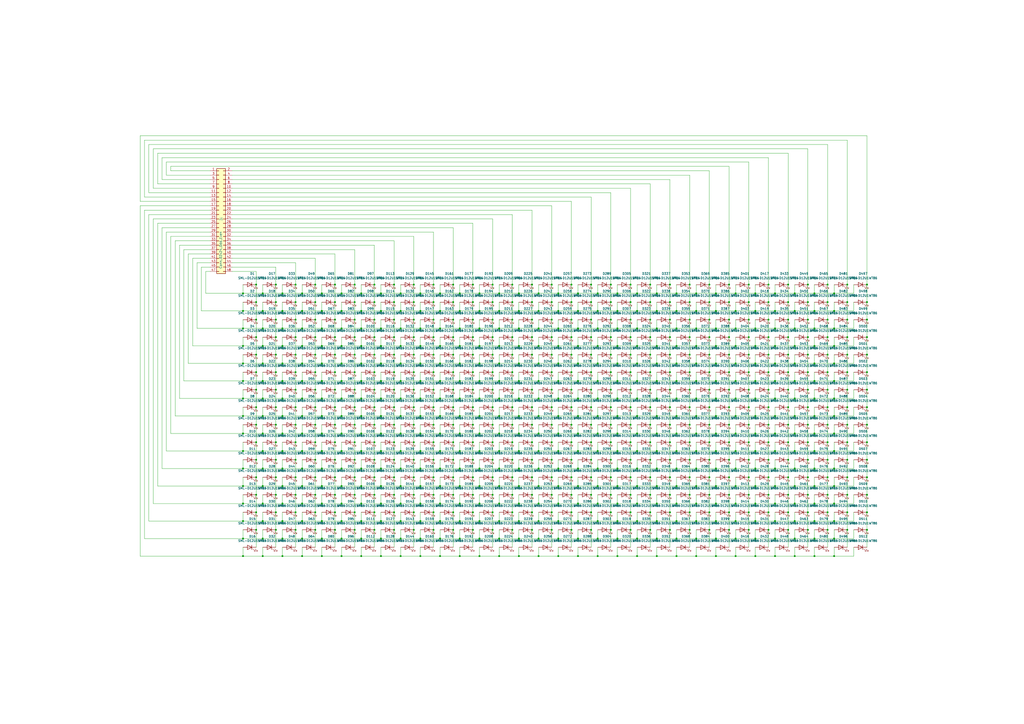
<source format=kicad_sch>
(kicad_sch (version 20231120) (generator "eeschema") (generator_version "8.0")
  (paper "A2")
  (junction (at 262.89 175.26))
  (junction (at 342.9 276.86))
  (junction (at 297.18 165.1))
  (junction (at 278.13 220.98))
  (junction (at 491.49 276.86))
  (junction (at 365.76 175.26))
  (junction (at 243.84 302.26))
  (junction (at 392.43 251.46))
  (junction (at 457.2 205.74))
  (junction (at 502.92 307.34))
  (junction (at 502.92 205.74))
  (junction (at 232.41 241.3))
  (junction (at 411.48 165.1))
  (junction (at 228.6 276.86))
  (junction (at 369.57 210.82))
  (junction (at 171.45 205.74))
  (junction (at 194.31 175.26))
  (junction (at 483.87 292.1))
  (junction (at 148.59 165.1))
  (junction (at 228.6 307.34))
  (junction (at 255.27 170.18))
  (junction (at 381 180.34))
  (junction (at 285.75 276.86))
  (junction (at 403.86 271.78))
  (junction (at 483.87 281.94))
  (junction (at 480.06 215.9))
  (junction (at 205.74 297.18))
  (junction (at 274.32 165.1))
  (junction (at 300.99 271.78))
  (junction (at 445.77 236.22))
  (junction (at 411.48 256.54))
  (junction (at 274.32 266.7))
  (junction (at 472.44 251.46))
  (junction (at 297.18 276.86))
  (junction (at 434.34 205.74))
  (junction (at 392.43 261.62))
  (junction (at 434.34 215.9))
  (junction (at 186.69 312.42))
  (junction (at 148.59 266.7))
  (junction (at 358.14 241.3))
  (junction (at 369.57 170.18))
  (junction (at 468.63 215.9))
  (junction (at 346.71 302.26))
  (junction (at 434.34 185.42))
  (junction (at 346.71 251.46))
  (junction (at 461.01 261.62))
  (junction (at 232.41 220.98))
  (junction (at 480.06 307.34))
  (junction (at 354.33 276.86))
  (junction (at 422.91 185.42))
  (junction (at 400.05 276.86))
  (junction (at 152.4 241.3))
  (junction (at 320.04 266.7))
  (junction (at 171.45 185.42))
  (junction (at 289.56 241.3))
  (junction (at 457.2 175.26))
  (junction (at 483.87 180.34))
  (junction (at 449.58 312.42))
  (junction (at 426.72 241.3))
  (junction (at 457.2 276.86))
  (junction (at 205.74 276.86))
  (junction (at 186.69 292.1))
  (junction (at 331.47 287.02))
  (junction (at 209.55 231.14))
  (junction (at 312.42 322.58))
  (junction (at 377.19 175.26))
  (junction (at 491.49 185.42))
  (junction (at 266.7 210.82))
  (junction (at 240.03 287.02))
  (junction (at 278.13 312.42))
  (junction (at 381 220.98))
  (junction (at 300.99 281.94))
  (junction (at 148.59 236.22))
  (junction (at 365.76 246.38))
  (junction (at 186.69 190.5))
  (junction (at 243.84 210.82))
  (junction (at 148.59 276.86))
  (junction (at 381 231.14))
  (junction (at 205.74 266.7))
  (junction (at 381 261.62))
  (junction (at 426.72 170.18))
  (junction (at 175.26 210.82))
  (junction (at 358.14 261.62))
  (junction (at 152.4 281.94))
  (junction (at 198.12 241.3))
  (junction (at 449.58 251.46))
  (junction (at 461.01 180.34))
  (junction (at 289.56 231.14))
  (junction (at 308.61 297.18))
  (junction (at 354.33 256.54))
  (junction (at 209.55 271.78))
  (junction (at 468.63 256.54))
  (junction (at 217.17 185.42))
  (junction (at 209.55 170.18))
  (junction (at 354.33 165.1))
  (junction (at 415.29 170.18))
  (junction (at 243.84 261.62))
  (junction (at 308.61 165.1))
  (junction (at 438.15 322.58))
  (junction (at 163.83 251.46))
  (junction (at 403.86 261.62))
  (junction (at 194.31 307.34))
  (junction (at 312.42 302.26))
  (junction (at 483.87 170.18))
  (junction (at 308.61 266.7))
  (junction (at 445.77 307.34))
  (junction (at 186.69 170.18))
  (junction (at 217.17 215.9))
  (junction (at 400.05 205.74))
  (junction (at 438.15 251.46))
  (junction (at 152.4 271.78))
  (junction (at 251.46 256.54))
  (junction (at 422.91 226.06))
  (junction (at 194.31 246.38))
  (junction (at 388.62 226.06))
  (junction (at 262.89 185.42))
  (junction (at 312.42 220.98))
  (junction (at 182.88 195.58))
  (junction (at 381 281.94))
  (junction (at 323.85 281.94))
  (junction (at 392.43 180.34))
  (junction (at 491.49 256.54))
  (junction (at 205.74 215.9))
  (junction (at 392.43 231.14))
  (junction (at 400.05 266.7))
  (junction (at 426.72 281.94))
  (junction (at 354.33 246.38))
  (junction (at 411.48 307.34))
  (junction (at 354.33 185.42))
  (junction (at 300.99 302.26))
  (junction (at 243.84 190.5))
  (junction (at 502.92 215.9))
  (junction (at 335.28 292.1))
  (junction (at 400.05 185.42))
  (junction (at 400.05 165.1))
  (junction (at 297.18 307.34))
  (junction (at 266.7 200.66))
  (junction (at 434.34 195.58))
  (junction (at 175.26 220.98))
  (junction (at 320.04 195.58))
  (junction (at 445.77 287.02))
  (junction (at 217.17 307.34))
  (junction (at 415.29 200.66))
  (junction (at 297.18 256.54))
  (junction (at 403.86 292.1))
  (junction (at 369.57 271.78))
  (junction (at 297.18 195.58))
  (junction (at 148.59 175.26))
  (junction (at 415.29 261.62))
  (junction (at 308.61 276.86))
  (junction (at 468.63 165.1))
  (junction (at 472.44 220.98))
  (junction (at 232.41 261.62))
  (junction (at 175.26 170.18))
  (junction (at 274.32 297.18))
  (junction (at 411.48 266.7))
  (junction (at 392.43 271.78))
  (junction (at 449.58 231.14))
  (junction (at 342.9 175.26))
  (junction (at 243.84 312.42))
  (junction (at 232.41 251.46))
  (junction (at 323.85 220.98))
  (junction (at 240.03 185.42))
  (junction (at 140.97 170.18))
  (junction (at 369.57 312.42))
  (junction (at 438.15 231.14))
  (junction (at 182.88 246.38))
  (junction (at 175.26 292.1))
  (junction (at 232.41 322.58))
  (junction (at 461.01 281.94))
  (junction (at 400.05 287.02))
  (junction (at 228.6 205.74))
  (junction (at 468.63 276.86))
  (junction (at 194.31 287.02))
  (junction (at 457.2 266.7))
  (junction (at 285.75 266.7))
  (junction (at 300.99 170.18))
  (junction (at 182.88 185.42))
  (junction (at 220.98 241.3))
  (junction (at 300.99 231.14))
  (junction (at 426.72 271.78))
  (junction (at 171.45 256.54))
  (junction (at 209.55 220.98))
  (junction (at 411.48 297.18))
  (junction (at 461.01 231.14))
  (junction (at 320.04 297.18))
  (junction (at 335.28 312.42))
  (junction (at 251.46 276.86))
  (junction (at 388.62 195.58))
  (junction (at 312.42 271.78))
  (junction (at 381 170.18))
  (junction (at 483.87 231.14))
  (junction (at 388.62 215.9))
  (junction (at 152.4 180.34))
  (junction (at 388.62 266.7))
  (junction (at 148.59 297.18))
  (junction (at 320.04 226.06))
  (junction (at 217.17 226.06))
  (junction (at 160.02 307.34))
  (junction (at 369.57 220.98))
  (junction (at 140.97 210.82))
  (junction (at 388.62 307.34))
  (junction (at 434.34 307.34))
  (junction (at 365.76 236.22))
  (junction (at 377.19 246.38))
  (junction (at 220.98 200.66))
  (junction (at 194.31 195.58))
  (junction (at 426.72 180.34))
  (junction (at 502.92 246.38))
  (junction (at 426.72 322.58))
  (junction (at 182.88 215.9))
  (junction (at 228.6 236.22))
  (junction (at 365.76 307.34))
  (junction (at 266.7 312.42))
  (junction (at 220.98 180.34))
  (junction (at 354.33 287.02))
  (junction (at 274.32 307.34))
  (junction (at 468.63 175.26))
  (junction (at 232.41 200.66))
  (junction (at 140.97 220.98))
  (junction (at 449.58 292.1))
  (junction (at 438.15 180.34))
  (junction (at 415.29 312.42))
  (junction (at 331.47 215.9))
  (junction (at 422.91 266.7))
  (junction (at 354.33 205.74))
  (junction (at 171.45 307.34))
  (junction (at 400.05 175.26))
  (junction (at 480.06 205.74))
  (junction (at 422.91 205.74))
  (junction (at 308.61 185.42))
  (junction (at 278.13 322.58))
  (junction (at 392.43 200.66))
  (junction (at 274.32 205.74))
  (junction (at 171.45 246.38))
  (junction (at 331.47 307.34))
  (junction (at 274.32 256.54))
  (junction (at 243.84 251.46))
  (junction (at 365.76 297.18))
  (junction (at 331.47 175.26))
  (junction (at 289.56 281.94))
  (junction (at 220.98 281.94))
  (junction (at 449.58 200.66))
  (junction (at 335.28 322.58))
  (junction (at 422.91 256.54))
  (junction (at 160.02 195.58))
  (junction (at 411.48 236.22))
  (junction (at 426.72 261.62))
  (junction (at 140.97 312.42))
  (junction (at 152.4 200.66))
  (junction (at 434.34 165.1))
  (junction (at 335.28 200.66))
  (junction (at 415.29 292.1))
  (junction (at 438.15 312.42))
  (junction (at 217.17 276.86))
  (junction (at 251.46 297.18))
  (junction (at 300.99 312.42))
  (junction (at 422.91 215.9))
  (junction (at 502.92 195.58))
  (junction (at 209.55 261.62))
  (junction (at 342.9 165.1))
  (junction (at 369.57 322.58))
  (junction (at 438.15 261.62))
  (junction (at 262.89 307.34))
  (junction (at 251.46 236.22))
  (junction (at 411.48 205.74))
  (junction (at 251.46 165.1))
  (junction (at 274.32 246.38))
  (junction (at 198.12 302.26))
  (junction (at 377.19 266.7))
  (junction (at 365.76 226.06))
  (junction (at 217.17 236.22))
  (junction (at 415.29 271.78))
  (junction (at 217.17 297.18))
  (junction (at 468.63 226.06))
  (junction (at 285.75 226.06))
  (junction (at 415.29 220.98))
  (junction (at 312.42 251.46))
  (junction (at 205.74 185.42))
  (junction (at 422.91 287.02))
  (junction (at 198.12 271.78))
  (junction (at 365.76 256.54))
  (junction (at 251.46 185.42))
  (junction (at 285.75 215.9))
  (junction (at 300.99 180.34))
  (junction (at 457.2 165.1))
  (junction (at 285.75 165.1))
  (junction (at 457.2 226.06))
  (junction (at 163.83 322.58))
  (junction (at 274.32 215.9))
  (junction (at 438.15 302.26))
  (junction (at 377.19 287.02))
  (junction (at 472.44 210.82))
  (junction (at 434.34 175.26))
  (junction (at 358.14 251.46))
  (junction (at 392.43 220.98))
  (junction (at 369.57 251.46))
  (junction (at 483.87 302.26))
  (junction (at 438.15 200.66))
  (junction (at 255.27 281.94))
  (junction (at 342.9 266.7))
  (junction (at 377.19 185.42))
  (junction (at 140.97 251.46))
  (junction (at 289.56 200.66))
  (junction (at 198.12 261.62))
  (junction (at 342.9 307.34))
  (junction (at 377.19 226.06))
  (junction (at 502.92 256.54))
  (junction (at 194.31 236.22))
  (junction (at 483.87 251.46))
  (junction (at 198.12 231.14))
  (junction (at 251.46 246.38))
  (junction (at 369.57 241.3))
  (junction (at 502.92 276.86))
  (junction (at 480.06 165.1))
  (junction (at 278.13 180.34))
  (junction (at 445.77 165.1))
  (junction (at 388.62 297.18))
  (junction (at 342.9 185.42))
  (junction (at 323.85 271.78))
  (junction (at 472.44 302.26))
  (junction (at 186.69 271.78))
  (junction (at 365.76 266.7))
  (junction (at 323.85 302.26))
  (junction (at 262.89 226.06))
  (junction (at 461.01 322.58))
  (junction (at 232.41 180.34))
  (junction (at 323.85 322.58))
  (junction (at 381 292.1))
  (junction (at 320.04 236.22))
  (junction (at 461.01 200.66))
  (junction (at 320.04 287.02))
  (junction (at 160.02 165.1))
  (junction (at 369.57 200.66))
  (junction (at 140.97 180.34))
  (junction (at 331.47 276.86))
  (junction (at 400.05 246.38))
  (junction (at 232.41 210.82))
  (junction (at 381 271.78))
  (junction (at 308.61 226.06))
  (junction (at 148.59 246.38))
  (junction (at 377.19 215.9))
  (junction (at 186.69 261.62))
  (junction (at 411.48 215.9))
  (junction (at 320.04 276.86))
  (junction (at 388.62 185.42))
  (junction (at 255.27 312.42))
  (junction (at 220.98 302.26))
  (junction (at 468.63 236.22))
  (junction (at 160.02 185.42))
  (junction (at 445.77 205.74))
  (junction (at 358.14 220.98))
  (junction (at 198.12 292.1))
  (junction (at 472.44 281.94))
  (junction (at 480.06 276.86))
  (junction (at 480.06 256.54))
  (junction (at 381 322.58))
  (junction (at 342.9 246.38))
  (junction (at 160.02 256.54))
  (junction (at 266.7 180.34))
  (junction (at 278.13 210.82))
  (junction (at 461.01 220.98))
  (junction (at 278.13 190.5))
  (junction (at 320.04 246.38))
  (junction (at 160.02 205.74))
  (junction (at 449.58 180.34))
  (junction (at 285.75 175.26))
  (junction (at 438.15 241.3))
  (junction (at 266.7 170.18))
  (junction (at 426.72 220.98))
  (junction (at 274.32 175.26))
  (junction (at 335.28 210.82))
  (junction (at 220.98 231.14))
  (junction (at 266.7 241.3))
  (junction (at 403.86 231.14))
  (junction (at 194.31 256.54))
  (junction (at 403.86 281.94))
  (junction (at 323.85 170.18))
  (junction (at 285.75 287.02))
  (junction (at 262.89 266.7))
  (junction (at 285.75 236.22))
  (junction (at 445.77 276.86))
  (junction (at 160.02 226.06))
  (junction (at 358.14 322.58))
  (junction (at 300.99 220.98))
  (junction (at 388.62 175.26))
  (junction (at 163.83 170.18))
  (junction (at 392.43 312.42))
  (junction (at 358.14 180.34))
  (junction (at 266.7 220.98))
  (junction (at 163.83 271.78))
  (junction (at 502.92 175.26))
  (junction (at 426.72 231.14))
  (junction (at 392.43 322.58))
  (junction (at 262.89 297.18))
  (junction (at 289.56 271.78))
  (junction (at 240.03 246.38))
  (junction (at 198.12 322.58))
  (junction (at 297.18 266.7))
  (junction (at 228.6 297.18))
  (junction (at 472.44 200.66))
  (junction (at 152.4 302.26))
  (junction (at 217.17 266.7))
  (junction (at 278.13 200.66))
  (junction (at 163.83 200.66))
  (junction (at 472.44 312.42))
  (junction (at 228.6 266.7))
  (junction (at 163.83 210.82))
  (junction (at 243.84 200.66))
  (junction (at 198.12 220.98))
  (junction (at 198.12 170.18))
  (junction (at 491.49 226.06))
  (junction (at 205.74 165.1))
  (junction (at 194.31 215.9))
  (junction (at 262.89 195.58))
  (junction (at 220.98 220.98))
  (junction (at 232.41 281.94))
  (junction (at 468.63 297.18))
  (junction (at 392.43 281.94))
  (junction (at 140.97 281.94))
  (junction (at 342.9 297.18))
  (junction (at 194.31 297.18))
  (junction (at 365.76 205.74))
  (junction (at 278.13 251.46))
  (junction (at 472.44 190.5))
  (junction (at 358.14 190.5))
  (junction (at 434.34 246.38))
  (junction (at 255.27 241.3))
  (junction (at 262.89 276.86))
  (junction (at 262.89 205.74))
  (junction (at 472.44 292.1))
  (junction (at 483.87 210.82))
  (junction (at 445.77 175.26))
  (junction (at 205.74 246.38))
  (junction (at 335.28 302.26))
  (junction (at 400.05 226.06))
  (junction (at 251.46 195.58))
  (junction (at 182.88 236.22))
  (junction (at 365.76 276.86))
  (junction (at 415.29 210.82))
  (junction (at 278.13 241.3))
  (junction (at 194.31 266.7))
  (junction (at 171.45 276.86))
  (junction (at 472.44 322.58))
  (junction (at 217.17 246.38))
  (junction (at 445.77 185.42))
  (junction (at 415.29 231.14))
  (junction (at 209.55 200.66))
  (junction (at 175.26 200.66))
  (junction (at 312.42 231.14))
  (junction (at 152.4 231.14))
  (junction (at 182.88 165.1))
  (junction (at 438.15 292.1))
  (junction (at 278.13 261.62))
  (junction (at 228.6 195.58))
  (junction (at 175.26 322.58))
  (junction (at 300.99 292.1))
  (junction (at 171.45 297.18))
  (junction (at 175.26 261.62))
  (junction (at 369.57 302.26))
  (junction (at 194.31 165.1))
  (junction (at 266.7 190.5))
  (junction (at 308.61 175.26))
  (junction (at 483.87 312.42))
  (junction (at 331.47 195.58))
  (junction (at 312.42 210.82))
  (junction (at 217.17 287.02))
  (junction (at 346.71 241.3))
  (junction (at 346.71 170.18))
  (junction (at 346.71 220.98))
  (junction (at 163.83 261.62))
  (junction (at 411.48 246.38))
  (junction (at 182.88 297.18))
  (junction (at 403.86 241.3))
  (junction (at 194.31 226.06))
  (junction (at 377.19 205.74))
  (junction (at 205.74 256.54))
  (junction (at 346.71 281.94))
  (junction (at 140.97 271.78))
  (junction (at 434.34 226.06))
  (junction (at 232.41 302.26))
  (junction (at 381 210.82))
  (junction (at 457.2 297.18))
  (junction (at 243.84 241.3))
  (junction (at 502.92 226.06))
  (junction (at 480.06 185.42))
  (junction (at 285.75 195.58))
  (junction (at 411.48 195.58))
  (junction (at 148.59 287.02))
  (junction (at 152.4 220.98))
  (junction (at 335.28 241.3))
  (junction (at 300.99 200.66))
  (junction (at 358.14 170.18))
  (junction (at 377.19 297.18))
  (junction (at 198.12 312.42))
  (junction (at 240.03 266.7))
  (junction (at 289.56 251.46))
  (junction (at 175.26 251.46))
  (junction (at 217.17 175.26))
  (junction (at 205.74 226.06))
  (junction (at 266.7 251.46))
  (junction (at 186.69 180.34))
  (junction (at 354.33 307.34))
  (junction (at 312.42 200.66))
  (junction (at 320.04 215.9))
  (junction (at 461.01 170.18))
  (junction (at 403.86 312.42))
  (junction (at 308.61 236.22))
  (junction (at 335.28 271.78))
  (junction (at 354.33 226.06))
  (junction (at 186.69 251.46))
  (junction (at 209.55 312.42))
  (junction (at 217.17 195.58))
  (junction (at 232.41 292.1))
  (junction (at 323.85 231.14))
  (junction (at 152.4 292.1))
  (junction (at 415.29 180.34))
  (junction (at 232.41 190.5))
  (junction (at 335.28 251.46))
  (junction (at 335.28 220.98))
  (junction (at 300.99 261.62))
  (junction (at 312.42 170.18))
  (junction (at 358.14 281.94))
  (junction (at 251.46 307.34))
  (junction (at 388.62 165.1))
  (junction (at 182.88 287.02))
  (junction (at 392.43 292.1))
  (junction (at 449.58 220.98))
  (junction (at 422.91 236.22))
  (junction (at 445.77 215.9))
  (junction (at 461.01 210.82))
  (junction (at 240.03 215.9))
  (junction (at 381 312.42))
  (junction (at 472.44 271.78))
  (junction (at 300.99 251.46))
  (junction (at 320.04 185.42))
  (junction (at 449.58 190.5))
  (junction (at 502.92 185.42))
  (junction (at 461.01 302.26))
  (junction (at 205.74 307.34))
  (junction (at 255.27 302.26))
  (junction (at 472.44 261.62))
  (junction (at 426.72 251.46))
  (junction (at 228.6 246.38))
  (junction (at 308.61 307.34))
  (junction (at 377.19 195.58))
  (junction (at 365.76 195.58))
  (junction (at 148.59 226.06))
  (junction (at 220.98 292.1))
  (junction (at 445.77 297.18))
  (junction (at 342.9 287.02))
  (junction (at 491.49 246.38))
  (junction (at 426.72 190.5))
  (junction (at 251.46 175.26))
  (junction (at 323.85 210.82))
  (junction (at 449.58 281.94))
  (junction (at 358.14 312.42))
  (junction (at 182.88 175.26))
  (junction (at 175.26 312.42))
  (junction (at 422.91 195.58))
  (junction (at 228.6 256.54))
  (junction (at 251.46 287.02))
  (junction (at 388.62 287.02))
  (junction (at 415.29 281.94))
  (junction (at 274.32 185.42))
  (junction (at 480.06 226.06))
  (junction (at 308.61 195.58))
  (junction (at 354.33 266.7))
  (junction (at 468.63 185.42))
  (junction (at 480.06 266.7))
  (junction (at 220.98 261.62))
  (junction (at 400.05 256.54))
  (junction (at 392.43 210.82))
  (junction (at 186.69 302.26))
  (junction (at 502.92 165.1))
  (junction (at 426.72 200.66))
  (junction (at 346.71 231.14))
  (junction (at 426.72 312.42))
  (junction (at 331.47 246.38))
  (junction (at 300.99 322.58))
  (junction (at 163.83 292.1))
  (junction (at 358.14 200.66))
  (junction (at 255.27 210.82))
  (junction (at 186.69 231.14))
  (junction (at 388.62 276.86))
  (junction (at 240.03 256.54))
  (junction (at 160.02 246.38))
  (junction (at 140.97 231.14))
  (junction (at 403.86 200.66))
  (junction (at 457.2 236.22))
  (junction (at 160.02 236.22))
  (junction (at 297.18 246.38))
  (junction (at 346.71 261.62))
  (junction (at 297.18 205.74))
  (junction (at 186.69 200.66))
  (junction (at 278.13 170.18))
  (junction (at 335.28 261.62))
  (junction (at 160.02 175.26))
  (junction (at 251.46 205.74))
  (junction (at 323.85 241.3))
  (junction (at 297.18 297.18))
  (junction (at 415.29 302.26))
  (junction (at 369.57 231.14))
  (junction (at 320.04 307.34))
  (junction (at 491.49 205.74))
  (junction (at 220.98 322.58))
  (junction (at 358.14 271.78))
  (junction (at 331.47 226.06))
  (junction (at 502.92 297.18))
  (junction (at 312.42 312.42))
  (junction (at 262.89 287.02))
  (junction (at 182.88 256.54))
  (junction (at 262.89 256.54))
  (junction (at 255.27 180.34))
  (junction (at 297.18 215.9))
  (junction (at 285.75 307.34))
  (junction (at 445.77 266.7))
  (junction (at 457.2 185.42))
  (junction (at 312.42 180.34))
  (junction (at 377.19 165.1))
  (junction (at 175.26 180.34))
  (junction (at 251.46 215.9))
  (junction (at 297.18 236.22))
  (junction (at 491.49 266.7))
  (junction (at 434.34 236.22))
  (junction (at 403.86 322.58))
  (junction (at 403.86 180.34))
  (junction (at 323.85 261.62))
  (junction (at 289.56 180.34))
  (junction (at 232.41 312.42))
  (junction (at 415.29 322.58))
  (junction (at 243.84 322.58))
  (junction (at 480.06 236.22))
  (junction (at 323.85 190.5))
  (junction (at 163.83 241.3))
  (junction (at 369.57 180.34))
  (junction (at 480.06 297.18))
  (junction (at 148.59 185.42))
  (junction (at 182.88 226.06))
  (junction (at 323.85 251.46))
  (junction (at 171.45 236.22))
  (junction (at 468.63 287.02))
  (junction (at 377.19 256.54))
  (junction (at 205.74 236.22))
  (junction (at 209.55 210.82))
  (junction (at 320.04 205.74))
  (junction (at 422.91 297.18))
  (junction (at 400.05 215.9))
  (junction (at 255.27 231.14))
  (junction (at 228.6 165.1))
  (junction (at 255.27 292.1))
  (junction (at 438.15 210.82))
  (junction (at 163.83 281.94))
  (junction (at 289.56 220.98))
  (junction (at 194.31 205.74))
  (junction (at 320.04 175.26))
  (junction (at 289.56 170.18))
  (junction (at 220.98 312.42))
  (junction (at 335.28 281.94))
  (junction (at 148.59 195.58))
  (junction (at 335.28 231.14))
  (junction (at 148.59 307.34))
  (junction (at 483.87 190.5))
  (junction (at 274.32 195.58))
  (junction (at 358.14 292.1))
  (junction (at 457.2 215.9))
  (junction (at 483.87 261.62))
  (junction (at 365.76 185.42))
  (junction (at 358.14 302.26))
  (junction (at 491.49 175.26))
  (junction (at 365.76 215.9))
  (junction (at 148.59 205.74))
  (junction (at 472.44 241.3))
  (junction (at 331.47 256.54))
  (junction (at 342.9 226.06))
  (junction (at 194.31 276.86))
  (junction (at 285.75 246.38))
  (junction (at 472.44 170.18))
  (junction (at 255.27 271.78))
  (junction (at 163.83 180.34))
  (junction (at 297.18 287.02))
  (junction (at 342.9 236.22))
  (junction (at 434.34 297.18))
  (junction (at 449.58 271.78))
  (junction (at 262.89 165.1))
  (junction (at 240.03 165.1))
  (junction (at 445.77 226.06))
  (junction (at 415.29 241.3))
  (junction (at 285.75 205.74))
  (junction (at 160.02 297.18))
  (junction (at 323.85 180.34))
  (junction (at 220.98 190.5))
  (junction (at 175.26 281.94))
  (junction (at 445.77 246.38))
  (junction (at 255.27 190.5))
  (junction (at 346.71 292.1))
  (junction (at 140.97 322.58))
  (junction (at 381 241.3))
  (junction (at 449.58 302.26))
  (junction (at 205.74 195.58))
  (junction (at 354.33 215.9))
  (junction (at 461.01 312.42))
  (junction (at 171.45 226.06))
  (junction (at 232.41 170.18))
  (junction (at 175.26 190.5))
  (junction (at 278.13 231.14))
  (junction (at 377.19 276.86))
  (junction (at 342.9 215.9))
  (junction (at 175.26 271.78))
  (junction (at 308.61 256.54))
  (junction (at 346.71 210.82))
  (junction (at 289.56 261.62))
  (junction (at 163.83 302.26))
  (junction (at 285.75 185.42))
  (junction (at 358.14 210.82))
  (junction (at 335.28 190.5))
  (junction (at 354.33 297.18))
  (junction (at 457.2 246.38))
  (junction (at 346.71 322.58))
  (junction (at 354.33 175.26))
  (junction (at 232.41 231.14))
  (junction (at 255.27 322.58))
  (junction (at 255.27 220.98))
  (junction (at 297.18 226.06))
  (junction (at 400.05 297.18))
  (junction (at 320.04 256.54))
  (junction (at 400.05 236.22))
  (junction (at 228.6 215.9))
  (junction (at 205.74 287.02))
  (junction (at 209.55 190.5))
  (junction (at 411.48 287.02))
  (junction (at 342.9 195.58))
  (junction (at 198.12 190.5))
  (junction (at 297.18 175.26))
  (junction (at 438.15 190.5))
  (junction (at 449.58 261.62))
  (junction (at 220.98 251.46))
  (junction (at 461.01 241.3))
  (junction (at 377.19 236.22))
  (junction (at 182.88 276.86))
  (junction (at 160.02 287.02))
  (junction (at 312.42 261.62))
  (junction (at 434.34 256.54))
  (junction (at 403.86 210.82))
  (junction (at 434.34 266.7))
  (junction (at 323.85 312.42))
  (junction (at 445.77 256.54))
  (junction (at 243.84 220.98))
  (junction (at 491.49 297.18))
  (junction (at 274.32 276.86))
  (junction (at 354.33 236.22))
  (junction (at 403.86 302.26))
  (junction (at 243.84 281.94))
  (junction (at 217.17 205.74))
  (junction (at 449.58 322.58))
  (junction (at 140.97 200.66))
  (junction (at 491.49 287.02))
  (junction (at 491.49 307.34))
  (junction (at 217.17 165.1))
  (junction (at 461.01 292.1))
  (junction (at 312.42 190.5))
  (junction (at 198.12 180.34))
  (junction (at 240.03 236.22))
  (junction (at 381 200.66))
  (junction (at 331.47 205.74))
  (junction (at 403.86 220.98))
  (junction (at 331.47 236.22))
  (junction (at 331.47 266.7))
  (junction (at 392.43 170.18))
  (junction (at 209.55 251.46))
  (junction (at 243.84 170.18))
  (junction (at 198.12 200.66))
  (junction (at 438.15 220.98))
  (junction (at 289.56 302.26))
  (junction (at 377.19 307.34))
  (junction (at 369.57 190.5))
  (junction (at 266.7 302.26))
  (junction (at 171.45 215.9))
  (junction (at 243.84 231.14))
  (junction (at 240.03 195.58))
  (junction (at 457.2 195.58))
  (junction (at 491.49 236.22))
  (junction (at 480.06 287.02))
  (junction (at 434.34 276.86))
  (junction (at 152.4 190.5))
  (junction (at 392.43 190.5))
  (junction (at 148.59 215.9))
  (junction (at 411.48 175.26))
  (junction (at 289.56 210.82))
  (junction (at 422.91 307.34))
  (junction (at 381 302.26))
  (junction (at 209.55 302.26))
  (junction (at 502.92 236.22))
  (junction (at 240.03 226.06))
  (junction (at 411.48 226.06))
  (junction (at 163.83 231.14))
  (junction (at 468.63 205.74))
  (junction (at 240.03 205.74))
  (junction (at 480.06 175.26))
  (junction (at 502.92 287.02))
  (junction (at 342.9 205.74))
  (junction (at 308.61 205.74))
  (junction (at 308.61 287.02))
  (junction (at 152.4 312.42))
  (junction (at 346.71 271.78))
  (junction (at 331.47 185.42))
  (junction (at 483.87 200.66))
  (junction (at 240.03 307.34))
  (junction (at 320.04 165.1))
  (junction (at 163.83 220.98))
  (junction (at 240.03 276.86))
  (junction (at 289.56 322.58))
  (junction (at 438.15 170.18))
  (junction (at 182.88 205.74))
  (junction (at 457.2 256.54))
  (junction (at 480.06 195.58))
  (junction (at 369.57 292.1))
  (junction (at 461.01 271.78))
  (junction (at 194.31 185.42))
  (junction (at 388.62 246.38))
  (junction (at 289.56 312.42))
  (junction (at 461.01 251.46))
  (junction (at 457.2 287.02))
  (junction (at 388.62 205.74))
  (junction (at 297.18 185.42))
  (junction (at 209.55 241.3))
  (junction (at 228.6 226.06))
  (junction (at 483.87 241.3))
  (junction (at 289.56 190.5))
  (junction (at 243.84 292.1))
  (junction (at 457.2 307.34))
  (junction (at 228.6 185.42))
  (junction (at 358.14 231.14))
  (junction (at 278.13 292.1))
  (junction (at 205.74 175.26))
  (junction (at 312.42 281.94))
  (junction (at 186.69 210.82))
  (junction (at 285.75 297.18))
  (junction (at 415.29 190.5))
  (junction (at 331.47 297.18))
  (junction (at 438.15 281.94))
  (junction (at 243.84 180.34))
  (junction (at 266.7 271.78))
  (junction (at 434.34 287.02))
  (junction (at 152.4 322.58))
  (junction (at 240.03 297.18))
  (junction (at 152.4 170.18))
  (junction (at 152.4 251.46))
  (junction (at 422.91 165.1))
  (junction (at 392.43 302.26))
  (junction (at 468.63 266.7))
  (junction (at 312.42 292.1))
  (junction (at 461.01 190.5))
  (junction (at 232.41 271.78))
  (junction (at 262.89 215.9))
  (junction (at 449.58 170.18))
  (junction (at 449.58 241.3))
  (junction (at 255.27 251.46))
  (junction (at 438.15 271.78))
  (junction (at 472.44 180.34))
  (junction (at 403.86 190.5))
  (junction (at 365.76 287.02))
  (junction (at 186.69 322.58))
  (junction (at 240.03 175.26))
  (junction (at 217.17 256.54))
  (junction (at 422.91 246.38))
  (junction (at 228.6 175.26))
  (junction (at 255.27 261.62))
  (junction (at 445.77 195.58))
  (junction (at 491.49 195.58))
  (junction (at 354.33 195.58))
  (junction (at 274.32 236.22))
  (junction (at 198.12 281.94))
  (junction (at 243.84 271.78))
  (junction (at 175.26 241.3))
  (junction (at 278.13 302.26))
  (junction (at 483.87 220.98))
  (junction (at 331.47 165.1))
  (junction (at 171.45 266.7))
  (junction (at 449.58 210.82))
  (junction (at 400.05 195.58))
  (junction (at 171.45 165.1))
  (junction (at 502.92 266.7))
  (junction (at 266.7 322.58))
  (junction (at 415.29 251.46))
  (junction (at 483.87 322.58))
  (junction (at 403.86 251.46))
  (junction (at 182.88 266.7))
  (junction (at 300.99 241.3))
  (junction (at 220.98 210.82))
  (junction (at 468.63 307.34))
  (junction (at 274.32 287.02))
  (junction (at 171.45 175.26))
  (junction (at 400.05 307.34))
  (junction (at 422.91 175.26))
  (junction (at 346.71 312.42))
  (junction (at 472.44 231.14))
  (junction (at 262.89 236.22))
  (junction (at 278.13 271.78))
  (junction (at 323.85 292.1))
  (junction (at 175.26 302.26))
  (junction (at 369.57 281.94))
  (junction (at 209.55 322.58))
  (junction (at 205.74 205.74))
  (junction (at 388.62 236.22))
  (junction (at 274.32 226.06))
  (junction (at 163.83 312.42))
  (junction (at 140.97 292.1))
  (junction (at 289.56 292.1))
  (junction (at 411.48 276.86))
  (junction (at 468.63 246.38))
  (junction (at 300.99 190.5))
  (junction (at 220.98 271.78))
  (junction (at 186.69 241.3))
  (junction (at 266.7 261.62))
  (junction (at 152.4 261.62))
  (junction (at 160.02 266.7))
  (junction (at 220.98 170.18))
  (junction (at 148.59 256.54))
  (junction (at 209.55 281.94))
  (junction (at 171.45 195.58))
  (junction (at 175.26 231.14))
  (junction (at 140.97 302.26))
  (junction (at 160.02 276.86))
  (junction (at 186.69 220.98))
  (junction (at 285.75 256.54))
  (junction (at 426.72 210.82))
  (junction (at 480.06 246.38))
  (junction (at 365.76 165.1))
  (junction (at 483.87 271.78))
  (junction (at 388.62 256.54))
  (junction (at 346.71 190.5))
  (junction (at 426.72 302.26))
  (junction (at 262.89 246.38))
  (junction (at 266.7 292.1))
  (junction (at 198.12 210.82))
  (junction (at 198.12 251.46))
  (junction (at 266.7 231.14))
  (junction (at 381 190.5))
  (junction (at 491.49 215.9))
  (junction (at 323.85 200.66))
  (junction (at 426.72 292.1))
  (junction (at 422.91 276.86))
  (junction (at 346.71 180.34))
  (junction (at 491.49 165.1))
  (junction (at 312.42 241.3))
  (junction (at 186.69 281.94))
  (junction (at 346.71 200.66))
  (junction (at 266.7 281.94))
  (junction (at 251.46 266.7))
  (junction (at 171.45 287.02))
  (junction (at 182.88 307.34))
  (junction (at 335.28 170.18))
  (junction (at 411.48 185.42))
  (junction (at 251.46 226.06))
  (junction (at 342.9 256.54))
  (junction (at 160.02 215.9))
  (junction (at 228.6 287.02))
  (junction (at 369.57 261.62))
  (junction (at 152.4 210.82))
  (junction (at 209.55 292.1))
  (junction (at 381 251.46))
  (junction (at 140.97 190.5))
  (junction (at 163.83 190.5))
  (junction (at 278.13 281.94))
  (junction (at 209.55 180.34))
  (junction (at 300.99 210.82))
  (junction (at 335.28 180.34))
  (junction (at 308.61 246.38))
  (junction (at 468.63 195.58))
  (junction (at 255.27 200.66))
  (junction (at 140.97 241.3))
  (junction (at 308.61 215.9))
  (junction (at 140.97 261.62))
  (junction (at 403.86 170.18))
  (junction (at 392.43 241.3))
  (wire (pts (xy 300.99 165.1) (xy 300.99 170.18)))
  (wire (pts (xy 243.84 241.3) (xy 232.41 241.3)))
  (wire (pts (xy 381 312.42) (xy 369.57 312.42)))
  (wire (pts (xy 354.33 205.74) (xy 354.33 215.9)))
  (wire (pts (xy 182.88 236.22) (xy 182.88 246.38)))
  (wire (pts (xy 163.83 200.66) (xy 152.4 200.66)))
  (wire (pts (xy 415.29 256.54) (xy 415.29 261.62)))
  (wire (pts (xy 449.58 312.42) (xy 438.15 312.42)))
  (wire (pts (xy 483.87 220.98) (xy 472.44 220.98)))
  (wire (pts (xy 300.99 302.26) (xy 289.56 302.26)))
  (wire (pts (xy 346.71 205.74) (xy 346.71 210.82)))
  (wire (pts (xy 381 287.02) (xy 381 292.1)))
  (wire (pts (xy 415.29 205.74) (xy 415.29 210.82)))
  (wire (pts (xy 171.45 205.74) (xy 171.45 215.9)))
  (wire (pts (xy 491.49 205.74) (xy 491.49 215.9)))
  (wire (pts (xy 457.2 185.42) (xy 457.2 195.58)))
  (wire (pts (xy 93.98 104.14) (xy 93.98 91.44)))
  (wire (pts (xy 285.75 287.02) (xy 285.75 297.18)))
  (wire (pts (xy 243.84 170.18) (xy 232.41 170.18)))
  (wire (pts (xy 438.15 261.62) (xy 426.72 261.62)))
  (wire (pts (xy 415.29 236.22) (xy 415.29 241.3)))
  (wire (pts (xy 411.48 215.9) (xy 411.48 226.06)))
  (wire (pts (xy 186.69 231.14) (xy 198.12 231.14)))
  (wire (pts (xy 232.41 276.86) (xy 232.41 281.94)))
  (wire (pts (xy 438.15 287.02) (xy 438.15 292.1)))
  (wire (pts (xy 461.01 205.74) (xy 461.01 210.82)))
  (wire (pts (xy 354.33 111.76) (xy 134.62 111.76)))
  (wire (pts (xy 312.42 287.02) (xy 312.42 292.1)))
  (wire (pts (xy 335.28 317.5) (xy 335.28 322.58)))
  (wire (pts (xy 209.55 210.82) (xy 198.12 210.82)))
  (wire (pts (xy 483.87 297.18) (xy 483.87 302.26)))
  (wire (pts (xy 289.56 312.42) (xy 278.13 312.42)))
  (wire (pts (xy 312.42 276.86) (xy 312.42 281.94)))
  (wire (pts (xy 312.42 190.5) (xy 300.99 190.5)))
  (wire (pts (xy 198.12 165.1) (xy 198.12 170.18)))
  (wire (pts (xy 251.46 266.7) (xy 251.46 276.86)))
  (wire (pts (xy 434.34 205.74) (xy 434.34 215.9)))
  (wire (pts (xy 205.74 256.54) (xy 205.74 266.7)))
  (wire (pts (xy 220.98 317.5) (xy 220.98 322.58)))
  (wire (pts (xy 152.4 307.34) (xy 152.4 312.42)))
  (wire (pts (xy 381 281.94) (xy 369.57 281.94)))
  (wire (pts (xy 377.19 165.1) (xy 377.19 175.26)))
  (wire (pts (xy 483.87 307.34) (xy 483.87 312.42)))
  (wire (pts (xy 369.57 256.54) (xy 369.57 261.62)))
  (wire (pts (xy 495.3 256.54) (xy 495.3 261.62)))
  (wire (pts (xy 403.86 190.5) (xy 392.43 190.5)))
  (wire (pts (xy 434.34 276.86) (xy 434.34 287.02)))
  (wire (pts (xy 426.72 251.46) (xy 415.29 251.46)))
  (wire (pts (xy 335.28 246.38) (xy 335.28 251.46)))
  (wire (pts (xy 111.76 200.66) (xy 111.76 149.86)))
  (wire (pts (xy 148.59 266.7) (xy 148.59 276.86)))
  (wire (pts (xy 278.13 226.06) (xy 278.13 231.14)))
  (wire (pts (xy 217.17 276.86) (xy 217.17 287.02)))
  (wire (pts (xy 186.69 195.58) (xy 186.69 200.66)))
  (wire (pts (xy 438.15 226.06) (xy 438.15 231.14)))
  (wire (pts (xy 217.17 246.38) (xy 217.17 256.54)))
  (wire (pts (xy 175.26 190.5) (xy 163.83 190.5)))
  (wire (pts (xy 209.55 251.46) (xy 198.12 251.46)))
  (wire (pts (xy 392.43 297.18) (xy 392.43 302.26)))
  (wire (pts (xy 140.97 215.9) (xy 140.97 220.98)))
  (wire (pts (xy 175.26 241.3) (xy 186.69 241.3)))
  (wire (pts (xy 323.85 170.18) (xy 312.42 170.18)))
  (wire (pts (xy 331.47 246.38) (xy 331.47 256.54)))
  (wire (pts (xy 209.55 220.98) (xy 198.12 220.98)))
  (wire (pts (xy 388.62 205.74) (xy 388.62 215.9)))
  (wire (pts (xy 358.14 302.26) (xy 346.71 302.26)))
  (wire (pts (xy 152.4 317.5) (xy 152.4 322.58)))
  (wire (pts (xy 358.14 261.62) (xy 346.71 261.62)))
  (wire (pts (xy 461.01 266.7) (xy 461.01 271.78)))
  (wire (pts (xy 426.72 195.58) (xy 426.72 200.66)))
  (wire (pts (xy 278.13 190.5) (xy 266.7 190.5)))
  (wire (pts (xy 388.62 185.42) (xy 388.62 195.58)))
  (wire (pts (xy 243.84 287.02) (xy 243.84 292.1)))
  (wire (pts (xy 182.88 226.06) (xy 182.88 236.22)))
  (wire (pts (xy 415.29 170.18) (xy 403.86 170.18)))
  (wire (pts (xy 308.61 287.02) (xy 308.61 297.18)))
  (wire (pts (xy 251.46 256.54) (xy 251.46 266.7)))
  (wire (pts (xy 392.43 271.78) (xy 381 271.78)))
  (wire (pts (xy 426.72 241.3) (xy 415.29 241.3)))
  (wire (pts (xy 346.71 200.66) (xy 335.28 200.66)))
  (wire (pts (xy 461.01 236.22) (xy 461.01 241.3)))
  (wire (pts (xy 232.41 246.38) (xy 232.41 251.46)))
  (wire (pts (xy 335.28 312.42) (xy 323.85 312.42)))
  (wire (pts (xy 461.01 317.5) (xy 461.01 322.58)))
  (wire (pts (xy 381 231.14) (xy 369.57 231.14)))
  (wire (pts (xy 365.76 226.06) (xy 365.76 236.22)))
  (wire (pts (xy 243.84 307.34) (xy 243.84 312.42)))
  (wire (pts (xy 116.84 180.34) (xy 140.97 180.34)))
  (wire (pts (xy 323.85 302.26) (xy 312.42 302.26)))
  (wire (pts (xy 209.55 302.26) (xy 198.12 302.26)))
  (wire (pts (xy 217.17 195.58) (xy 217.17 205.74)))
  (wire (pts (xy 346.71 251.46) (xy 335.28 251.46)))
  (wire (pts (xy 312.42 302.26) (xy 300.99 302.26)))
  (wire (pts (xy 96.52 101.6) (xy 121.92 101.6)))
  (wire (pts (xy 449.58 302.26) (xy 438.15 302.26)))
  (wire (pts (xy 278.13 175.26) (xy 278.13 180.34)))
  (wire (pts (xy 461.01 276.86) (xy 461.01 281.94)))
  (wire (pts (xy 262.89 175.26) (xy 262.89 185.42)))
  (wire (pts (xy 101.6 139.7) (xy 121.92 139.7)))
  (wire (pts (xy 312.42 297.18) (xy 312.42 302.26)))
  (wire (pts (xy 186.69 292.1) (xy 175.26 292.1)))
  (wire (pts (xy 175.26 246.38) (xy 175.26 251.46)))
  (wire (pts (xy 495.3 266.7) (xy 495.3 271.78)))
  (wire (pts (xy 182.88 215.9) (xy 182.88 226.06)))
  (wire (pts (xy 114.3 190.5) (xy 140.97 190.5)))
  (wire (pts (xy 323.85 256.54) (xy 323.85 261.62)))
  (wire (pts (xy 163.83 231.14) (xy 152.4 231.14)))
  (wire (pts (xy 434.34 175.26) (xy 434.34 185.42)))
  (wire (pts (xy 415.29 261.62) (xy 403.86 261.62)))
  (wire (pts (xy 152.4 256.54) (xy 152.4 261.62)))
  (wire (pts (xy 342.9 185.42) (xy 342.9 195.58)))
  (wire (pts (xy 335.28 215.9) (xy 335.28 220.98)))
  (wire (pts (xy 220.98 302.26) (xy 209.55 302.26)))
  (wire (pts (xy 182.88 205.74) (xy 182.88 215.9)))
  (wire (pts (xy 472.44 322.58) (xy 483.87 322.58)))
  (wire (pts (xy 228.6 215.9) (xy 228.6 226.06)))
  (wire (pts (xy 468.63 246.38) (xy 468.63 256.54)))
  (wire (pts (xy 300.99 276.86) (xy 300.99 281.94)))
  (wire (pts (xy 346.71 170.18) (xy 335.28 170.18)))
  (wire (pts (xy 232.41 165.1) (xy 232.41 170.18)))
  (wire (pts (xy 369.57 266.7) (xy 369.57 271.78)))
  (wire (pts (xy 148.59 195.58) (xy 148.59 205.74)))
  (wire (pts (xy 502.92 165.1) (xy 502.92 175.26)))
  (wire (pts (xy 312.42 271.78) (xy 300.99 271.78)))
  (wire (pts (xy 243.84 251.46) (xy 232.41 251.46)))
  (wire (pts (xy 186.69 287.02) (xy 186.69 292.1)))
  (wire (pts (xy 388.62 287.02) (xy 388.62 297.18)))
  (wire (pts (xy 198.12 287.02) (xy 198.12 292.1)))
  (wire (pts (xy 81.28 116.84) (xy 121.92 116.84)))
  (wire (pts (xy 403.86 246.38) (xy 403.86 251.46)))
  (wire (pts (xy 121.92 119.38) (xy 81.28 119.38)))
  (wire (pts (xy 278.13 210.82) (xy 266.7 210.82)))
  (wire (pts (xy 300.99 307.34) (xy 300.99 312.42)))
  (wire (pts (xy 232.41 205.74) (xy 232.41 210.82)))
  (wire (pts (xy 495.3 292.1) (xy 483.87 292.1)))
  (wire (pts (xy 400.05 226.06) (xy 400.05 236.22)))
  (wire (pts (xy 243.84 302.26) (xy 232.41 302.26)))
  (wire (pts (xy 285.75 127) (xy 134.62 127)))
  (wire (pts (xy 369.57 307.34) (xy 369.57 312.42)))
  (wire (pts (xy 495.3 210.82) (xy 483.87 210.82)))
  (wire (pts (xy 251.46 236.22) (xy 251.46 246.38)))
  (wire (pts (xy 88.9 127) (xy 121.92 127)))
  (wire (pts (xy 483.87 195.58) (xy 483.87 200.66)))
  (wire (pts (xy 262.89 297.18) (xy 262.89 307.34)))
  (wire (pts (xy 86.36 302.26) (xy 140.97 302.26)))
  (wire (pts (xy 426.72 322.58) (xy 438.15 322.58)))
  (wire (pts (xy 461.01 246.38) (xy 461.01 251.46)))
  (wire (pts (xy 243.84 246.38) (xy 243.84 251.46)))
  (wire (pts (xy 160.02 215.9) (xy 160.02 226.06)))
  (wire (pts (xy 449.58 292.1) (xy 438.15 292.1)))
  (wire (pts (xy 403.86 292.1) (xy 392.43 292.1)))
  (wire (pts (xy 422.91 195.58) (xy 422.91 205.74)))
  (wire (pts (xy 251.46 195.58) (xy 251.46 205.74)))
  (wire (pts (xy 152.4 322.58) (xy 140.97 322.58)))
  (wire (pts (xy 163.83 195.58) (xy 163.83 200.66)))
  (wire (pts (xy 335.28 241.3) (xy 323.85 241.3)))
  (wire (pts (xy 171.45 195.58) (xy 171.45 205.74)))
  (wire (pts (xy 457.2 266.7) (xy 457.2 276.86)))
  (wire (pts (xy 148.59 236.22) (xy 148.59 246.38)))
  (wire (pts (xy 422.91 96.52) (xy 422.91 165.1)))
  (wire (pts (xy 415.29 302.26) (xy 403.86 302.26)))
  (wire (pts (xy 381 302.26) (xy 369.57 302.26)))
  (wire (pts (xy 445.77 91.44) (xy 445.77 165.1)))
  (wire (pts (xy 415.29 312.42) (xy 403.86 312.42)))
  (wire (pts (xy 434.34 185.42) (xy 434.34 195.58)))
  (wire (pts (xy 240.03 195.58) (xy 240.03 205.74)))
  (wire (pts (xy 232.41 236.22) (xy 232.41 241.3)))
  (wire (pts (xy 297.18 165.1) (xy 297.18 175.26)))
  (wire (pts (xy 300.99 241.3) (xy 289.56 241.3)))
  (wire (pts (xy 369.57 210.82) (xy 358.14 210.82)))
  (wire (pts (xy 121.92 134.62) (xy 96.52 134.62)))
  (wire (pts (xy 438.15 200.66) (xy 426.72 200.66)))
  (wire (pts (xy 243.84 210.82) (xy 232.41 210.82)))
  (wire (pts (xy 297.18 185.42) (xy 297.18 195.58)))
  (wire (pts (xy 461.01 297.18) (xy 461.01 302.26)))
  (wire (pts (xy 400.05 297.18) (xy 400.05 307.34)))
  (wire (pts (xy 278.13 276.86) (xy 278.13 281.94)))
  (wire (pts (xy 243.84 292.1) (xy 232.41 292.1)))
  (wire (pts (xy 331.47 175.26) (xy 331.47 185.42)))
  (wire (pts (xy 320.04 165.1) (xy 320.04 175.26)))
  (wire (pts (xy 472.44 195.58) (xy 472.44 200.66)))
  (wire (pts (xy 228.6 307.34) (xy 228.6 317.5)))
  (wire (pts (xy 148.59 205.74) (xy 148.59 215.9)))
  (wire (pts (xy 175.26 271.78) (xy 163.83 271.78)))
  (wire (pts (xy 255.27 251.46) (xy 243.84 251.46)))
  (wire (pts (xy 266.7 322.58) (xy 278.13 322.58)))
  (wire (pts (xy 411.48 297.18) (xy 411.48 307.34)))
  (wire (pts (xy 116.84 180.34) (xy 116.84 154.94)))
  (wire (pts (xy 342.9 215.9) (xy 342.9 226.06)))
  (wire (pts (xy 461.01 185.42) (xy 461.01 190.5)))
  (wire (pts (xy 134.62 147.32) (xy 194.31 147.32)))
  (wire (pts (xy 495.3 231.14) (xy 483.87 231.14)))
  (wire (pts (xy 171.45 175.26) (xy 171.45 185.42)))
  (wire (pts (xy 358.14 226.06) (xy 358.14 231.14)))
  (wire (pts (xy 480.06 236.22) (xy 480.06 246.38)))
  (wire (pts (xy 175.26 210.82) (xy 163.83 210.82)))
  (wire (pts (xy 308.61 165.1) (xy 308.61 121.92)))
  (wire (pts (xy 449.58 246.38) (xy 449.58 251.46)))
  (wire (pts (xy 243.84 317.5) (xy 243.84 322.58)))
  (wire (pts (xy 342.9 297.18) (xy 342.9 307.34)))
  (wire (pts (xy 232.41 317.5) (xy 232.41 322.58)))
  (wire (pts (xy 255.27 281.94) (xy 243.84 281.94)))
  (wire (pts (xy 491.49 276.86) (xy 491.49 287.02)))
  (wire (pts (xy 278.13 297.18) (xy 278.13 302.26)))
  (wire (pts (xy 358.14 292.1) (xy 346.71 292.1)))
  (wire (pts (xy 502.92 287.02) (xy 502.92 297.18)))
  (wire (pts (xy 449.58 307.34) (xy 449.58 312.42)))
  (wire (pts (xy 495.3 271.78) (xy 483.87 271.78)))
  (wire (pts (xy 152.4 322.58) (xy 163.83 322.58)))
  (wire (pts (xy 186.69 185.42) (xy 186.69 190.5)))
  (wire (pts (xy 323.85 241.3) (xy 312.42 241.3)))
  (wire (pts (xy 205.74 297.18) (xy 205.74 307.34)))
  (wire (pts (xy 438.15 302.26) (xy 426.72 302.26)))
  (wire (pts (xy 358.14 215.9) (xy 358.14 220.98)))
  (wire (pts (xy 266.7 175.26) (xy 266.7 180.34)))
  (wire (pts (xy 182.88 195.58) (xy 182.88 205.74)))
  (wire (pts (xy 255.27 292.1) (xy 243.84 292.1)))
  (wire (pts (xy 323.85 165.1) (xy 323.85 170.18)))
  (wire (pts (xy 266.7 287.02) (xy 266.7 292.1)))
  (wire (pts (xy 472.44 215.9) (xy 472.44 220.98)))
  (wire (pts (xy 472.44 246.38) (xy 472.44 251.46)))
  (wire (pts (xy 403.86 215.9) (xy 403.86 220.98)))
  (wire (pts (xy 335.28 170.18) (xy 323.85 170.18)))
  (wire (pts (xy 93.98 271.78) (xy 93.98 132.08)))
  (wire (pts (xy 240.03 175.26) (xy 240.03 165.1)))
  (wire (pts (xy 358.14 256.54) (xy 358.14 261.62)))
  (wire (pts (xy 232.41 261.62) (xy 220.98 261.62)))
  (wire (pts (xy 483.87 200.66) (xy 472.44 200.66)))
  (wire (pts (xy 312.42 195.58) (xy 312.42 200.66)))
  (wire (pts (xy 255.27 170.18) (xy 243.84 170.18)))
  (wire (pts (xy 209.55 307.34) (xy 209.55 312.42)))
  (wire (pts (xy 134.62 129.54) (xy 274.32 129.54)))
  (wire (pts (xy 422.91 276.86) (xy 422.91 287.02)))
  (wire (pts (xy 502.92 215.9) (xy 502.92 226.06)))
  (wire (pts (xy 411.48 185.42) (xy 411.48 195.58)))
  (wire (pts (xy 369.57 236.22) (xy 369.57 241.3)))
  (wire (pts (xy 335.28 210.82) (xy 323.85 210.82)))
  (wire (pts (xy 209.55 266.7) (xy 209.55 271.78)))
  (wire (pts (xy 342.9 175.26) (xy 342.9 185.42)))
  (wire (pts (xy 331.47 256.54) (xy 331.47 266.7)))
  (wire (pts (xy 426.72 226.06) (xy 426.72 231.14)))
  (wire (pts (xy 220.98 220.98) (xy 209.55 220.98)))
  (wire (pts (xy 232.41 251.46) (xy 220.98 251.46)))
  (wire (pts (xy 152.4 195.58) (xy 152.4 200.66)))
  (wire (pts (xy 243.84 205.74) (xy 243.84 210.82)))
  (wire (pts (xy 320.04 119.38) (xy 320.04 165.1)))
  (wire (pts (xy 175.26 251.46) (xy 186.69 251.46)))
  (wire (pts (xy 369.57 287.02) (xy 369.57 292.1)))
  (wire (pts (xy 457.2 165.1) (xy 457.2 175.26)))
  (wire (pts (xy 289.56 266.7) (xy 289.56 271.78)))
  (wire (pts (xy 134.62 124.46) (xy 297.18 124.46)))
  (wire (pts (xy 449.58 251.46) (xy 438.15 251.46)))
  (wire (pts (xy 217.17 266.7) (xy 217.17 276.86)))
  (wire (pts (xy 163.83 266.7) (xy 163.83 271.78)))
  (wire (pts (xy 228.6 256.54) (xy 228.6 266.7)))
  (wire (pts (xy 209.55 312.42) (xy 198.12 312.42)))
  (wire (pts (xy 163.83 317.5) (xy 163.83 322.58)))
  (wire (pts (xy 403.86 256.54) (xy 403.86 261.62)))
  (wire (pts (xy 175.26 190.5) (xy 186.69 190.5)))
  (wire (pts (xy 289.56 165.1) (xy 289.56 170.18)))
  (wire (pts (xy 461.01 226.06) (xy 461.01 231.14)))
  (wire (pts (xy 323.85 276.86) (xy 323.85 281.94)))
  (wire (pts (xy 312.42 236.22) (xy 312.42 241.3)))
  (wire (pts (xy 266.7 200.66) (xy 255.27 200.66)))
  (wire (pts (xy 312.42 281.94) (xy 300.99 281.94)))
  (wire (pts (xy 240.03 287.02) (xy 240.03 297.18)))
  (wire (pts (xy 232.41 307.34) (xy 232.41 312.42)))
  (wire (pts (xy 209.55 236.22) (xy 209.55 241.3)))
  (wire (pts (xy 495.3 185.42) (xy 495.3 190.5)))
  (wire (pts (xy 186.69 271.78) (xy 198.12 271.78)))
  (wire (pts (xy 415.29 297.18) (xy 415.29 302.26)))
  (wire (pts (xy 320.04 175.26) (xy 320.04 185.42)))
  (wire (pts (xy 243.84 190.5) (xy 232.41 190.5)))
  (wire (pts (xy 175.26 312.42) (xy 186.69 312.42)))
  (wire (pts (xy 480.06 256.54) (xy 480.06 266.7)))
  (wire (pts (xy 289.56 281.94) (xy 278.13 281.94)))
  (wire (pts (xy 438.15 170.18) (xy 426.72 170.18)))
  (wire (pts (xy 369.57 241.3) (xy 358.14 241.3)))
  (wire (pts (xy 502.92 276.86) (xy 502.92 287.02)))
  (wire (pts (xy 274.32 195.58) (xy 274.32 205.74)))
  (wire (pts (xy 163.83 256.54) (xy 163.83 261.62)))
  (wire (pts (xy 388.62 236.22) (xy 388.62 246.38)))
  (wire (pts (xy 251.46 215.9) (xy 251.46 226.06)))
  (wire (pts (xy 274.32 287.02) (xy 274.32 297.18)))
  (wire (pts (xy 255.27 165.1) (xy 255.27 170.18)))
  (wire (pts (xy 438.15 236.22) (xy 438.15 241.3)))
  (wire (pts (xy 232.41 210.82) (xy 220.98 210.82)))
  (wire (pts (xy 217.17 165.1) (xy 217.17 175.26)))
  (wire (pts (xy 411.48 246.38) (xy 411.48 256.54)))
  (wire (pts (xy 308.61 266.7) (xy 308.61 276.86)))
  (wire (pts (xy 346.71 165.1) (xy 346.71 170.18)))
  (wire (pts (xy 369.57 165.1) (xy 369.57 170.18)))
  (wire (pts (xy 461.01 251.46) (xy 449.58 251.46)))
  (wire (pts (xy 502.92 256.54) (xy 502.92 266.7)))
  (wire (pts (xy 438.15 210.82) (xy 426.72 210.82)))
  (wire (pts (xy 365.76 195.58) (xy 365.76 205.74)))
  (wire (pts (xy 438.15 297.18) (xy 438.15 302.26)))
  (wire (pts (xy 403.86 236.22) (xy 403.86 241.3)))
  (wire (pts (xy 403.86 322.58) (xy 415.29 322.58)))
  (wire (pts (xy 232.41 200.66) (xy 220.98 200.66)))
  (wire (pts (xy 262.89 185.42) (xy 262.89 195.58)))
  (wire (pts (xy 342.9 276.86) (xy 342.9 287.02)))
  (wire (pts (xy 266.7 251.46) (xy 255.27 251.46)))
  (wire (pts (xy 335.28 200.66) (xy 323.85 200.66)))
  (wire (pts (xy 468.63 236.22) (xy 468.63 246.38)))
  (wire (pts (xy 403.86 261.62) (xy 392.43 261.62)))
  (wire (pts (xy 346.71 215.9) (xy 346.71 220.98)))
  (wire (pts (xy 365.76 297.18) (xy 365.76 307.34)))
  (wire (pts (xy 438.15 215.9) (xy 438.15 220.98)))
  (wire (pts (xy 209.55 317.5) (xy 209.55 322.58)))
  (wire (pts (xy 502.92 175.26) (xy 502.92 185.42)))
  (wire (pts (xy 266.7 292.1) (xy 255.27 292.1)))
  (wire (pts (xy 251.46 307.34) (xy 251.46 317.5)))
  (wire (pts (xy 377.19 226.06) (xy 377.19 236.22)))
  (wire (pts (xy 274.32 266.7) (xy 274.32 276.86)))
  (wire (pts (xy 377.19 276.86) (xy 377.19 287.02)))
  (wire (pts (xy 148.59 276.86) (xy 148.59 287.02)))
  (wire (pts (xy 381 170.18) (xy 369.57 170.18)))
  (wire (pts (xy 445.77 297.18) (xy 445.77 307.34)))
  (wire (pts (xy 251.46 297.18) (xy 251.46 307.34)))
  (wire (pts (xy 217.17 297.18) (xy 217.17 307.34)))
  (wire (pts (xy 449.58 266.7) (xy 449.58 271.78)))
  (wire (pts (xy 422.91 215.9) (xy 422.91 226.06)))
  (wire (pts (xy 491.49 287.02) (xy 491.49 297.18)))
  (wire (pts (xy 297.18 195.58) (xy 297.18 205.74)))
  (wire (pts (xy 194.31 287.02) (xy 194.31 297.18)))
  (wire (pts (xy 262.89 226.06) (xy 262.89 236.22)))
  (wire (pts (xy 491.49 175.26) (xy 491.49 185.42)))
  (wire (pts (xy 381 276.86) (xy 381 281.94)))
  (wire (pts (xy 495.3 190.5) (xy 483.87 190.5)))
  (wire (pts (xy 217.17 256.54) (xy 217.17 266.7)))
  (wire (pts (xy 266.7 307.34) (xy 266.7 312.42)))
  (wire (pts (xy 438.15 256.54) (xy 438.15 261.62)))
  (wire (pts (xy 449.58 317.5) (xy 449.58 322.58)))
  (wire (pts (xy 400.05 307.34) (xy 400.05 317.5)))
  (wire (pts (xy 186.69 276.86) (xy 186.69 281.94)))
  (wire (pts (xy 262.89 205.74) (xy 262.89 215.9)))
  (wire (pts (xy 358.14 312.42) (xy 346.71 312.42)))
  (wire (pts (xy 331.47 266.7) (xy 331.47 276.86)))
  (wire (pts (xy 491.49 185.42) (xy 491.49 195.58)))
  (wire (pts (xy 240.03 256.54) (xy 240.03 266.7)))
  (wire (pts (xy 134.62 142.24) (xy 217.17 142.24)))
  (wire (pts (xy 160.02 287.02) (xy 160.02 297.18)))
  (wire (pts (xy 335.28 185.42) (xy 335.28 190.5)))
  (wire (pts (xy 152.4 226.06) (xy 152.4 231.14)))
  (wire (pts (xy 186.69 322.58) (xy 175.26 322.58)))
  (wire (pts (xy 91.44 281.94) (xy 140.97 281.94)))
  (wire (pts (xy 480.06 226.06) (xy 480.06 236.22)))
  (wire (pts (xy 160.02 154.94) (xy 160.02 165.1)))
  (wire (pts (xy 182.88 266.7) (xy 182.88 276.86)))
  (wire (pts (xy 495.3 317.5) (xy 495.3 322.58)))
  (wire (pts (xy 152.4 251.46) (xy 140.97 251.46)))
  (wire (pts (xy 365.76 266.7) (xy 365.76 276.86)))
  (wire (pts (xy 422.91 266.7) (xy 422.91 276.86)))
  (wire (pts (xy 358.14 185.42) (xy 358.14 190.5)))
  (wire (pts (xy 449.58 170.18) (xy 438.15 170.18)))
  (wire (pts (xy 289.56 322.58) (xy 300.99 322.58)))
  (wire (pts (xy 369.57 292.1) (xy 358.14 292.1)))
  (wire (pts (xy 415.29 220.98) (xy 403.86 220.98)))
  (wire (pts (xy 266.7 215.9) (xy 266.7 220.98)))
  (wire (pts (xy 480.06 185.42) (xy 480.06 195.58)))
  (wire (pts (xy 152.4 215.9) (xy 152.4 220.98)))
  (wire (pts (xy 205.74 185.42) (xy 205.74 195.58)))
  (wire (pts (xy 262.89 256.54) (xy 262.89 266.7)))
  (wire (pts (xy 468.63 215.9) (xy 468.63 226.06)))
  (wire (pts (xy 109.22 147.32) (xy 109.22 210.82)))
  (wire (pts (xy 93.98 271.78) (xy 140.97 271.78)))
  (wire (pts (xy 354.33 215.9) (xy 354.33 226.06)))
  (wire (pts (xy 217.17 307.34) (xy 217.17 317.5)))
  (wire (pts (xy 381 180.34) (xy 369.57 180.34)))
  (wire (pts (xy 403.86 210.82) (xy 392.43 210.82)))
  (wire (pts (xy 209.55 241.3) (xy 198.12 241.3)))
  (wire (pts (xy 392.43 312.42) (xy 381 312.42)))
  (wire (pts (xy 483.87 256.54) (xy 483.87 261.62)))
  (wire (pts (xy 320.04 266.7) (xy 320.04 276.86)))
  (wire (pts (xy 422.91 185.42) (xy 422.91 195.58)))
  (wire (pts (xy 365.76 165.1) (xy 365.76 175.26)))
  (wire (pts (xy 449.58 236.22) (xy 449.58 241.3)))
  (wire (pts (xy 111.76 149.86) (xy 121.92 149.86)))
  (wire (pts (xy 461.01 210.82) (xy 449.58 210.82)))
  (wire (pts (xy 381 175.26) (xy 381 180.34)))
  (wire (pts (xy 266.7 236.22) (xy 266.7 241.3)))
  (wire (pts (xy 152.4 246.38) (xy 152.4 251.46)))
  (wire (pts (xy 472.44 170.18) (xy 461.01 170.18)))
  (wire (pts (xy 209.55 175.26) (xy 209.55 180.34)))
  (wire (pts (xy 320.04 226.06) (xy 320.04 236.22)))
  (wire (pts (xy 228.6 276.86) (xy 228.6 287.02)))
  (wire (pts (xy 369.57 271.78) (xy 358.14 271.78)))
  (wire (pts (xy 134.62 154.94) (xy 160.02 154.94)))
  (wire (pts (xy 480.06 246.38) (xy 480.06 256.54)))
  (wire (pts (xy 449.58 200.66) (xy 438.15 200.66)))
  (wire (pts (xy 289.56 241.3) (xy 278.13 241.3)))
  (wire (pts (xy 289.56 231.14) (xy 278.13 231.14)))
  (wire (pts (xy 426.72 317.5) (xy 426.72 322.58)))
  (wire (pts (xy 205.74 215.9) (xy 205.74 226.06)))
  (wire (pts (xy 300.99 281.94) (xy 289.56 281.94)))
  (wire (pts (xy 323.85 180.34) (xy 312.42 180.34)))
  (wire (pts (xy 354.33 185.42) (xy 354.33 195.58)))
  (wire (pts (xy 415.29 231.14) (xy 403.86 231.14)))
  (wire (pts (xy 220.98 185.42) (xy 220.98 190.5)))
  (wire (pts (xy 323.85 287.02) (xy 323.85 292.1)))
  (wire (pts (xy 163.83 312.42) (xy 175.26 312.42)))
  (wire (pts (xy 96.52 134.62) (xy 96.52 261.62)))
  (wire (pts (xy 495.3 261.62) (xy 483.87 261.62)))
  (wire (pts (xy 411.48 195.58) (xy 411.48 205.74)))
  (wire (pts (xy 422.91 236.22) (xy 422.91 246.38)))
  (wire (pts (xy 186.69 175.26) (xy 186.69 180.34)))
  (wire (pts (xy 186.69 231.14) (xy 175.26 231.14)))
  (wire (pts (xy 243.84 180.34) (xy 232.41 180.34)))
  (wire (pts (xy 152.4 302.26) (xy 163.83 302.26)))
  (wire (pts (xy 209.55 170.18) (xy 198.12 170.18)))
  (wire (pts (xy 220.98 307.34) (xy 220.98 312.42)))
  (wire (pts (xy 426.72 256.54) (xy 426.72 261.62)))
  (wire (pts (xy 461.01 200.66) (xy 449.58 200.66)))
  (wire (pts (xy 232.41 220.98) (xy 220.98 220.98)))
  (wire (pts (xy 468.63 297.18) (xy 468.63 307.34)))
  (wire (pts (xy 415.29 190.5) (xy 403.86 190.5)))
  (wire (pts (xy 323.85 251.46) (xy 312.42 251.46)))
  (wire (pts (xy 346.71 287.02) (xy 346.71 292.1)))
  (wire (pts (xy 426.72 297.18) (xy 426.72 302.26)))
  (wire (pts (xy 300.99 195.58) (xy 300.99 200.66)))
  (wire (pts (xy 228.6 246.38) (xy 228.6 256.54)))
  (wire (pts (xy 495.3 226.06) (xy 495.3 231.14)))
  (wire (pts (xy 422.91 205.74) (xy 422.91 215.9)))
  (wire (pts (xy 119.38 170.18) (xy 140.97 170.18)))
  (wire (pts (xy 434.34 226.06) (xy 434.34 236.22)))
  (wire (pts (xy 358.14 241.3) (xy 346.71 241.3)))
  (wire (pts (xy 175.26 317.5) (xy 175.26 322.58)))
  (wire (pts (xy 88.9 109.22) (xy 88.9 86.36)))
  (wire (pts (xy 403.86 241.3) (xy 392.43 241.3)))
  (wire (pts (xy 483.87 261.62) (xy 472.44 261.62)))
  (wire (pts (xy 289.56 271.78) (xy 278.13 271.78)))
  (wire (pts (xy 308.61 195.58) (xy 308.61 205.74)))
  (wire (pts (xy 331.47 287.02) (xy 331.47 297.18)))
  (wire (pts (xy 266.7 170.18) (xy 255.27 170.18)))
  (wire (pts (xy 472.44 312.42) (xy 461.01 312.42)))
  (wire (pts (xy 274.32 297.18) (xy 274.32 307.34)))
  (wire (pts (xy 502.92 307.34) (xy 502.92 317.5)))
  (wire (pts (xy 220.98 200.66) (xy 209.55 200.66)))
  (wire (pts (xy 266.7 180.34) (xy 255.27 180.34)))
  (wire (pts (xy 171.45 287.02) (xy 171.45 297.18)))
  (wire (pts (xy 369.57 175.26) (xy 369.57 180.34)))
  (wire (pts (xy 255.27 256.54) (xy 255.27 261.62)))
  (wire (pts (xy 335.28 220.98) (xy 323.85 220.98)))
  (wire (pts (xy 186.69 246.38) (xy 186.69 251.46)))
  (wire (pts (xy 163.83 302.26) (xy 175.26 302.26)))
  (wire (pts (xy 289.56 220.98) (xy 278.13 220.98)))
  (wire (pts (xy 228.6 165.1) (xy 228.6 175.26)))
  (wire (pts (xy 278.13 292.1) (xy 266.7 292.1)))
  (wire (pts (xy 438.15 180.34) (xy 426.72 180.34)))
  (wire (pts (xy 415.29 266.7) (xy 415.29 271.78)))
  (wire (pts (xy 472.44 256.54) (xy 472.44 261.62)))
  (wire (pts (xy 480.06 307.34) (xy 480.06 317.5)))
  (wire (pts (xy 194.31 236.22) (xy 194.31 246.38)))
  (wire (pts (xy 243.84 236.22) (xy 243.84 241.3)))
  (wire (pts (xy 320.04 236.22) (xy 320.04 246.38)))
  (wire (pts (xy 342.9 226.06) (xy 342.9 236.22)))
  (wire (pts (xy 152.4 312.42) (xy 140.97 312.42)))
  (wire (pts (xy 198.12 236.22) (xy 198.12 241.3)))
  (wire (pts (xy 182.88 256.54) (xy 182.88 266.7)))
  (wire (pts (xy 116.84 154.94) (xy 121.92 154.94)))
  (wire (pts (xy 354.33 256.54) (xy 354.33 266.7)))
  (wire (pts (xy 495.3 215.9) (xy 495.3 220.98)))
  (wire (pts (xy 300.99 297.18) (xy 300.99 302.26)))
  (wire (pts (xy 483.87 266.7) (xy 483.87 271.78)))
  (wire (pts (xy 140.97 261.62) (xy 152.4 261.62)))
  (wire (pts (xy 198.12 297.18) (xy 198.12 302.26)))
  (wire (pts (xy 289.56 302.26) (xy 278.13 302.26)))
  (wire (pts (xy 300.99 312.42) (xy 289.56 312.42)))
  (wire (pts (xy 483.87 175.26) (xy 483.87 180.34)))
  (wire (pts (xy 392.43 226.06) (xy 392.43 231.14)))
  (wire (pts (xy 468.63 165.1) (xy 468.63 175.26)))
  (wire (pts (xy 300.99 205.74) (xy 300.99 210.82)))
  (wire (pts (xy 342.9 307.34) (xy 342.9 317.5)))
  (wire (pts (xy 381 205.74) (xy 381 210.82)))
  (wire (pts (xy 91.44 129.54) (xy 91.44 281.94)))
  (wire (pts (xy 220.98 256.54) (xy 220.98 261.62)))
  (wire (pts (xy 323.85 220.98) (xy 312.42 220.98)))
  (wire (pts (xy 392.43 180.34) (xy 381 180.34)))
  (wire (pts (xy 175.26 241.3) (xy 163.83 241.3)))
  (wire (pts (xy 392.43 205.74) (xy 392.43 210.82)))
  (wire (pts (xy 312.42 266.7) (xy 312.42 271.78)))
  (wire (pts (xy 457.2 246.38) (xy 457.2 256.54)))
  (wire (pts (xy 134.62 104.14) (xy 388.62 104.14)))
  (wire (pts (xy 358.14 200.66) (xy 346.71 200.66)))
  (wire (pts (xy 171.45 226.06) (xy 171.45 236.22)))
  (wire (pts (xy 160.02 175.26) (xy 160.02 165.1)))
  (wire (pts (xy 491.49 307.34) (xy 491.49 317.5)))
  (wire (pts (xy 369.57 190.5) (xy 358.14 190.5)))
  (wire (pts (xy 278.13 195.58) (xy 278.13 200.66)))
  (wire (pts (xy 331.47 226.06) (xy 331.47 236.22)))
  (wire (pts (xy 81.28 322.58) (xy 140.97 322.58)))
  (wire (pts (xy 289.56 180.34) (xy 278.13 180.34)))
  (wire (pts (xy 194.31 307.34) (xy 194.31 317.5)))
  (wire (pts (xy 274.32 226.06) (xy 274.32 236.22)))
  (wire (pts (xy 205.74 276.86) (xy 205.74 287.02)))
  (wire (pts (xy 297.18 297.18) (xy 297.18 307.34)))
  (wire (pts (xy 426.72 215.9) (xy 426.72 220.98)))
  (wire (pts (xy 278.13 170.18) (xy 266.7 170.18)))
  (wire (pts (xy 472.44 220.98) (xy 461.01 220.98)))
  (wire (pts (xy 388.62 104.14) (xy 388.62 165.1)))
  (wire (pts (xy 365.76 307.34) (xy 365.76 317.5)))
  (wire (pts (xy 472.44 226.06) (xy 472.44 231.14)))
  (wire (pts (xy 160.02 205.74) (xy 160.02 215.9)))
  (wire (pts (xy 449.58 226.06) (xy 449.58 231.14)))
  (wire (pts (xy 438.15 276.86) (xy 438.15 281.94)))
  (wire (pts (xy 323.85 292.1) (xy 312.42 292.1)))
  (wire (pts (xy 426.72 302.26) (xy 415.29 302.26)))
  (wire (pts (xy 251.46 287.02) (xy 251.46 297.18)))
  (wire (pts (xy 175.26 215.9) (xy 175.26 220.98)))
  (wire (pts (xy 472.44 241.3) (xy 461.01 241.3)))
  (wire (pts (xy 209.55 165.1) (xy 209.55 170.18)))
  (wire (pts (xy 491.49 266.7) (xy 491.49 276.86)))
  (wire (pts (xy 285.75 297.18) (xy 285.75 307.34)))
  (wire (pts (xy 449.58 231.14) (xy 438.15 231.14)))
  (wire (pts (xy 472.44 200.66) (xy 461.01 200.66)))
  (wire (pts (xy 369.57 195.58) (xy 369.57 200.66)))
  (wire (pts (xy 449.58 190.5) (xy 438.15 190.5)))
  (wire (pts (xy 99.06 96.52) (xy 422.91 96.52)))
  (wire (pts (xy 289.56 256.54) (xy 289.56 261.62)))
  (wire (pts (xy 140.97 231.14) (xy 152.4 231.14)))
  (wire (pts (xy 445.77 256.54) (xy 445.77 266.7)))
  (wire (pts (xy 297.18 215.9) (xy 297.18 226.06)))
  (wire (pts (xy 134.62 137.16) (xy 240.03 137.16)))
  (wire (pts (xy 297.18 287.02) (xy 297.18 297.18)))
  (wire (pts (xy 403.86 220.98) (xy 392.43 220.98)))
  (wire (pts (xy 461.01 215.9) (xy 461.01 220.98)))
  (wire (pts (xy 495.3 307.34) (xy 495.3 312.42)))
  (wire (pts (xy 297.18 256.54) (xy 297.18 266.7)))
  (wire (pts (xy 240.03 266.7) (xy 240.03 276.86)))
  (wire (pts (xy 422.91 287.02) (xy 422.91 297.18)))
  (wire (pts (xy 152.4 297.18) (xy 152.4 302.26)))
  (wire (pts (xy 240.03 137.16) (xy 240.03 165.1)))
  (wire (pts (xy 285.75 195.58) (xy 285.75 205.74)))
  (wire (pts (xy 415.29 241.3) (xy 403.86 241.3)))
  (wire (pts (xy 163.83 226.06) (xy 163.83 231.14)))
  (wire (pts (xy 392.43 185.42) (xy 392.43 190.5)))
  (wire (pts (xy 415.29 287.02) (xy 415.29 292.1)))
  (wire (pts (xy 205.74 175.26) (xy 205.74 185.42)))
  (wire (pts (xy 274.32 307.34) (xy 274.32 317.5)))
  (wire (pts (xy 457.2 226.06) (xy 457.2 236.22)))
  (wire (pts (xy 99.06 96.52) (xy 99.06 99.06)))
  (wire (pts (xy 91.44 88.9) (xy 457.2 88.9)))
  (wire (pts (xy 81.28 119.38) (xy 81.28 322.58)))
  (wire (pts (xy 381 261.62) (xy 369.57 261.62)))
  (wire (pts (xy 415.29 195.58) (xy 415.29 200.66)))
  (wire (pts (xy 240.03 246.38) (xy 240.03 256.54)))
  (wire (pts (xy 403.86 205.74) (xy 403.86 210.82)))
  (wire (pts (xy 342.9 114.3) (xy 342.9 165.1)))
  (wire (pts (xy 346.71 185.42) (xy 346.71 190.5)))
  (wire (pts (xy 99.06 251.46) (xy 140.97 251.46)))
  (wire (pts (xy 392.43 292.1) (xy 381 292.1)))
  (wire (pts (xy 449.58 165.1) (xy 449.58 170.18)))
  (wire (pts (xy 392.43 165.1) (xy 392.43 170.18)))
  (wire (pts (xy 160.02 195.58) (xy 160.02 205.74)))
  (wire (pts (xy 228.6 266.7) (xy 228.6 276.86)))
  (wire (pts (xy 152.4 170.18) (xy 140.97 170.18)))
  (wire (pts (xy 445.77 215.9) (xy 445.77 226.06)))
  (wire (pts (xy 365.76 175.26) (xy 365.76 185.42)))
  (wire (pts (xy 278.13 312.42) (xy 266.7 312.42)))
  (wire (pts (xy 312.42 215.9) (xy 312.42 220.98)))
  (wire (pts (xy 220.98 231.14) (xy 209.55 231.14)))
  (wire (pts (xy 232.41 241.3) (xy 220.98 241.3)))
  (wire (pts (xy 232.41 266.7) (xy 232.41 271.78)))
  (wire (pts (xy 468.63 287.02) (xy 468.63 297.18)))
  (wire (pts (xy 445.77 205.74) (xy 445.77 215.9)))
  (wire (pts (xy 186.69 281.94) (xy 198.12 281.94)))
  (wire (pts (xy 346.71 307.34) (xy 346.71 312.42)))
  (wire (pts (xy 278.13 322.58) (xy 289.56 322.58)))
  (wire (pts (xy 163.83 276.86) (xy 163.83 281.94)))
  (wire (pts (xy 377.19 236.22) (xy 377.19 246.38)))
  (wire (pts (xy 300.99 200.66) (xy 289.56 200.66)))
  (wire (pts (xy 403.86 195.58) (xy 403.86 200.66)))
  (wire (pts (xy 289.56 190.5) (xy 278.13 190.5)))
  (wire (pts (xy 392.43 190.5) (xy 381 190.5)))
  (wire (pts (xy 232.41 215.9) (xy 232.41 220.98)))
  (wire (pts (xy 369.57 215.9) (xy 369.57 220.98)))
  (wire (pts (xy 502.92 266.7) (xy 502.92 276.86)))
  (wire (pts (xy 243.84 297.18) (xy 243.84 302.26)))
  (wire (pts (xy 403.86 312.42) (xy 392.43 312.42)))
  (wire (pts (xy 285.75 226.06) (xy 285.75 236.22)))
  (wire (pts (xy 495.3 287.02) (xy 495.3 292.1)))
  (wire (pts (xy 266.7 266.7) (xy 266.7 271.78)))
  (wire (pts (xy 148.59 215.9) (xy 148.59 226.06)))
  (wire (pts (xy 104.14 231.14) (xy 140.97 231.14)))
  (wire (pts (xy 461.01 292.1) (xy 449.58 292.1)))
  (wire (pts (xy 358.14 170.18) (xy 346.71 170.18)))
  (wire (pts (xy 148.59 185.42) (xy 148.59 195.58)))
  (wire (pts (xy 381 251.46) (xy 369.57 251.46)))
  (wire (pts (xy 255.27 246.38) (xy 255.27 251.46)))
  (wire (pts (xy 426.72 165.1) (xy 426.72 170.18)))
  (wire (pts (xy 312.42 241.3) (xy 300.99 241.3)))
  (wire (pts (xy 228.6 297.18) (xy 228.6 307.34)))
  (wire (pts (xy 468.63 226.06) (xy 468.63 236.22)))
  (wire (pts (xy 392.43 210.82) (xy 381 210.82)))
  (wire (pts (xy 483.87 215.9) (xy 483.87 220.98)))
  (wire (pts (xy 220.98 251.46) (xy 209.55 251.46)))
  (wire (pts (xy 220.98 215.9) (xy 220.98 220.98)))
  (wire (pts (xy 106.68 144.78) (xy 121.92 144.78)))
  (wire (pts (xy 377.19 165.1) (xy 377.19 106.68)))
  (wire (pts (xy 148.59 287.02) (xy 148.59 297.18)))
  (wire (pts (xy 266.7 302.26) (xy 255.27 302.26)))
  (wire (pts (xy 121.92 104.14) (xy 93.98 104.14)))
  (wire (pts (xy 434.34 297.18) (xy 434.34 307.34)))
  (wire (pts (xy 308.61 205.74) (xy 308.61 215.9)))
  (wire (pts (xy 495.3 302.26) (xy 483.87 302.26)))
  (wire (pts (xy 381 292.1) (xy 369.57 292.1)))
  (wire (pts (xy 438.15 165.1) (xy 438.15 170.18)))
  (wire (pts (xy 220.98 322.58) (xy 232.41 322.58)))
  (wire (pts (xy 83.82 312.42) (xy 140.97 312.42)))
  (wire (pts (xy 255.27 190.5) (xy 243.84 190.5)))
  (wire (pts (xy 163.83 220.98) (xy 152.4 220.98)))
  (wire (pts (xy 160.02 276.86) (xy 160.02 287.02)))
  (wire (pts (xy 104.14 142.24) (xy 104.14 231.14)))
  (wire (pts (xy 392.43 236.22) (xy 392.43 241.3)))
  (wire (pts (xy 289.56 195.58) (xy 289.56 200.66)))
  (wire (pts (xy 278.13 236.22) (xy 278.13 241.3)))
  (wire (pts (xy 346.71 266.7) (xy 346.71 271.78)))
  (wire (pts (xy 194.31 215.9) (xy 194.31 226.06)))
  (wire (pts (xy 152.4 302.26) (xy 140.97 302.26)))
  (wire (pts (xy 119.38 157.48) (xy 121.92 157.48)))
  (wire (pts (xy 472.44 266.7) (xy 472.44 271.78)))
  (wire (pts (xy 182.88 149.86) (xy 182.88 165.1)))
  (wire (pts (xy 220.98 175.26) (xy 220.98 180.34)))
  (wire (pts (xy 346.71 292.1) (xy 335.28 292.1)))
  (wire (pts (xy 491.49 226.06) (xy 491.49 236.22)))
  (wire (pts (xy 403.86 271.78) (xy 392.43 271.78)))
  (wire (pts (xy 300.99 236.22) (xy 300.99 241.3)))
  (wire (pts (xy 323.85 185.42) (xy 323.85 190.5)))
  (wire (pts (xy 472.44 251.46) (xy 461.01 251.46)))
  (wire (pts (xy 175.26 220.98) (xy 163.83 220.98)))
  (wire (pts (xy 438.15 307.34) (xy 438.15 312.42)))
  (wire (pts (xy 240.03 215.9) (xy 240.03 226.06)))
  (wire (pts (xy 152.4 190.5) (xy 140.97 190.5)))
  (wire (pts (xy 415.29 180.34) (xy 403.86 180.34)))
  (wire (pts (xy 483.87 180.34) (xy 472.44 180.34)))
  (wire (pts (xy 457.2 256.54) (xy 457.2 266.7)))
  (wire (pts (xy 323.85 226.06) (xy 323.85 231.14)))
  (wire (pts (xy 415.29 307.34) (xy 415.29 312.42)))
  (wire (pts (xy 346.71 195.58) (xy 346.71 200.66)))
  (wire (pts (xy 449.58 322.58) (xy 461.01 322.58)))
  (wire (pts (xy 449.58 281.94) (xy 438.15 281.94)))
  (wire (pts (xy 205.74 307.34) (xy 205.74 317.5)))
  (wire (pts (xy 331.47 195.58) (xy 331.47 205.74)))
  (wire (pts (xy 438.15 281.94) (xy 426.72 281.94)))
  (wire (pts (xy 148.59 297.18) (xy 148.59 307.34)))
  (wire (pts (xy 81.28 78.74) (xy 502.92 78.74)))
  (wire (pts (xy 312.42 210.82) (xy 300.99 210.82)))
  (wire (pts (xy 480.06 297.18) (xy 480.06 307.34)))
  (wire (pts (xy 403.86 302.26) (xy 392.43 302.26)))
  (wire (pts (xy 297.18 205.74) (xy 297.18 215.9)))
  (wire (pts (xy 403.86 251.46) (xy 392.43 251.46)))
  (wire (pts (xy 217.17 287.02) (xy 217.17 297.18)))
  (wire (pts (xy 422.91 297.18) (xy 422.91 307.34)))
  (wire (pts (xy 186.69 256.54) (xy 186.69 261.62)))
  (wire (pts (xy 388.62 307.34) (xy 388.62 317.5)))
  (wire (pts (xy 320.04 185.42) (xy 320.04 195.58)))
  (wire (pts (xy 278.13 231.14) (xy 266.7 231.14)))
  (wire (pts (xy 320.04 205.74) (xy 320.04 215.9)))
  (wire (pts (xy 198.12 266.7) (xy 198.12 271.78)))
  (wire (pts (xy 198.12 276.86) (xy 198.12 281.94)))
  (wire (pts (xy 480.06 175.26) (xy 480.06 185.42)))
  (wire (pts (xy 175.26 276.86) (xy 175.26 281.94)))
  (wire (pts (xy 232.41 292.1) (xy 220.98 292.1)))
  (wire (pts (xy 358.14 236.22) (xy 358.14 241.3)))
  (wire (pts (xy 278.13 281.94) (xy 266.7 281.94)))
  (wire (pts (xy 346.71 322.58) (xy 358.14 322.58)))
  (wire (pts (xy 403.86 297.18) (xy 403.86 302.26)))
  (wire (pts (xy 308.61 246.38) (xy 308.61 256.54)))
  (wire (pts (xy 480.06 215.9) (xy 480.06 226.06)))
  (wire (pts (xy 91.44 88.9) (xy 91.44 106.68)))
  (wire (pts (xy 220.98 165.1) (xy 220.98 170.18)))
  (wire (pts (xy 152.4 281.94) (xy 163.83 281.94)))
  (wire (pts (xy 346.71 302.26) (xy 335.28 302.26)))
  (wire (pts (xy 331.47 276.86) (xy 331.47 287.02)))
  (wire (pts (xy 411.48 226.06) (xy 411.48 236.22)))
  (wire (pts (xy 182.88 185.42) (xy 182.88 195.58)))
  (wire (pts (xy 232.41 322.58) (xy 243.84 322.58)))
  (wire (pts (xy 182.88 246.38) (xy 182.88 256.54)))
  (wire (pts (xy 140.97 287.02) (xy 140.97 292.1)))
  (wire (pts (xy 354.33 307.34) (xy 354.33 317.5)))
  (wire (pts (xy 175.26 170.18) (xy 186.69 170.18)))
  (wire (pts (xy 369.57 276.86) (xy 369.57 281.94)))
  (wire (pts (xy 266.7 205.74) (xy 266.7 210.82)))
  (wire (pts (xy 289.56 276.86) (xy 289.56 281.94)))
  (wire (pts (xy 278.13 271.78) (xy 266.7 271.78)))
  (wire (pts (xy 134.62 119.38) (xy 320.04 119.38)))
  (wire (pts (xy 266.7 271.78) (xy 255.27 271.78)))
  (wire (pts (xy 175.26 195.58) (xy 175.26 200.66)))
  (wire (pts (xy 88.9 86.36) (xy 468.63 86.36)))
  (wire (pts (xy 381 256.54) (xy 381 261.62)))
  (wire (pts (xy 358.14 231.14) (xy 346.71 231.14)))
  (wire (pts (xy 171.45 246.38) (xy 171.45 256.54)))
  (wire (pts (xy 163.83 307.34) (xy 163.83 312.42)))
  (wire (pts (xy 255.27 210.82) (xy 243.84 210.82)))
  (wire (pts (xy 91.44 106.68) (xy 121.92 106.68)))
  (wire (pts (xy 358.14 175.26) (xy 358.14 180.34)))
  (wire (pts (xy 171.45 165.1) (xy 171.45 175.26)))
  (wire (pts (xy 175.26 226.06) (xy 175.26 231.14)))
  (wire (pts (xy 220.98 312.42) (xy 209.55 312.42)))
  (wire (pts (xy 289.56 210.82) (xy 278.13 210.82)))
  (wire (pts (xy 83.82 312.42) (xy 83.82 121.92)))
  (wire (pts (xy 228.6 226.06) (xy 228.6 236.22)))
  (wire (pts (xy 243.84 185.42) (xy 243.84 190.5)))
  (wire (pts (xy 255.27 266.7) (xy 255.27 271.78)))
  (wire (pts (xy 411.48 99.06) (xy 134.62 99.06)))
  (wire (pts (xy 220.98 266.7) (xy 220.98 271.78)))
  (wire (pts (xy 483.87 241.3) (xy 472.44 241.3)))
  (wire (pts (xy 495.3 276.86) (xy 495.3 281.94)))
  (wire (pts (xy 160.02 297.18) (xy 160.02 307.34)))
  (wire (pts (xy 289.56 175.26) (xy 289.56 180.34)))
  (wire (pts (xy 262.89 236.22) (xy 262.89 246.38)))
  (wire (pts (xy 289.56 261.62) (xy 278.13 261.62)))
  (wire (pts (xy 274.32 276.86) (xy 274.32 287.02)))
  (wire (pts (xy 134.62 132.08) (xy 262.89 132.08)))
  (wire (pts (xy 392.43 322.58) (xy 403.86 322.58)))
  (wire (pts (xy 198.12 195.58) (xy 198.12 200.66)))
  (wire (pts (xy 480.06 287.02) (xy 480.06 297.18)))
  (wire (pts (xy 403.86 307.34) (xy 403.86 312.42)))
  (wire (pts (xy 468.63 307.34) (xy 468.63 317.5)))
  (wire (pts (xy 449.58 210.82) (xy 438.15 210.82)))
  (wire (pts (xy 163.83 180.34) (xy 152.4 180.34)))
  (wire (pts (xy 175.26 256.54) (xy 175.26 261.62)))
  (wire (pts (xy 106.68 220.98) (xy 140.97 220.98)))
  (wire (pts (xy 426.72 185.42) (xy 426.72 190.5)))
  (wire (pts (xy 171.45 276.86) (xy 171.45 287.02)))
  (wire (pts (xy 358.14 205.74) (xy 358.14 210.82)))
  (wire (pts (xy 300.99 292.1) (xy 289.56 292.1)))
  (wire (pts (xy 483.87 271.78) (xy 472.44 271.78)))
  (wire (pts (xy 331.47 236.22) (xy 331.47 246.38)))
  (wire (pts (xy 209.55 180.34) (xy 198.12 180.34)))
  (wire (pts (xy 483.87 292.1) (xy 472.44 292.1)))
  (wire (pts (xy 381 236.22) (xy 381 241.3)))
  (wire (pts (xy 434.34 256.54) (xy 434.34 266.7)))
  (wire (pts (xy 228.6 236.22) (xy 228.6 246.38)))
  (wire (pts (xy 392.43 266.7) (xy 392.43 271.78)))
  (wire (pts (xy 121.92 152.4) (xy 114.3 152.4)))
  (wire (pts (xy 285.75 165.1) (xy 285.75 127)))
  (wire (pts (xy 109.22 210.82) (xy 140.97 210.82)))
  (wire (pts (xy 403.86 317.5) (xy 403.86 322.58)))
  (wire (pts (xy 152.4 170.18) (xy 163.83 170.18)))
  (wire (pts (xy 422.91 256.54) (xy 422.91 266.7)))
  (wire (pts (xy 285.75 215.9) (xy 285.75 226.06)))
  (wire (pts (xy 495.3 205.74) (xy 495.3 210.82)))
  (wire (pts (xy 411.48 287.02) (xy 411.48 297.18)))
  (wire (pts (xy 209.55 287.02) (xy 209.55 292.1)))
  (wire (pts (xy 358.14 195.58) (xy 358.14 200.66)))
  (wire (pts (xy 346.71 271.78) (xy 335.28 271.78)))
  (wire (pts (xy 323.85 271.78) (xy 312.42 271.78)))
  (wire (pts (xy 369.57 200.66) (xy 358.14 200.66)))
  (wire (pts (xy 194.31 226.06) (xy 194.31 236.22)))
  (wire (pts (xy 312.42 170.18) (xy 300.99 170.18)))
  (wire (pts (xy 445.77 287.02) (xy 445.77 297.18)))
  (wire (pts (xy 278.13 220.98) (xy 266.7 220.98)))
  (wire (pts (xy 285.75 276.86) (xy 285.75 287.02)))
  (wire (pts (xy 483.87 251.46) (xy 472.44 251.46)))
  (wire (pts (xy 175.26 266.7) (xy 175.26 271.78)))
  (wire (pts (xy 243.84 175.26) (xy 243.84 180.34)))
  (wire (pts (xy 255.27 180.34) (xy 243.84 180.34)))
  (wire (pts (xy 134.62 152.4) (xy 171.45 152.4)))
  (wire (pts (xy 186.69 251.46) (xy 198.12 251.46)))
  (wire (pts (xy 335.28 307.34) (xy 335.28 312.42)))
  (wire (pts (xy 434.34 266.7) (xy 434.34 276.86)))
  (wire (pts (xy 335.28 292.1) (xy 323.85 292.1)))
  (wire (pts (xy 449.58 256.54) (xy 449.58 261.62)))
  (wire (pts (xy 400.05 175.26) (xy 400.05 185.42)))
  (wire (pts (xy 400.05 101.6) (xy 134.62 101.6)))
  (wire (pts (xy 163.83 241.3) (xy 152.4 241.3)))
  (wire (pts (xy 438.15 246.38) (xy 438.15 251.46)))
  (wire (pts (xy 312.42 205.74) (xy 312.42 210.82)))
  (wire (pts (xy 342.9 287.02) (xy 342.9 297.18)))
  (wire (pts (xy 163.83 190.5) (xy 152.4 190.5)))
  (wire (pts (xy 472.44 261.62) (xy 461.01 261.62)))
  (wire (pts (xy 300.99 266.7) (xy 300.99 271.78)))
  (wire (pts (xy 297.18 246.38) (xy 297.18 256.54)))
  (wire (pts (xy 381 266.7) (xy 381 271.78)))
  (wire (pts (xy 232.41 170.18) (xy 220.98 170.18)))
  (wire (pts (xy 461.01 307.34) (xy 461.01 312.42)))
  (wire (pts (xy 354.33 165.1) (xy 354.33 111.76)))
  (wire (pts (xy 381 297.18) (xy 381 302.26)))
  (wire (pts (xy 289.56 297.18) (xy 289.56 302.26)))
  (wire (pts (xy 461.01 322.58) (xy 472.44 322.58)))
  (wire (pts (xy 426.72 231.14) (xy 415.29 231.14)))
  (wire (pts (xy 163.83 261.62) (xy 152.4 261.62)))
  (wire (pts (xy 312.42 220.98) (xy 300.99 220.98)))
  (wire (pts (xy 461.01 180.34) (xy 449.58 180.34)))
  (wire (pts (xy 262.89 246.38) (xy 262.89 256.54)))
  (wire (pts (xy 483.87 312.42) (xy 472.44 312.42)))
  (wire (pts (xy 266.7 261.62) (xy 255.27 261.62)))
  (wire (pts (xy 220.98 210.82) (xy 209.55 210.82)))
  (wire (pts (xy 232.41 226.06) (xy 232.41 231.14)))
  (wire (pts (xy 240.03 175.26) (xy 240.03 185.42)))
  (wire (pts (xy 205.74 226.06) (xy 205.74 236.22)))
  (wire (pts (xy 255.27 185.42) (xy 255.27 190.5)))
  (wire (pts (xy 198.12 205.74) (xy 198.12 210.82)))
  (wire (pts (xy 495.3 236.22) (xy 495.3 241.3)))
  (wire (pts (xy 205.74 287.02) (xy 205.74 297.18)))
  (wire (pts (xy 323.85 312.42) (xy 312.42 312.42)))
  (wire (pts (xy 312.42 322.58) (xy 323.85 322.58)))
  (wire (pts (xy 480.06 266.7) (xy 480.06 276.86)))
  (wire (pts (xy 308.61 215.9) (xy 308.61 226.06)))
  (wire (pts (xy 186.69 226.06) (xy 186.69 231.14)))
  (wire (pts (xy 346.71 297.18) (xy 346.71 302.26)))
  (wire (pts (xy 491.49 246.38) (xy 491.49 256.54)))
  (wire (pts (xy 274.32 236.22) (xy 274.32 246.38)))
  (wire (pts (xy 381 215.9) (xy 381 220.98)))
  (wire (pts (xy 422.91 307.34) (xy 422.91 317.5)))
  (wire (pts (xy 415.29 246.38) (xy 415.29 251.46)))
  (wire (pts (xy 323.85 200.66) (xy 312.42 200.66)))
  (wire (pts (xy 251.46 165.1) (xy 251.46 134.62)))
  (wire (pts (xy 175.26 165.1) (xy 175.26 170.18)))
  (wire (pts (xy 255.27 195.58) (xy 255.27 200.66)))
  (wire (pts (xy 365.76 109.22) (xy 365.76 165.1)))
  (wire (pts (xy 358.14 281.94) (xy 346.71 281.94)))
  (wire (pts (xy 480.06 205.74) (xy 480.06 215.9)))
  (wire (pts (xy 251.46 246.38) (xy 251.46 256.54)))
  (wire (pts (xy 171.45 185.42) (xy 171.45 195.58)))
  (wire (pts (xy 194.31 175.26) (xy 194.31 185.42)))
  (wire (pts (xy 175.26 175.26) (xy 175.26 180.34)))
  (wire (pts (xy 483.87 317.5) (xy 483.87 322.58)))
  (wire (pts (xy 422.91 165.1) (xy 422.91 175.26)))
  (wire (pts (xy 274.32 185.42) (xy 274.32 195.58)))
  (wire (pts (xy 182.88 287.02) (xy 182.88 297.18)))
  (wire (pts (xy 483.87 322.58) (xy 495.3 322.58)))
  (wire (pts (xy 300.99 185.42) (xy 300.99 190.5)))
  (wire (pts (xy 152.4 266.7) (xy 152.4 271.78)))
  (wire (pts (xy 483.87 210.82) (xy 472.44 210.82)))
  (wire (pts (xy 232.41 271.78) (xy 220.98 271.78)))
  (wire (pts (xy 220.98 226.06) (xy 220.98 231.14)))
  (wire (pts (xy 209.55 185.42) (xy 209.55 190.5)))
  (wire (pts (xy 274.32 165.1) (xy 274.32 175.26)))
  (wire (pts (xy 152.4 271.78) (xy 140.97 271.78)))
  (wire (pts (xy 220.98 246.38) (xy 220.98 251.46)))
  (wire (pts (xy 209.55 226.06) (xy 209.55 231.14)))
  (wire (pts (xy 320.04 256.54) (xy 320.04 266.7)))
  (wire (pts (xy 358.14 165.1) (xy 358.14 170.18)))
  (wire (pts (xy 251.46 134.62) (xy 134.62 134.62)))
  (wire (pts (xy 274.32 256.54) (xy 274.32 266.7)))
  (wire (pts (xy 297.18 175.26) (xy 297.18 185.42)))
  (wire (pts (xy 335.28 190.5) (xy 323.85 190.5)))
  (wire (pts (xy 278.13 251.46) (xy 266.7 251.46)))
  (wire (pts (xy 312.42 292.1) (xy 300.99 292.1)))
  (wire (pts (xy 480.06 276.86) (xy 480.06 287.02)))
  (wire (pts (xy 175.26 180.34) (xy 163.83 180.34)))
  (wire (pts (xy 400.05 236.22) (xy 400.05 246.38)))
  (wire (pts (xy 186.69 312.42) (xy 198.12 312.42)))
  (wire (pts (xy 140.97 195.58) (xy 140.97 200.66)))
  (wire (pts (xy 186.69 236.22) (xy 186.69 241.3)))
  (wire (pts (xy 289.56 200.66) (xy 278.13 200.66)))
  (wire (pts (xy 278.13 307.34) (xy 278.13 312.42)))
  (wire (pts (xy 502.92 78.74) (xy 502.92 165.1)))
  (wire (pts (xy 255.27 241.3) (xy 243.84 241.3)))
  (wire (pts (xy 121.92 124.46) (xy 86.36 124.46)))
  (wire (pts (xy 403.86 266.7) (xy 403.86 271.78)))
  (wire (pts (xy 220.98 276.86) (xy 220.98 281.94)))
  (wire (pts (xy 243.84 261.62) (xy 232.41 261.62)))
  (wire (pts (xy 323.85 246.38) (xy 323.85 251.46)))
  (wire (pts (xy 377.19 215.9) (xy 377.19 226.06)))
  (wire (pts (xy 320.04 307.34) (xy 320.04 317.5)))
  (wire (pts (xy 457.2 276.86) (xy 457.2 287.02)))
  (wire (pts (xy 495.3 251.46) (xy 483.87 251.46)))
  (wire (pts (xy 198.12 185.42) (xy 198.12 190.5)))
  (wire (pts (xy 472.44 231.14) (xy 461.01 231.14)))
  (wire (pts (xy 186.69 165.1) (xy 186.69 170.18)))
  (wire (pts (xy 354.33 276.86) (xy 354.33 287.02)))
  (wire (pts (xy 365.76 236.22) (xy 365.76 246.38)))
  (wire (pts (xy 171.45 236.22) (xy 171.45 246.38)))
  (wire (pts (xy 381 226.06) (xy 381 231.14)))
  (wire (pts (xy 457.2 205.74) (xy 457.2 215.9)))
  (wire (pts (xy 468.63 266.7) (xy 468.63 276.86)))
  (wire (pts (xy 365.76 246.38) (xy 365.76 256.54)))
  (wire (pts (xy 434.34 215.9) (xy 434.34 226.06)))
  (wire (pts (xy 434.34 307.34) (xy 434.34 317.5)))
  (wire (pts (xy 472.44 190.5) (xy 461.01 190.5)))
  (wire (pts (xy 217.17 215.9) (xy 217.17 226.06)))
  (wire (pts (xy 266.7 185.42) (xy 266.7 190.5)))
  (wire (pts (xy 483.87 302.26) (xy 472.44 302.26)))
  (wire (pts (xy 346.71 312.42) (xy 335.28 312.42)))
  (wire (pts (xy 377.19 266.7) (xy 377.19 276.86)))
  (wire (pts (xy 438.15 241.3) (xy 426.72 241.3)))
  (wire (pts (xy 175.26 297.18) (xy 175.26 302.26)))
  (wire (pts (xy 232.41 287.02) (xy 232.41 292.1)))
  (wire (pts (xy 438.15 271.78) (xy 426.72 271.78)))
  (wire (pts (xy 198.12 226.06) (xy 198.12 231.14)))
  (wire (pts (xy 308.61 121.92) (xy 134.62 121.92)))
  (wire (pts (xy 300.99 190.5) (xy 289.56 190.5)))
  (wire (pts (xy 369.57 281.94) (xy 358.14 281.94)))
  (wire (pts (xy 300.99 210.82) (xy 289.56 210.82)))
  (wire (pts (xy 483.87 226.06) (xy 483.87 231.14)))
  (wire (pts (xy 369.57 246.38) (xy 369.57 251.46)))
  (wire (pts (xy 289.56 236.22) (xy 289.56 241.3)))
  (wire (pts (xy 262.89 287.02) (xy 262.89 297.18)))
  (wire (pts (xy 426.72 271.78) (xy 415.29 271.78)))
  (wire (pts (xy 377.19 256.54) (xy 377.19 266.7)))
  (wire (pts (xy 121.92 114.3) (xy 83.82 114.3)))
  (wire (pts (xy 472.44 180.34) (xy 461.01 180.34)))
  (wire (pts (xy 342.9 195.58) (xy 342.9 205.74)))
  (wire (pts (xy 163.83 246.38) (xy 163.83 251.46)))
  (wire (pts (xy 266.7 297.18) (xy 266.7 302.26)))
  (wire (pts (xy 392.43 276.86) (xy 392.43 281.94)))
  (wire (pts (xy 342.9 266.7) (xy 342.9 276.86)))
  (wire (pts (xy 266.7 220.98) (xy 255.27 220.98)))
  (wire (pts (xy 240.03 185.42) (xy 240.03 195.58)))
  (wire (pts (xy 445.77 246.38) (xy 445.77 256.54)))
  (wire (pts (xy 300.99 175.26) (xy 300.99 180.34)))
  (wire (pts (xy 194.31 165.1) (xy 194.31 175.26)))
  (wire (pts (xy 358.14 251.46) (xy 346.71 251.46)))
  (wire (pts (xy 415.29 165.1) (xy 415.29 170.18)))
  (wire (pts (xy 163.83 175.26) (xy 163.83 180.34)))
  (wire (pts (xy 472.44 276.86) (xy 472.44 281.94)))
  (wire (pts (xy 228.6 175.26) (xy 228.6 185.42)))
  (wire (pts (xy 186.69 190.5) (xy 198.12 190.5)))
  (wire (pts (xy 354.33 236.22) (xy 354.33 246.38)))
  (wire (pts (xy 403.86 165.1) (xy 403.86 170.18)))
  (wire (pts (xy 480.06 165.1) (xy 480.06 175.26)))
  (wire (pts (xy 255.27 271.78) (xy 243.84 271.78)))
  (wire (pts (xy 426.72 281.94) (xy 415.29 281.94)))
  (wire (pts (xy 335.28 322.58) (xy 346.71 322.58)))
  (wire (pts (xy 217.17 175.26) (xy 217.17 185.42)))
  (wire (pts (xy 140.97 307.34) (xy 140.97 312.42)))
  (wire (pts (xy 186.69 241.3) (xy 198.12 241.3)))
  (wire (pts (xy 331.47 185.42) (xy 331.47 195.58)))
  (wire (pts (xy 278.13 266.7) (xy 278.13 271.78)))
  (wire (pts (xy 262.89 195.58) (xy 262.89 205.74)))
  (wire (pts (xy 205.74 195.58) (xy 205.74 205.74)))
  (wire (pts (xy 171.45 215.9) (xy 171.45 226.06)))
  (wire (pts (xy 300.99 170.18) (xy 289.56 170.18)))
  (wire (pts (xy 434.34 93.98) (xy 434.34 165.1)))
  (wire (pts (xy 175.26 231.14) (xy 163.83 231.14)))
  (wire (pts (xy 186.69 302.26) (xy 175.26 302.26)))
  (wire (pts (xy 346.71 220.98) (xy 335.28 220.98)))
  (wire (pts (xy 289.56 170.18) (xy 278.13 170.18)))
  (wire (pts (xy 392.43 220.98) (xy 381 220.98)))
  (wire (pts (xy 434.34 236.22) (xy 434.34 246.38)))
  (wire (pts (xy 182.88 307.34) (xy 182.88 317.5)))
  (wire (pts (xy 163.83 312.42) (xy 152.4 312.42)))
  (wire (pts (xy 232.41 231.14) (xy 220.98 231.14)))
  (wire (pts (xy 175.26 307.34) (xy 175.26 312.42)))
  (wire (pts (xy 209.55 195.58) (xy 209.55 200.66)))
  (wire (pts (xy 312.42 185.42) (xy 312.42 190.5)))
  (wire (pts (xy 445.77 165.1) (xy 445.77 175.26)))
  (wire (pts (xy 111.76 200.66) (xy 140.97 200.66)))
  (wire (pts (xy 243.84 281.94) (xy 232.41 281.94)))
  (wire (pts (xy 186.69 180.34) (xy 198.12 180.34)))
  (wire (pts (xy 502.92 185.42) (xy 502.92 195.58)))
  (wire (pts (xy 160.02 226.06) (xy 160.02 236.22)))
  (wire (pts (xy 472.44 205.74) (xy 472.44 210.82)))
  (wire (pts (xy 392.43 231.14) (xy 381 231.14)))
  (wire (pts (xy 411.48 276.86) (xy 411.48 287.02)))
  (wire (pts (xy 220.98 292.1) (xy 209.55 292.1)))
  (wire (pts (xy 461.01 312.42) (xy 449.58 312.42)))
  (wire (pts (xy 148.59 307.34) (xy 148.59 317.5)))
  (wire (pts (xy 354.33 195.58) (xy 354.33 205.74)))
  (wire (pts (xy 411.48 175.26) (xy 411.48 185.42)))
  (wire (pts (xy 495.3 175.26) (xy 495.3 180.34)))
  (wire (pts (xy 381 307.34) (xy 381 312.42)))
  (wire (pts (xy 160.02 256.54) (xy 160.02 266.7)))
  (wire (pts (xy 243.84 271.78) (xy 232.41 271.78)))
  (wire (pts (xy 335.28 236.22) (xy 335.28 241.3)))
  (wire (pts (xy 491.49 195.58) (xy 491.49 205.74)))
  (wire (pts (xy 445.77 195.58) (xy 445.77 205.74)))
  (wire (pts (xy 312.42 200.66) (xy 300.99 200.66)))
  (wire (pts (xy 96.52 93.98) (xy 96.52 101.6)))
  (wire (pts (xy 289.56 307.34) (xy 289.56 312.42)))
  (wire (pts (xy 354.33 246.38) (xy 354.33 256.54)))
  (wire (pts (xy 449.58 175.26) (xy 449.58 180.34)))
  (wire (pts (xy 449.58 215.9) (xy 449.58 220.98)))
  (wire (pts (xy 365.76 185.42) (xy 365.76 195.58)))
  (wire (pts (xy 483.87 165.1) (xy 483.87 170.18)))
  (wire (pts (xy 472.44 236.22) (xy 472.44 241.3)))
  (wire (pts (xy 392.43 246.38) (xy 392.43 251.46)))
  (wire (pts (xy 468.63 175.26) (xy 468.63 185.42)))
  (wire (pts (xy 243.84 200.66) (xy 232.41 200.66)))
  (wire (pts (xy 278.13 205.74) (xy 278.13 210.82)))
  (wire (pts (xy 377.19 307.34) (xy 377.19 317.5)))
  (wire (pts (xy 342.9 165.1) (xy 342.9 175.26)))
  (wire (pts (xy 472.44 317.5) (xy 472.44 322.58)))
  (wire (pts (xy 266.7 241.3) (xy 255.27 241.3)))
  (wire (pts (xy 243.84 215.9) (xy 243.84 220.98)))
  (wire (pts (xy 93.98 132.08) (xy 121.92 132.08)))
  (wire (pts (xy 243.84 266.7) (xy 243.84 271.78)))
  (wire (pts (xy 335.28 205.74) (xy 335.28 210.82)))
  (wire (pts (xy 209.55 292.1) (xy 198.12 292.1)))
  (wire (pts (xy 415.29 185.42) (xy 415.29 190.5)))
  (wire (pts (xy 415.29 251.46) (xy 403.86 251.46)))
  (wire (pts (xy 186.69 205.74) (xy 186.69 210.82)))
  (wire (pts (xy 278.13 180.34) (xy 266.7 180.34)))
  (wire (pts (xy 243.84 312.42) (xy 232.41 312.42)))
  (wire (pts (xy 312.42 251.46) (xy 300.99 251.46)))
  (wire (pts (xy 449.58 205.74) (xy 449.58 210.82)))
  (wire (pts (xy 461.01 287.02) (xy 461.01 292.1)))
  (wire (pts (xy 205.74 266.7) (xy 205.74 276.86)))
  (wire (pts (xy 369.57 312.42) (xy 358.14 312.42)))
  (wire (pts (xy 323.85 190.5) (xy 312.42 190.5)))
  (wire (pts (xy 335.28 256.54) (xy 335.28 261.62)))
  (wire (pts (xy 335.28 302.26) (xy 323.85 302.26)))
  (wire (pts (xy 228.6 165.1) (xy 228.6 139.7)))
  (wire (pts (xy 377.19 185.42) (xy 377.19 195.58)))
  (wire (pts (xy 209.55 322.58) (xy 220.98 322.58)))
  (wire (pts (xy 308.61 276.86) (xy 308.61 287.02)))
  (wire (pts (xy 300.99 317.5) (xy 300.99 322.58)))
  (wire (pts (xy 392.43 281.94) (xy 381 281.94)))
  (wire (pts (xy 502.92 195.58) (xy 502.92 205.74)))
  (wire (pts (xy 335.28 297.18) (xy 335.28 302.26)))
  (wire (pts (xy 205.74 246.38) (xy 205.74 256.54)))
  (wire (pts (xy 220.98 271.78) (xy 209.55 271.78)))
  (wire (pts (xy 426.72 190.5) (xy 415.29 190.5)))
  (wire (pts (xy 323.85 297.18) (xy 323.85 302.26)))
  (wire (pts (xy 346.71 276.86) (xy 346.71 281.94)))
  (wire (pts (xy 101.6 241.3) (xy 140.97 241.3)))
  (wire (pts (xy 205.74 165.1) (xy 205.74 175.26)))
  (wire (pts (xy 278.13 200.66) (xy 266.7 200.66)))
  (wire (pts (xy 480.06 195.58) (xy 480.06 205.74)))
  (wire (pts (xy 194.31 195.58) (xy 194.31 205.74)))
  (wire (pts (xy 134.62 149.86) (xy 182.88 149.86)))
  (wire (pts (xy 86.36 83.82) (xy 86.36 111.76)))
  (wire (pts (xy 426.72 266.7) (xy 426.72 271.78)))
  (wire (pts (xy 255.27 322.58) (xy 266.7 322.58)))
  (wire (pts (xy 175.26 200.66) (xy 186.69 200.66)))
  (wire (pts (xy 400.05 205.74) (xy 400.05 215.9)))
  (wire (pts (xy 411.48 266.7) (xy 411.48 276.86)))
  (wire (pts (xy 285.75 205.74) (xy 285.75 215.9)))
  (wire (pts (xy 289.56 246.38) (xy 289.56 251.46)))
  (wire (pts (xy 171.45 266.7) (xy 171.45 276.86)))
  (wire (pts (xy 312.42 261.62) (xy 300.99 261.62)))
  (wire (pts (xy 175.26 271.78) (xy 186.69 271.78)))
  (wire (pts (xy 426.72 292.1) (xy 415.29 292.1)))
  (wire (pts (xy 354.33 266.7) (xy 354.33 276.86)))
  (wire (pts (xy 495.3 180.34) (xy 483.87 180.34)))
  (wire (pts (xy 472.44 281.94) (xy 461.01 281.94)))
  (wire (pts (xy 381 246.38) (xy 381 251.46)))
  (wire (pts (xy 415.29 200.66) (xy 403.86 200.66)))
  (wire (pts (xy 495.3 312.42) (xy 483.87 312.42)))
  (wire (pts (xy 232.41 195.58) (xy 232.41 200.66)))
  (wire (pts (xy 400.05 256.54) (xy 400.05 266.7)))
  (wire (pts (xy 194.31 256.54) (xy 194.31 266.7)))
  (wire (pts (xy 232.41 180.34) (xy 220.98 180.34)))
  (wire (pts (xy 377.19 106.68) (xy 134.62 106.68)))
  (wire (pts (xy 140.97 276.86) (xy 140.97 281.94)))
  (wire (pts (xy 240.03 236.22) (xy 240.03 246.38)))
  (wire (pts (xy 335.28 266.7) (xy 335.28 271.78)))
  (wire (pts (xy 175.26 292.1) (xy 163.83 292.1)))
  (wire (pts (xy 175.26 281.94) (xy 163.83 281.94)))
  (wire (pts (xy 243.84 256.54) (xy 243.84 261.62)))
  (wire (pts (xy 312.42 231.14) (xy 300.99 231.14)))
  (wire (pts (xy 381 322.58) (xy 392.43 322.58)))
  (wire (pts (xy 121.92 147.32) (xy 109.22 147.32)))
  (wire (pts (xy 426.72 180.34) (xy 415.29 180.34)))
  (wire (pts (xy 186.69 261.62) (xy 175.26 261.62)))
  (wire (pts (xy 266.7 210.82) (xy 255.27 210.82)))
  (wire (pts (xy 243.84 226.06) (xy 243.84 231.14)))
  (wire (pts (xy 438.15 251.46) (xy 426.72 251.46)))
  (wire (pts (xy 320.04 195.58) (xy 320.04 205.74)))
  (wire (pts (xy 449.58 271.78) (xy 438.15 271.78)))
  (wire (pts (xy 274.32 246.38) (xy 274.32 256.54)))
  (wire (pts (xy 483.87 276.86) (xy 483.87 281.94)))
  (wire (pts (xy 148.59 175.26) (xy 148.59 185.42)))
  (wire (pts (xy 255.27 200.66) (xy 243.84 200.66)))
  (wire (pts (xy 266.7 246.38) (xy 266.7 251.46)))
  (wire (pts (xy 369.57 185.42) (xy 369.57 190.5)))
  (wire (pts (xy 243.84 322.58) (xy 255.27 322.58)))
  (wire (pts (xy 369.57 302.26) (xy 358.14 302.26)))
  (wire (pts (xy 365.76 215.9) (xy 365.76 226.06)))
  (wire (pts (xy 175.26 180.34) (xy 186.69 180.34)))
  (wire (pts (xy 297.18 124.46) (xy 297.18 165.1)))
  (wire (pts (xy 461.01 165.1) (xy 461.01 170.18)))
  (wire (pts (xy 81.28 78.74) (xy 81.28 116.84)))
  (wire (pts (xy 457.2 307.34) (xy 457.2 317.5)))
  (wire (pts (xy 140.97 236.22) (xy 140.97 241.3)))
  (wire (pts (xy 388.62 226.06) (xy 388.62 236.22)))
  (wire (pts (xy 323.85 307.34) (xy 323.85 312.42)))
  (wire (pts (xy 243.84 220.98) (xy 232.41 220.98)))
  (wire (pts (xy 232.41 297.18) (xy 232.41 302.26)))
  (wire (pts (xy 300.99 180.34) (xy 289.56 180.34)))
  (wire (pts (xy 101.6 241.3) (xy 101.6 139.7)))
  (wire (pts (xy 415.29 271.78) (xy 403.86 271.78)))
  (wire (pts (xy 119.38 157.48) (xy 119.38 170.18)))
  (wire (pts (xy 106.68 220.98) (xy 106.68 144.78)))
  (wire (pts (xy 171.45 256.54) (xy 171.45 266.7)))
  (wire (pts (xy 346.71 261.62) (xy 335.28 261.62)))
  (wire (pts (xy 285.75 185.42) (xy 285.75 195.58)))
  (wire (pts (xy 220.98 297.18) (xy 220.98 302.26)))
  (wire (pts (xy 403.86 185.42) (xy 403.86 190.5)))
  (wire (pts (xy 175.26 251.46) (xy 163.83 251.46)))
  (wire (pts (xy 289.56 215.9) (xy 289.56 220.98)))
  (wire (pts (xy 411.48 256.54) (xy 411.48 266.7)))
  (wire (pts (xy 160.02 266.7) (xy 160.02 276.86)))
  (wire (pts (xy 140.97 292.1) (xy 152.4 292.1)))
  (wire (pts (xy 209.55 256.54) (xy 209.55 261.62)))
  (wire (pts (xy 381 317.5) (xy 381 322.58)))
  (wire (pts (xy 495.3 200.66) (xy 483.87 200.66)))
  (wire (pts (xy 220.98 261.62) (xy 209.55 261.62)))
  (wire (pts (xy 392.43 307.34) (xy 392.43 312.42)))
  (wire (pts (xy 266.7 190.5) (xy 255.27 190.5)))
  (wire (pts (xy 342.9 246.38) (xy 342.9 256.54)))
  (wire (pts (xy 160.02 185.42) (xy 160.02 195.58)))
  (wire (pts (xy 323.85 175.26) (xy 323.85 180.34)))
  (wire (pts (xy 243.84 195.58) (xy 243.84 200.66)))
  (wire (pts (xy 186.69 200.66) (xy 198.12 200.66)))
  (wire (pts (xy 194.31 266.7) (xy 194.31 276.86)))
  (wire (pts (xy 99.06 137.16) (xy 121.92 137.16)))
  (wire (pts (xy 400.05 195.58) (xy 400.05 205.74)))
  (wire (pts (xy 415.29 175.26) (xy 415.29 180.34)))
  (wire (pts (xy 312.42 175.26) (xy 312.42 180.34)))
  (wire (pts (xy 422.91 246.38) (xy 422.91 256.54)))
  (wire (pts (xy 232.41 281.94) (xy 220.98 281.94)))
  (wire (pts (xy 335.28 281.94) (xy 323.85 281.94)))
  (wire (pts (xy 381 241.3) (xy 369.57 241.3)))
  (wire (pts (xy 300.99 215.9) (xy 300.99 220.98)))
  (wire (pts (xy 346.71 241.3) (xy 335.28 241.3)))
  (wire (pts (xy 331.47 165.1) (xy 331.47 116.84)))
  (wire (pts (xy 312.42 180.34) (xy 300.99 180.34)))
  (wire (pts (xy 392.43 251.46) (xy 381 251.46)))
  (wire (pts (xy 182.88 165.1) (xy 182.88 175.26)))
  (wire (pts (xy 461.01 220.98) (xy 449.58 220.98)))
  (wire (pts (xy 255.27 236.22) (xy 255.27 241.3)))
  (wire (pts (xy 262.89 132.08) (xy 262.89 165.1)))
  (wire (pts (xy 320.04 215.9) (xy 320.04 226.06)))
  (wire (pts (xy 300.99 226.06) (xy 300.99 231.14)))
  (wire (pts (xy 377.19 287.02) (xy 377.19 297.18)))
  (wire (pts (xy 392.43 175.26) (xy 392.43 180.34)))
  (wire (pts (xy 198.12 246.38) (xy 198.12 251.46)))
  (wire (pts (xy 449.58 276.86) (xy 449.58 281.94)))
  (wire (pts (xy 99.06 251.46) (xy 99.06 137.16)))
  (wire (pts (xy 377.19 195.58) (xy 377.19 205.74)))
  (wire (pts (xy 392.43 200.66) (xy 381 200.66)))
  (wire (pts (xy 495.3 246.38) (xy 495.3 251.46)))
  (wire (pts (xy 342.9 205.74) (xy 342.9 215.9)))
  (wire (pts (xy 495.3 241.3) (xy 483.87 241.3)))
  (wire (pts (xy 346.71 210.82) (xy 335.28 210.82)))
  (wire (pts (xy 403.86 276.86) (xy 403.86 281.94)))
  (wire (pts (xy 198.12 322.58) (xy 209.55 322.58)))
  (wire (pts (xy 323.85 210.82) (xy 312.42 210.82)))
  (wire (pts (xy 483.87 185.42) (xy 483.87 190.5)))
  (wire (pts (xy 461.01 261.62) (xy 449.58 261.62)))
  (wire (pts (xy 403.86 175.26) (xy 403.86 180.34)))
  (wire (pts (xy 377.19 175.26) (xy 377.19 185.42)))
  (wire (pts (xy 175.26 205.74) (xy 175.26 210.82)))
  (wire (pts (xy 369.57 170.18) (xy 358.14 170.18)))
  (wire (pts (xy 491.49 165.1) (xy 491.49 175.26)))
  (wire (pts (xy 468.63 256.54) (xy 468.63 266.7)))
  (wire (pts (xy 426.72 200.66) (xy 415.29 200.66)))
  (wire (pts (xy 152.4 185.42) (xy 152.4 190.5)))
  (wire (pts (xy 232.41 256.54) (xy 232.41 261.62)))
  (wire (pts (xy 491.49 215.9) (xy 491.49 226.06)))
  (wire (pts (xy 403.86 200.66) (xy 392.43 200.66)))
  (wire (pts (xy 220.98 190.5) (xy 209.55 190.5)))
  (wire (pts (xy 186.69 220.98) (xy 198.12 220.98)))
  (wire (pts (xy 175.26 236.22) (xy 175.26 241.3)))
  (wire (pts (xy 209.55 231.14) (xy 198.12 231.14)))
  (wire (pts (xy 323.85 215.9) (xy 323.85 220.98)))
  (wire (pts (xy 346.71 281.94) (xy 335.28 281.94)))
  (wire (pts (xy 285.75 246.38) (xy 285.75 256.54)))
  (wire (pts (xy 346.71 236.22) (xy 346.71 241.3)))
  (wire (pts (xy 377.19 246.38) (xy 377.19 256.54)))
  (wire (pts (xy 217.17 226.06) (xy 217.17 236.22)))
  (wire (pts (xy 163.83 215.9) (xy 163.83 220.98)))
  (wire (pts (xy 388.62 195.58) (xy 388.62 205.74)))
  (wire (pts (xy 445.77 307.34) (xy 445.77 317.5)))
  (wire (pts (xy 411.48 236.22) (xy 411.48 246.38)))
  (wire (pts (xy 392.43 302.26) (xy 381 302.26)))
  (wire (pts (xy 468.63 185.42) (xy 468.63 195.58)))
  (wire (pts (xy 163.83 185.42) (xy 163.83 190.5)))
  (wire (pts (xy 388.62 297.18) (xy 388.62 307.34)))
  (wire (pts (xy 285.75 266.7) (xy 285.75 276.86)))
  (wire (pts (xy 426.72 236.22) (xy 426.72 241.3)))
  (wire (pts (xy 323.85 317.5) (xy 323.85 322.58)))
  (wire (pts (xy 438.15 266.7) (xy 438.15 271.78)))
  (wire (pts (xy 422.91 175.26) (xy 422.91 185.42)))
  (wire (pts (xy 312.42 307.34) (xy 312.42 312.42)))
  (wire (pts (xy 449.58 241.3) (xy 438.15 241.3)))
  (wire (pts (xy 308.61 256.54) (xy 308.61 266.7)))
  (wire (pts (xy 278.13 241.3) (xy 266.7 241.3)))
  (wire (pts (xy 403.86 287.02) (xy 403.86 292.1)))
  (wire (pts (xy 262.89 266.7) (xy 262.89 276.86)))
  (wire (pts (xy 426.72 287.02) (xy 426.72 292.1)))
  (wire (pts (xy 255.27 287.02) (xy 255.27 292.1)))
  (wire (pts (xy 434.34 287.02) (xy 434.34 297.18)))
  (wire (pts (xy 434.34 246.38) (xy 434.34 256.54)))
  (wire (pts (xy 152.4 205.74) (xy 152.4 210.82)))
  (wire (pts (xy 255.27 175.26) (xy 255.27 180.34)))
  (wire (pts (xy 335.28 287.02) (xy 335.28 292.1)))
  (wire (pts (xy 472.44 307.34) (xy 472.44 312.42)))
  (wire (pts (xy 194.31 185.42) (xy 194.31 195.58)))
  (wire (pts (xy 160.02 307.34) (xy 160.02 317.5)))
  (wire (pts (xy 274.32 175.26) (xy 274.32 185.42)))
  (wire (pts (xy 461.01 256.54) (xy 461.01 261.62)))
  (wire (pts (xy 171.45 152.4) (xy 171.45 165.1)))
  (wire (pts (xy 300.99 231.14) (xy 289.56 231.14)))
  (wire (pts (xy 495.3 170.18) (xy 483.87 170.18)))
  (wire (pts (xy 220.98 180.34) (xy 209.55 180.34)))
  (wire (pts (xy 251.46 205.74) (xy 251.46 215.9)))
  (wire (pts (xy 274.32 129.54) (xy 274.32 165.1)))
  (wire (pts (xy 232.41 190.5) (xy 220.98 190.5)))
  (wire (pts (xy 251.46 175.26) (xy 251.46 185.42)))
  (wire (pts (xy 262.89 276.86) (xy 262.89 287.02)))
  (wire (pts (xy 198.12 175.26) (xy 198.12 180.34)))
  (wire (pts (xy 415.29 210.82) (xy 403.86 210.82)))
  (wire (pts (xy 217.17 185.42) (xy 217.17 195.58)))
  (wire (pts (xy 472.44 271.78) (xy 461.01 271.78)))
  (wire (pts (xy 461.01 281.94) (xy 449.58 281.94)))
  (wire (pts (xy 323.85 322.58) (xy 335.28 322.58)))
  (wire (pts (xy 163.83 165.1) (xy 163.83 170.18)))
  (wire (pts (xy 461.01 175.26) (xy 461.01 180.34)))
  (wire (pts (xy 240.03 276.86) (xy 240.03 287.02)))
  (wire (pts (xy 502.92 246.38) (xy 502.92 256.54)))
  (wire (pts (xy 468.63 195.58) (xy 468.63 205.74)))
  (wire (pts (xy 449.58 220.98) (xy 438.15 220.98)))
  (wire (pts (xy 289.56 317.5) (xy 289.56 322.58)))
  (wire (pts (xy 297.18 276.86) (xy 297.18 287.02)))
  (wire (pts (xy 86.36 111.76) (xy 121.92 111.76)))
  (wire (pts (xy 323.85 231.14) (xy 312.42 231.14)))
  (wire (pts (xy 495.3 220.98) (xy 483.87 220.98)))
  (wire (pts (xy 445.77 175.26) (xy 445.77 185.42)))
  (wire (pts (xy 266.7 276.86) (xy 266.7 281.94)))
  (wire (pts (xy 300.99 251.46) (xy 289.56 251.46)))
  (wire (pts (xy 308.61 297.18) (xy 308.61 307.34)))
  (wire (pts (xy 369.57 317.5) (xy 369.57 322.58)))
  (wire (pts (xy 255.27 226.06) (xy 255.27 231.14)))
  (wire (pts (xy 381 200.66) (xy 369.57 200.66)))
  (wire (pts (xy 369.57 220.98) (xy 358.14 220.98)))
  (wire (pts (xy 388.62 165.1) (xy 388.62 175.26)))
  (wire (pts (xy 152.4 292.1) (xy 163.83 292.1)))
  (wire (pts (xy 251.46 226.06) (xy 251.46 236.22)))
  (wire (pts (xy 472.44 210.82) (xy 461.01 210.82)))
  (wire (pts (xy 163.83 287.02) (xy 163.83 292.1)))
  (wire (pts (xy 148.59 165.1) (xy 148.59 175.26)))
  (wire (pts (xy 426.72 205.74) (xy 426.72 210.82)))
  (wire (pts (xy 171.45 297.18) (xy 171.45 307.34)))
  (wire (pts (xy 209.55 261.62) (xy 198.12 261.62)))
  (wire (pts (xy 358.14 297.18) (xy 358.14 302.26)))
  (wire (pts (xy 175.26 261.62) (xy 163.83 261.62)))
  (wire (pts (xy 323.85 266.7) (xy 323.85 271.78)))
  (wire (pts (xy 163.83 297.18) (xy 163.83 302.26)))
  (wire (pts (xy 400.05 266.7) (xy 400.05 276.86)))
  (wire (pts (xy 255.27 302.26) (xy 243.84 302.26)))
  (wire (pts (xy 472.44 302.26) (xy 461.01 302.26)))
  (wire (pts (xy 312.42 256.54) (xy 312.42 261.62)))
  (wire (pts (xy 438.15 205.74) (xy 438.15 210.82)))
  (wire (pts (xy 483.87 236.22) (xy 483.87 241.3)))
  (wire (pts (xy 255.27 297.18) (xy 255.27 302.26)))
  (wire (pts (xy 308.61 185.42) (xy 308.61 195.58)))
  (wire (pts (xy 331.47 215.9) (xy 331.47 226.06)))
  (wire (pts (xy 403.86 226.06) (xy 403.86 231.14)))
  (wire (pts (xy 335.28 251.46) (xy 323.85 251.46)))
  (wire (pts (xy 461.01 195.58) (xy 461.01 200.66)))
  (wire (pts (xy 358.14 220.98) (xy 346.71 220.98)))
  (wire (pts (xy 163.83 205.74) (xy 163.83 210.82)))
  (wire (pts (xy 438.15 220.98) (xy 426.72 220.98)))
  (wire (pts (xy 312.42 246.38) (xy 312.42 251.46)))
  (wire (pts (xy 278.13 215.9) (xy 278.13 220.98)))
  (wire (pts (xy 140.97 256.54) (xy 140.97 261.62)))
  (wire (pts (xy 194.31 246.38) (xy 194.31 256.54)))
  (wire (pts (xy 205.74 144.78) (xy 134.62 144.78)))
  (wire (pts (xy 140.97 281.94) (xy 152.4 281.94)))
  (wire (pts (xy 266.7 281.94) (xy 255.27 281.94)))
  (wire (pts (xy 449.58 180.34) (xy 438.15 180.34)))
  (wire (pts (xy 377.19 297.18) (xy 377.19 307.34)))
  (wire (pts (xy 83.82 121.92) (xy 121.92 121.92)))
  (wire (pts (xy 495.3 195.58) (xy 495.3 200.66)))
  (wire (pts (xy 312.42 317.5) (xy 312.42 322.58)))
  (wire (pts (xy 342.9 236.22) (xy 342.9 246.38)))
  (wire (pts (xy 182.88 175.26) (xy 182.88 185.42)))
  (wire (pts (xy 228.6 205.74) (xy 228.6 215.9)))
  (wire (pts (xy 274.32 205.74) (xy 274.32 215.9)))
  (wire (pts (xy 278.13 287.02) (xy 278.13 292.1)))
  (wire (pts (xy 365.76 276.86) (xy 365.76 287.02)))
  (wire (pts (xy 320.04 287.02) (xy 320.04 297.18)))
  (wire (pts (xy 278.13 165.1) (xy 278.13 170.18)))
  (wire (pts (xy 255.27 317.5) (xy 255.27 322.58)))
  (wire (pts (xy 392.43 261.62) (xy 381 261.62)))
  (wire (pts (xy 346.71 180.34) (xy 335.28 180.34)))
  (wire (pts (xy 278.13 302.26) (xy 266.7 302.26)))
  (wire (pts (xy 121.92 99.06) (xy 99.06 99.06)))
  (wire (pts (xy 483.87 281.94) (xy 472.44 281.94)))
  (wire (pts (xy 461.01 170.18) (xy 449.58 170.18)))
  (wire (pts (xy 426.72 246.38) (xy 426.72 251.46)))
  (wire (pts (xy 400.05 246.38) (xy 400.05 256.54)))
  (wire (pts (xy 426.72 170.18) (xy 415.29 170.18)))
  (wire (pts (xy 140.97 246.38) (xy 140.97 251.46)))
  (wire (pts (xy 220.98 170.18) (xy 209.55 170.18)))
  (wire (pts (xy 346.71 226.06) (xy 346.71 231.14)))
  (wire (pts (xy 186.69 292.1) (xy 198.12 292.1)))
  (wire (pts (xy 121.92 142.24) (xy 104.14 142.24)))
  (wire (pts (xy 152.4 180.34) (xy 140.97 180.34)))
  (wire (pts (xy 255.27 231.14) (xy 243.84 231.14)))
  (wire (pts (xy 415.29 276.86) (xy 415.29 281.94)))
  (wire (pts (xy 266.7 226.06) (xy 266.7 231.14)))
  (wire (pts (xy 461.01 231.14) (xy 449.58 231.14)))
  (wire (pts (xy 232.41 185.42) (xy 232.41 190.5)))
  (wire (pts (xy 255.27 312.42) (xy 243.84 312.42)))
  (wire (pts (xy 255.27 205.74) (xy 255.27 210.82)))
  (wire (pts (xy 483.87 170.18) (xy 472.44 170.18)))
  (wire (pts (xy 308.61 175.26) (xy 308.61 185.42)))
  (wire (pts (xy 240.03 297.18) (xy 240.03 307.34)))
  (wire (pts (xy 411.48 205.74) (xy 411.48 215.9)))
  (wire (pts (xy 457.2 175.26) (xy 457.2 185.42)))
  (wire (pts (xy 152.4 241.3) (xy 140.97 241.3)))
  (wire (pts (xy 217.17 236.22) (xy 217.17 246.38)))
  (wire (pts (xy 335.28 271.78) (xy 323.85 271.78)))
  (wire (pts (xy 323.85 205.74) (xy 323.85 210.82)))
  (wire (pts (xy 266.7 165.1) (xy 266.7 170.18)))
  (wire (pts (xy 388.62 276.86) (xy 388.62 287.02)))
  (wire (pts (xy 114.3 152.4) (xy 114.3 190.5)))
  (wire (pts (xy 209.55 297.18) (xy 209.55 302.26)))
  (wire (pts (xy 358.14 210.82) (xy 346.71 210.82)))
  (wire (pts (xy 243.84 165.1) (xy 243.84 170.18)))
  (wire (pts (xy 472.44 287.02) (xy 472.44 292.1)))
  (wire (pts (xy 186.69 302.26) (xy 198.12 302.26)))
  (wire (pts (xy 400.05 185.42) (xy 400.05 195.58)))
  (wire (pts (xy 121.92 129.54) (xy 91.44 129.54)))
  (wire (pts (xy 480.06 83.82) (xy 480.06 165.1)))
  (wire (pts (xy 251.46 165.1) (xy 251.46 175.26)))
  (wire (pts (xy 285.75 307.34) (xy 285.75 317.5)))
  (wire (pts (xy 346.71 256.54) (xy 346.71 261.62)))
  (wire (pts (xy 381 220.98) (xy 369.57 220.98)))
  (wire (pts (xy 121.92 109.22) (xy 88.9 109.22)))
  (wire (pts (xy 369.57 322.58) (xy 381 322.58)))
  (wire (pts (xy 358.14 276.86) (xy 358.14 281.94)))
  (wire (pts (xy 354.33 287.02) (xy 354.33 297.18)))
  (wire (pts (xy 255.27 276.86) (xy 255.27 281.94)))
  (wire (pts (xy 472.44 165.1) (xy 472.44 170.18)))
  (wire (pts (xy 422.91 226.06) (xy 422.91 236.22)))
  (wire (pts (xy 457.2 297.18) (xy 457.2 307.34)))
  (wire (pts (xy 354.33 175.26) (xy 354.33 185.42)))
  (wire (pts (xy 495.3 297.18) (xy 495.3 302.26)))
  (wire (pts (xy 148.59 256.54) (xy 148.59 266.7)))
  (wire (pts (xy 186.69 215.9) (xy 186.69 220.98)))
  (wire (pts (xy 255.27 307.34) (xy 255.27 312.42)))
  (wire (pts (xy 438.15 195.58) (xy 438.15 200.66)))
  (wire (pts (xy 335.28 231.14) (xy 323.85 231.14)))
  (wire (pts (xy 274.32 215.9) (xy 274.32 226.06)))
  (wire (pts (xy 289.56 205.74) (xy 289.56 210.82)))
  (wire (pts (xy 331.47 307.34) (xy 331.47 317.5)))
  (wire (pts (xy 312.42 165.1) (xy 312.42 170.18)))
  (wire (pts (xy 358.14 307.34) (xy 358.14 312.42)))
  (wire (pts (xy 381 185.42) (xy 381 190.5)))
  (wire (pts (xy 335.28 175.26) (xy 335.28 180.34)))
  (wire (pts (xy 411.48 307.34) (xy 411.48 317.5)))
  (wire (pts (xy 346.71 190.5) (xy 335.28 190.5)))
  (wire (pts (xy 175.26 210.82) (xy 186.69 210.82)))
  (wire (pts (xy 140.97 210.82) (xy 152.4 210.82)))
  (wire (pts (xy 266.7 312.42) (xy 255.27 312.42)))
  (wire (pts (xy 320.04 276.86) (xy 320.04 287.02)))
  (wire (pts (xy 209.55 190.5) (xy 198.12 190.5)))
  (wire (pts (xy 403.86 231.14) (xy 392.43 231.14)))
  (wire (pts (xy 175.26 287.02) (xy 175.26 292.1)))
  (wire (pts (xy 392.43 170.18) (xy 381 170.18)))
  (wire (pts (xy 483.87 287.02) (xy 483.87 292.1)))
  (wire (pts (xy 152.4 200.66) (xy 140.97 200.66)))
  (wire (pts (xy 438.15 231.14) (xy 426.72 231.14)))
  (wire (pts (xy 346.71 231.14) (xy 335.28 231.14)))
  (wire (pts (xy 415.29 292.1) (xy 403.86 292.1)))
  (wire (pts (xy 502.92 236.22) (xy 502.92 246.38)))
  (wire (pts (xy 285.75 236.22) (xy 285.75 246.38)))
  (wire (pts (xy 300.99 271.78) (xy 289.56 271.78)))
  (wire (pts (xy 323.85 261.62) (xy 312.42 261.62)))
  (wire (pts (xy 358.14 190.5) (xy 346.71 190.5)))
  (wire (pts (xy 346.71 175.26) (xy 346.71 180.34)))
  (wire (pts (xy 381 195.58) (xy 381 200.66)))
  (wire (pts (xy 240.03 205.74) (xy 240.03 215.9)))
  (wire (pts (xy 354.33 297.18) (xy 354.33 307.34)))
  (wire (pts (xy 88.9 292.1) (xy 88.9 127)))
  (wire (pts (xy 209.55 205.74) (xy 209.55 210.82)))
  (wire (pts (xy 415.29 281.94) (xy 403.86 281.94)))
  (wire (pts (xy 388.62 215.9) (xy 388.62 226.06)))
  (wire (pts (xy 438.15 322.58) (xy 449.58 322.58)))
  (wire (pts (xy 175.26 170.18) (xy 163.83 170.18)))
  (wire (pts (xy 308.61 236.22) (xy 308.61 246.38)))
  (wire (pts (xy 335.28 180.34) (xy 323.85 180.34)))
  (wire (pts (xy 434.34 165.1) (xy 434.34 175.26)))
  (wire (pts (xy 381 210.82) (xy 369.57 210.82)))
  (wire (pts (xy 297.18 226.06) (xy 297.18 236.22)))
  (wire (pts (xy 331.47 297.18) (xy 331.47 307.34)))
  (wire (pts (xy 411.48 165.1) (xy 411.48 175.26)))
  (wire (pts (xy 262.89 215.9) (xy 262.89 226.06)))
  (wire (pts (xy 426.72 220.98) (xy 415.29 220.98)))
  (wire (pts (xy 220.98 205.74) (xy 220.98 210.82)))
  (wire (pts (xy 461.01 241.3) (xy 449.58 241.3)))
  (wire (pts (xy 320.04 297.18) (xy 320.04 307.34)))
  (wire (pts (xy 300.99 246.38) (xy 300.99 251.46)))
  (wire (pts (xy 163.83 271.78) (xy 152.4 271.78)))
  (wire (pts (xy 186.69 322.58) (xy 198.12 322.58)))
  (wire (pts (xy 400.05 215.9) (xy 400.05 226.06)))
  (wire (pts (xy 240.03 307.34) (xy 240.03 317.5)))
  (wire (pts (xy 140.97 165.1) (xy 140.97 170.18)))
  (wire (pts (xy 457.2 195.58) (xy 457.2 205.74)))
  (wire (pts (xy 426.72 312.42) (xy 415.29 312.42)))
  (wire (pts (xy 152.4 236.22) (xy 152.4 241.3)))
  (wire (pts (xy 358.14 246.38) (xy 358.14 251.46)))
  (wire (pts (xy 491.49 256.54) (xy 491.49 266.7)))
  (wire (pts (xy 388.62 256.54) (xy 388.62 266.7)))
  (wire (pts (xy 461.01 190.5) (xy 449.58 190.5)))
  (wire (pts (xy 358.14 322.58) (xy 369.57 322.58)))
  (wire (pts (xy 83.82 114.3) (xy 83.82 81.28)))
  (wire (pts (xy 392.43 241.3) (xy 381 241.3)))
  (wire (pts (xy 220.98 195.58) (xy 220.98 200.66)))
  (wire (pts (xy 415.29 322.58) (xy 426.72 322.58)))
  (wire (pts (xy 289.56 185.42) (xy 289.56 190.5)))
  (wire (pts (xy 152.4 220.98) (xy 140.97 220.98)))
  (wire (pts (xy 228.6 185.42) (xy 228.6 195.58)))
  (wire (pts (xy 335.28 195.58) (xy 335.28 200.66)))
  (wire (pts (xy 205.74 165.1) (xy 205.74 144.78)))
  (wire (pts (xy 369.57 226.06) (xy 369.57 231.14)))
  (wire (pts (xy 369.57 205.74) (xy 369.57 210.82)))
  (wire (pts (xy 388.62 266.7) (xy 388.62 276.86)))
  (wire (pts (xy 472.44 297.18) (xy 472.44 302.26)))
  (wire (pts (xy 140.97 175.26) (xy 140.97 180.34)))
  (wire (pts (xy 331.47 205.74) (xy 331.47 215.9)))
  (wire (pts (xy 134.62 109.22) (xy 365.76 109.22)))
  (wire (pts (xy 308.61 165.1) (xy 308.61 175.26)))
  (wire (pts (xy 285.75 256.54) (xy 285.75 266.7)))
  (wire (pts (xy 278.13 317.5) (xy 278.13 322.58)))
  (wire (pts (xy 186.69 317.5) (xy 186.69 322.58)))
  (wire (pts (xy 400.05 287.02) (xy 400.05 297.18)))
  (wire (pts (xy 96.52 261.62) (xy 140.97 261.62)))
  (wire (pts (xy 232.41 302.26) (xy 220.98 302.26)))
  (wire (pts (xy 163.83 251.46) (xy 152.4 251.46)))
  (wire (pts (xy 335.28 261.62) (xy 323.85 261.62)))
  (wire (pts (xy 502.92 205.74) (xy 502.92 215.9)))
  (wire (pts (xy 175.26 185.42) (xy 175.26 190.5)))
  (wire (pts (xy 266.7 317.5) (xy 266.7 322.58)))
  (wire (pts (xy 228.6 287.02) (xy 228.6 297.18)))
  (wire (pts (xy 217.17 142.24) (xy 217.17 165.1)))
  (wire (pts (xy 445.77 236.22) (xy 445.77 246.38)))
  (wire (pts (xy 160.02 246.38) (xy 160.02 256.54)))
  (wire (pts (xy 140.97 205.74) (xy 140.97 210.82)))
  (wire (pts (xy 186.69 281.94) (xy 175.26 281.94)))
  (wire (pts (xy 426.72 276.86) (xy 426.72 281.94)))
  (wire (pts (xy 377.19 205.74) (xy 377.19 215.9)))
  (wire (pts (xy 194.31 276.86) (xy 194.31 287.02)))
  (wire (pts (xy 186.69 210.82) (xy 198.12 210.82)))
  (wire (pts (xy 205.74 236.22) (xy 205.74 246.38)))
  (wire (pts (xy 209.55 271.78) (xy 198.12 271.78)))
  (wire (pts (xy 266.7 256.54) (xy 266.7 261.62)))
  (wire (pts (xy 243.84 231.14) (xy 232.41 231.14)))
  (wire (pts (xy 217.17 205.74) (xy 217.17 215.9)))
  (wire (pts (xy 426.72 307.34) (xy 426.72 312.42)))
  (wire (pts (xy 209.55 276.86) (xy 209.55 281.94)))
  (wire (pts (xy 182.88 276.86) (xy 182.88 287.02)))
  (wire (pts (xy 381 190.5) (xy 369.57 190.5)))
  (wire (pts (xy 434.34 195.58) (xy 434.34 205.74)))
  (wire (pts (xy 491.49 81.28) (xy 491.49 165.1)))
  (wire (pts (xy 88.9 292.1) (xy 140.97 292.1)))
  (wire (pts (xy 457.2 236.22) (xy 457.2 246.38)))
  (wire (pts (xy 400.05 165.1) (xy 400.05 175.26)))
  (wire (pts (xy 392.43 287.02) (xy 392.43 292.1)))
  (wire (pts (xy 426.72 261.62) (xy 415.29 261.62)))
  (wire (pts (xy 228.6 195.58) (xy 228.6 205.74)))
  (wire (pts (xy 426.72 210.82) (xy 415.29 210.82)))
  (wire (pts (xy 358.14 266.7) (xy 358.14 271.78)))
  (wire (pts (xy 198.12 317.5) (xy 198.12 322.58)))
  (wire (pts (xy 186.69 297.18) (xy 186.69 302.26)))
  (wire (pts (xy 262.89 307.34) (xy 262.89 317.5)))
  (wire (pts (xy 152.4 287.02) (xy 152.4 292.1)))
  (wire (pts (xy 300.99 256.54) (xy 300.99 261.62)))
  (wire (pts (xy 140.97 317.5) (xy 140.97 322.58)))
  (wire (pts (xy 483.87 205.74) (xy 483.87 210.82)))
  (wire (pts (xy 320.04 246.38) (xy 320.04 256.54)))
  (wire (pts (xy 449.58 185.42) (xy 449.58 190.5)))
  (wire (pts (xy 323.85 281.94) (xy 312.42 281.94)))
  (wire (pts (xy 468.63 205.74) (xy 468.63 215.9)))
  (wire (pts (xy 403.86 281.94) (xy 392.43 281.94)))
  (wire (pts (xy 468.63 276.86) (xy 468.63 287.02)))
  (wire (pts (xy 403.86 170.18) (xy 392.43 170.18)))
  (wire (pts (xy 449.58 261.62) (xy 438.15 261.62)))
  (wire (pts (xy 228.6 139.7) (xy 134.62 139.7)))
  (wire (pts (xy 220.98 281.94) (xy 209.55 281.94)))
  (wire (pts (xy 140.97 266.7) (xy 140.97 271.78)))
  (wire (pts (xy 445.77 266.7) (xy 445.77 276.86)))
  (wire (pts (xy 266.7 231.14) (xy 255.27 231.14)))
  (wire (pts (xy 354.33 165.1) (xy 354.33 175.26)))
  (wire (pts (xy 297.18 266.7) (xy 297.18 276.86)))
  (wire (pts (xy 342.9 256.54) (xy 342.9 266.7)))
  (wire (pts (xy 300.99 287.02) (xy 300.99 292.1)))
  (wire (pts (xy 438.15 317.5) (xy 438.15 322.58)))
  (wire (pts (xy 449.58 297.18) (xy 449.58 302.26)))
  (wire (pts (xy 331.47 165.1) (xy 331.47 175.26)))
  (wire (pts (xy 186.69 220.98) (xy 175.26 220.98)))
  (wire (pts (xy 194.31 147.32) (xy 194.31 165.1)))
  (wire (pts (xy 426.72 175.26) (xy 426.72 180.34)))
  (wire (pts (xy 331.47 116.84) (xy 134.62 116.84)))
  (wire (pts (xy 365.76 256.54) (xy 365.76 266.7)))
  (wire (pts (xy 323.85 236.22) (xy 323.85 241.3)))
  (wire (pts (xy 255.27 261.62) (xy 243.84 261.62)))
  (wire (pts (xy 346.71 246.38) (xy 346.71 251.46)))
  (wire (pts (xy 251.46 276.86) (xy 251.46 287.02)))
  (wire (pts (xy 415.29 215.9) (xy 415.29 220.98)))
  (wire (pts (xy 194.31 297.18) (xy 194.31 307.34)))
  (wire (pts (xy 445.77 226.06) (xy 445.77 236.22)))
  (wire (pts (xy 255.27 215.9) (xy 255.27 220.98)))
  (wire (pts (xy 392.43 215.9) (xy 392.43 220.98)))
  (wire (pts (xy 415.29 317.5) (xy 415.29 322.58)))
  (wire (pts (xy 160.02 236.22) (xy 160.02 246.38)))
  (wire (pts (xy 369.57 180.34) (xy 358.14 180.34)))
  (wire (pts (xy 369.57 251.46) (xy 358.14 251.46)))
  (wire (pts (xy 403.86 180.34) (xy 392.43 180.34)))
  (wire (pts (xy 438.15 190.5) (xy 426.72 190.5)))
  (wire (pts (xy 262.89 165.1) (xy 262.89 175.26)))
  (wire (pts (xy 335.28 226.06) (xy 335.28 231.14)))
  (wire (pts (xy 300.99 220.98) (xy 289.56 220.98)))
  (wire (pts (xy 278.13 246.38) (xy 278.13 251.46)))
  (wire (pts (xy 365.76 287.02) (xy 365.76 297.18)))
  (wire (pts (xy 438.15 292.1) (xy 426.72 292.1)))
  (wire (pts (xy 220.98 236.22) (xy 220.98 241.3)))
  (wire (pts (xy 134.62 157.48) (xy 148.59 157.48)))
  (wire (pts (xy 388.62 246.38) (xy 388.62 256.54)))
  (wire (pts (xy 186.69 170.18) (xy 198.12 170.18)))
  (wire (pts (xy 438.15 312.42) (xy 426.72 312.42)))
  (wire (pts (xy 240.03 226.06) (xy 240.03 236.22)))
  (wire (pts (xy 297.18 236.22) (xy 297.18 246.38)))
  (wire (pts (xy 449.58 195.58) (xy 449.58 200.66)))
  (wire (pts (xy 457.2 287.02) (xy 457.2 297.18)))
  (wire (pts (xy 209.55 281.94) (xy 198.12 281.94)))
  (wire (pts (xy 220.98 287.02) (xy 220.98 292.1)))
  (wire (pts (xy 365.76 205.74) (xy 365.76 215.9)))
  (wire (pts (xy 400.05 276.86) (xy 400.05 287.02)))
  (wire (pts (xy 502.92 297.18) (xy 502.92 307.34)))
  (wire (pts (xy 148.59 157.48) (xy 148.59 165.1)))
  (wire (pts (xy 445.77 185.42) (xy 445.77 195.58)))
  (wire (pts (xy 255.27 220.98) (xy 243.84 220.98)))
  (wire (pts (xy 198.12 215.9) (xy 198.12 220.98)))
  (wire (pts (xy 134.62 114.3) (xy 342.9 114.3)))
  (wire (pts (xy 285.75 165.1) (xy 285.75 175.26)))
  (wire (pts (xy 152.4 276.86) (xy 152.4 281.94)))
  (wire (pts (xy 369.57 261.62) (xy 358.14 261.62)))
  (wire (pts (xy 308.61 307.34) (xy 308.61 317.5)))
  (wire (pts (xy 381 165.1) (xy 381 170.18)))
  (wire (pts (xy 354.33 226.06) (xy 354.33 236.22)))
  (wire (pts (xy 483.87 231.14) (xy 472.44 231.14)))
  (wire (pts (xy 392.43 256.54) (xy 392.43 261.62)))
  (wire (pts (xy 472.44 175.26) (xy 472.44 180.34)))
  (wire (pts (xy 163.83 210.82) (xy 152.4 210.82)))
  (wire (pts (xy 209.55 246.38) (xy 209.55 251.46)))
  (wire (pts (xy 289.56 226.06) (xy 289.56 231.14)))
  (wire (pts (xy 400.05 165.1) (xy 400.05 101.6)))
  (wire (pts (xy 243.84 276.86) (xy 243.84 281.94)))
  (wire (pts (xy 411.48 165.1) (xy 411.48 99.06)))
  (wire (pts (xy 358.14 287.02) (xy 358.14 292.1)))
  (wire (pts (xy 312.42 312.42) (xy 300.99 312.42)))
  (wire (pts (xy 278.13 261.62) (xy 266.7 261.62)))
  (wire (pts (xy 297.18 307.34) (xy 297.18 317.5)))
  (wire (pts (xy 461.01 302.26) (xy 449.58 302.26)))
  (wire (pts (xy 278.13 256.54) (xy 278.13 261.62)))
  (wire (pts (xy 209.55 215.9) (xy 209.55 220.98)))
  (wire (pts (xy 163.83 322.58) (xy 175.26 322.58)))
  (wire (pts (xy 392.43 195.58) (xy 392.43 200.66)))
  (wire (pts (xy 251.46 185.42) (xy 251.46 195.58)))
  (wire (pts (xy 483.87 190.5) (xy 472.44 190.5)))
  (wire (pts (xy 472.44 185.42) (xy 472.44 190.5)))
  (wire (pts (xy 392.43 317.5) (xy 392.43 322.58)))
  (wire (pts (xy 289.56 287.02) (xy 289.56 292.1)))
  (wire (pts (xy 323.85 195.58) (xy 323.85 200.66)))
  (wire (pts (xy 83.82 81.28) (xy 491.49 81.28)))
  (wire (pts (xy 461.01 271.78) (xy 449.58 271.78)))
  (wire (pts (xy 86.36 83.82) (xy 480.06 83.82)))
  (wire (pts (xy 449.58 287.02) (xy 449.58 292.1)))
  (wire (pts (xy 335.28 165.1) (xy 335.28 170.18)))
  (wire (pts (xy 285.75 175.26) (xy 285.75 185.42)))
  (wire (pts (xy 140.97 297.18) (xy 140.97 302.26)))
  (wire (pts (xy 388.62 175.26) (xy 388.62 185.42)))
  (wire (pts (xy 232.41 312.42) (xy 220.98 312.42)))
  (wire (pts (xy 491.49 236.22) (xy 491.49 246.38)))
  (wire (pts (xy 140.97 226.06) (xy 140.97 231.14)))
  (wire (pts (xy 438.15 175.26) (xy 438.15 180.34)))
  (wire (pts (xy 358.14 180.34) (xy 346.71 180.34)))
  (wire (pts (xy 152.4 175.26) (xy 152.4 180.34)))
  (wire (pts (xy 495.3 281.94) (xy 483.87 281.94)))
  (wire (pts (xy 96.52 93.98) (xy 434.34 93.98)))
  (wire (pts (xy 483.87 246.38) (xy 483.87 251.46)))
  (wire (pts (xy 308.61 226.06) (xy 308.61 236.22)))
  (wire (pts (xy 300.99 261.62) (xy 289.56 261.62)))
  (wire (pts (xy 194.31 205.74) (xy 194.31 215.9)))
  (wire (pts (xy 163.83 236.22) (xy 163.83 241.3)))
  (wire (pts (xy 300.99 322.58) (xy 312.42 322.58)))
  (wire (pts (xy 381 271.78) (xy 369.57 271.78)))
  (wire (pts (xy 175.26 200.66) (xy 163.83 200.66)))
  (wire (pts (xy 148.59 246.38) (xy 148.59 256.54)))
  (wire (pts (xy 198.12 307.34) (xy 198.12 312.42)))
  (wire (pts (xy 438.15 185.42) (xy 438.15 190.5)))
  (wire (pts (xy 346.71 317.5) (xy 346.71 322.58)))
  (wire (pts (xy 472.44 292.1) (xy 461.01 292.1)))
  (wire (pts (xy 182.88 297.18) (xy 182.88 307.34)))
  (wire (pts (xy 93.98 91.44) (xy 445.77 91.44)))
  (wire (pts (xy 289.56 292.1) (xy 278.13 292.1)))
  (wire (pts (xy 289.56 251.46) (xy 278.13 251.46)))
  (wire (pts (xy 358.14 271.78) (xy 346.71 271.78)))
  (wire (pts (xy 502.92 226.06) (xy 502.92 236.22)))
  (wire (pts (xy 369.57 231.14) (xy 358.14 231.14)))
  (wire (pts (xy 171.45 307.34) (xy 171.45 317.5)))
  (wire (pts (xy 152.4 165.1) (xy 152.4 170.18)))
  (wire (pts (xy 86.36 124.46) (xy 86.36 302.26)))
  (wire (pts (xy 140.97 185.42) (xy 140.97 190.5)))
  (wire (pts (xy 491.49 297.18) (xy 491.49 307.34)))
  (wire (pts (xy 457.2 215.9) (xy 457.2 226.06)))
  (wire (pts (xy 198.12 256.54) (xy 198.12 261.62)))
  (wire (pts (xy 457.2 88.9) (xy 457.2 165.1)))
  (wire (pts (xy 266.7 195.58) (xy 266.7 200.66)))
  (wire (pts (xy 232.41 175.26) (xy 232.41 180.34)))
  (wire (pts (xy 278.13 185.42) (xy 278.13 190.5)))
  (wire (pts (xy 358.14 317.5) (xy 358.14 322.58)))
  (wire (pts (xy 312.42 226.06) (xy 312.42 231.14)))
  (wire (pts (xy 186.69 307.34) (xy 186.69 312.42)))
  (wire (pts (xy 335.28 276.86) (xy 335.28 281.94)))
  (wire (pts (xy 186.69 266.7) (xy 186.69 271.78)))
  (wire (pts (xy 495.3 165.1) (xy 495.3 170.18)))
  (wire (pts (xy 220.98 241.3) (xy 209.55 241.3)))
  (wire (pts (xy 186.69 261.62) (xy 198.12 261.62)))
  (wire (pts (xy 148.59 226.06) (xy 148.59 236.22)))
  (wire (pts (xy 205.74 205.74) (xy 205.74 215.9)))
  (wire (pts (xy 369.57 297.18) (xy 369.57 302.26)))
  (wire (pts (xy 209.55 200.66) (xy 198.12 200.66)))
  (wire (pts (xy 468.63 86.36) (xy 468.63 165.1)))
  (wire (pts (xy 160.02 175.26) (xy 160.02 185.42)))
  (wire (pts (xy 445.77 276.86) (xy 445.77 287.02)))
  (wire (pts (xy 415.29 226.06) (xy 415.29 231.14)))
  (symbol (lib_id "Device:LED") (at 350.52 175.26 0) (mirror y) (unit 1)
    (property "Reference" "D290" (at 352.1075 168.91 0))
    (property "Value" "SML-D12U1WT86" (at 352.1075 171.45 0))
    (property "Footprint" "LED_SMD:LED_0603_1608Metric" (effects (hide yes)))
    (property "Description" "Light emitting diode" (effects (hide yes)))
  )
  (symbol (lib_id "Device:LED") (at 179.07 307.34 0) (mirror y) (unit 1)
    (property "Reference" "D63" (at 180.6575 300.99 0))
    (property "Value" "SML-D12U1WT86" (at 180.6575 303.53 0))
    (property "Footprint" "LED_SMD:LED_0603_1608Metric" (effects (hide yes)))
    (property "Description" "Light emitting diode" (effects (hide yes)))
  )
  (symbol (lib_id "Device:LED") (at 167.64 256.54 0) (mirror y) (unit 1)
    (property "Reference" "D42" (at 169.2275 250.19 0))
    (property "Value" "SML-D12U1WT86" (at 169.2275 252.73 0))
    (property "Footprint" "LED_SMD:LED_0603_1608Metric" (effects (hide yes)))
    (property "Description" "Light emitting diode" (effects (hide yes)))
  )
  (symbol (lib_id "Device:LED") (at 281.94 205.74 0) (mirror y) (unit 1)
    (property "Reference" "D197" (at 283.5275 199.39 0))
    (property "Value" "SML-D12U1WT86" (at 283.5275 201.93 0))
    (property "Footprint" "LED_SMD:LED_0603_1608Metric" (effects (hide yes)))
    (property "Description" "Light emitting diode" (effects (hide yes)))
  )
  (symbol (lib_id "Device:LED") (at 224.79 287.02 0) (mirror y) (unit 1)
    (property "Reference" "D125" (at 226.3775 280.67 0))
    (property "Value" "SML-D12U1WT86" (at 226.3775 283.21 0))
    (property "Footprint" "LED_SMD:LED_0603_1608Metric" (effects (hide yes)))
    (property "Description" "Light emitting diode" (effects (hide yes)))
  )
  (symbol (lib_id "Device:LED") (at 453.39 215.9 0) (mirror y) (unit 1)
    (property "Reference" "D438" (at 454.9775 209.55 0))
    (property "Value" "SML-D12U1WT86" (at 454.9775 212.09 0))
    (property "Footprint" "LED_SMD:LED_0603_1608Metric" (effects (hide yes)))
    (property "Description" "Light emitting diode" (effects (hide yes)))
  )
  (symbol (lib_id "Device:LED") (at 304.8 266.7 0) (mirror y) (unit 1)
    (property "Reference" "D235" (at 306.3875 260.35 0))
    (property "Value" "SML-D12U1WT86" (at 306.3875 262.89 0))
    (property "Footprint" "LED_SMD:LED_0603_1608Metric" (effects (hide yes)))
    (property "Description" "Light emitting diode" (effects (hide yes)))
  )
  (symbol (lib_id "Device:LED") (at 350.52 256.54 0) (mirror y) (unit 1)
    (property "Reference" "D298" (at 352.1075 250.19 0))
    (property "Value" "SML-D12U1WT86" (at 352.1075 252.73 0))
    (property "Footprint" "LED_SMD:LED_0603_1608Metric" (effects (hide yes)))
    (property "Description" "Light emitting diode" (effects (hide yes)))
  )
  (symbol (lib_id "Device:LED") (at 441.96 246.38 0) (mirror y) (unit 1)
    (property "Reference" "D425" (at 443.5475 240.03 0))
    (property "Value" "SML-D12U1WT86" (at 443.5475 242.57 0))
    (property "Footprint" "LED_SMD:LED_0603_1608Metric" (effects (hide yes)))
    (property "Description" "Light emitting diode" (effects (hide yes)))
  )
  (symbol (lib_id "Device:LED") (at 407.67 185.42 0) (mirror y) (unit 1)
    (property "Reference" "D371" (at 409.2575 179.07 0))
    (property "Value" "SML-D12U1WT86" (at 409.2575 181.61 0))
    (property "Footprint" "LED_SMD:LED_0603_1608Metric" (effects (hide yes)))
    (property "Description" "Light emitting diode" (effects (hide yes)))
  )
  (symbol (lib_id "Device:LED") (at 247.65 317.5 0) (mirror y) (unit 1)
    (property "Reference" "D160" (at 249.2375 311.15 0))
    (property "Value" "SML-D12U1WT86" (at 249.2375 313.69 0))
    (property "Footprint" "LED_SMD:LED_0603_1608Metric" (effects (hide yes)))
    (property "Description" "Light emitting diode" (effects (hide yes)))
  )
  (symbol (lib_id "Device:LED") (at 167.64 307.34 0) (mirror y) (unit 1)
    (property "Reference" "D47" (at 169.2275 300.99 0))
    (property "Value" "SML-D12U1WT86" (at 169.2275 303.53 0))
    (property "Footprint" "LED_SMD:LED_0603_1608Metric" (effects (hide yes)))
    (property "Description" "Light emitting diode" (effects (hide yes)))
  )
  (symbol (lib_id "Device:LED") (at 396.24 165.1 0) (mirror y) (unit 1)
    (property "Reference" "D353" (at 397.8275 158.75 0))
    (property "Value" "SML-D12U1WT86" (at 397.8275 161.29 0))
    (property "Footprint" "LED_SMD:LED_0603_1608Metric" (effects (hide yes)))
    (property "Description" "Light emitting diode" (effects (hide yes)))
  )
  (symbol (lib_id "Device:LED") (at 464.82 165.1 0) (mirror y) (unit 1)
    (property "Reference" "D449" (at 466.4075 158.75 0))
    (property "Value" "SML-D12U1WT86" (at 466.4075 161.29 0))
    (property "Footprint" "LED_SMD:LED_0603_1608Metric" (effects (hide yes)))
    (property "Description" "Light emitting diode" (effects (hide yes)))
  )
  (symbol (lib_id "Device:LED") (at 453.39 236.22 0) (mirror y) (unit 1)
    (property "Reference" "D440" (at 454.9775 229.87 0))
    (property "Value" "SML-D12U1WT86" (at 454.9775 232.41 0))
    (property "Footprint" "LED_SMD:LED_0603_1608Metric" (effects (hide yes)))
    (property "Description" "Light emitting diode" (effects (hide yes)))
  )
  (symbol (lib_id "Device:LED") (at 236.22 246.38 0) (mirror y) (unit 1)
    (property "Reference" "D137" (at 237.8075 240.03 0))
    (property "Value" "SML-D12U1WT86" (at 237.8075 242.57 0))
    (property "Footprint" "LED_SMD:LED_0603_1608Metric" (effects (hide yes)))
    (property "Description" "Light emitting diode" (effects (hide yes)))
  )
  (symbol (lib_id "Device:LED") (at 224.79 266.7 0) (mirror y) (unit 1)
    (property "Reference" "D123" (at 226.3775 260.35 0))
    (property "Value" "SML-D12U1WT86" (at 226.3775 262.89 0))
    (property "Footprint" "LED_SMD:LED_0603_1608Metric" (effects (hide yes)))
    (property "Description" "Light emitting diode" (effects (hide yes)))
  )
  (symbol (lib_id "Device:LED") (at 453.39 246.38 0) (mirror y) (unit 1)
    (property "Reference" "D441" (at 454.9775 240.03 0))
    (property "Value" "SML-D12U1WT86" (at 454.9775 242.57 0))
    (property "Footprint" "LED_SMD:LED_0603_1608Metric" (effects (hide yes)))
    (property "Description" "Light emitting diode" (effects (hide yes)))
  )
  (symbol (lib_id "Device:LED") (at 430.53 195.58 0) (mirror y) (unit 1)
    (property "Reference" "D404" (at 432.1175 189.23 0))
    (property "Value" "SML-D12U1WT86" (at 432.1175 191.77 0))
    (property "Footprint" "LED_SMD:LED_0603_1608Metric" (effects (hide yes)))
    (property "Description" "Light emitting diode" (effects (hide yes)))
  )
  (symbol (lib_id "Device:LED") (at 156.21 215.9 0) (mirror y) (unit 1)
    (property "Reference" "D22" (at 157.7975 209.55 0))
    (property "Value" "SML-D12U1WT86" (at 157.7975 212.09 0))
    (property "Footprint" "LED_SMD:LED_0603_1608Metric" (effects (hide yes)))
    (property "Description" "Light emitting diode" (effects (hide yes)))
  )
  (symbol (lib_id "Device:LED") (at 384.81 256.54 0) (mirror y) (unit 1)
    (property "Reference" "D346" (at 386.3975 250.19 0))
    (property "Value" "SML-D12U1WT86" (at 386.3975 252.73 0))
    (property "Footprint" "LED_SMD:LED_0603_1608Metric" (effects (hide yes)))
    (property "Description" "Light emitting diode" (effects (hide yes)))
  )
  (symbol (lib_id "Device:LED") (at 236.22 236.22 0) (mirror y) (unit 1)
    (property "Reference" "D136" (at 237.8075 229.87 0))
    (property "Value" "SML-D12U1WT86" (at 237.8075 232.41 0))
    (property "Footprint" "LED_SMD:LED_0603_1608Metric" (effects (hide yes)))
    (property "Description" "Light emitting diode" (effects (hide yes)))
  )
  (symbol (lib_id "Device:LED") (at 419.1 317.5 0) (mirror y) (unit 1)
    (property "Reference" "D400" (at 420.6875 311.15 0))
    (property "Value" "SML-D12U1WT86" (at 420.6875 313.69 0))
    (property "Footprint" "LED_SMD:LED_0603_1608Metric" (effects (hide yes)))
    (property "Description" "Light emitting diode" (effects (hide yes)))
  )
  (symbol (lib_id "Device:LED") (at 167.64 236.22 0) (mirror y) (unit 1)
    (property "Reference" "D40" (at 169.2275 229.87 0))
    (property "Value" "SML-D12U1WT86" (at 169.2275 232.41 0))
    (property "Footprint" "LED_SMD:LED_0603_1608Metric" (effects (hide yes)))
    (property "Description" "Light emitting diode" (effects (hide yes)))
  )
  (symbol (lib_id "Device:LED") (at 316.23 175.26 0) (mirror y) (unit 1)
    (property "Reference" "D242" (at 317.8175 168.91 0))
    (property "Value" "SML-D12U1WT86" (at 317.8175 171.45 0))
    (property "Footprint" "LED_SMD:LED_0603_1608Metric" (effects (hide yes)))
    (property "Description" "Light emitting diode" (effects (hide yes)))
  )
  (symbol (lib_id "Device:LED") (at 213.36 246.38 0) (mirror y) (unit 1)
    (property "Reference" "D105" (at 214.9475 240.03 0))
    (property "Value" "SML-D12U1WT86" (at 214.9475 242.57 0))
    (property "Footprint" "LED_SMD:LED_0603_1608Metric" (effects (hide yes)))
    (property "Description" "Light emitting diode" (effects (hide yes)))
  )
  (symbol (lib_id "Device:LED") (at 476.25 256.54 0) (mirror y) (unit 1)
    (property "Reference" "D474" (at 477.8375 250.19 0))
    (property "Value" "SML-D12U1WT86" (at 477.8375 252.73 0))
    (property "Footprint" "LED_SMD:LED_0603_1608Metric" (effects (hide yes)))
    (property "Description" "Light emitting diode" (effects (hide yes)))
  )
  (symbol (lib_id "Device:LED") (at 361.95 185.42 0) (mirror y) (unit 1)
    (property "Reference" "D307" (at 363.5375 179.07 0))
    (property "Value" "SML-D12U1WT86" (at 363.5375 181.61 0))
    (property "Footprint" "LED_SMD:LED_0603_1608Metric" (effects (hide yes)))
    (property "Description" "Light emitting diode" (effects (hide yes)))
  )
  (symbol (lib_id "Device:LED") (at 373.38 307.34 0) (mirror y) (unit 1)
    (property "Reference" "D335" (at 374.9675 300.99 0))
    (property "Value" "SML-D12U1WT86" (at 374.9675 303.53 0))
    (property "Footprint" "LED_SMD:LED_0603_1608Metric" (effects (hide yes)))
    (property "Description" "Light emitting diode" (effects (hide yes)))
  )
  (symbol (lib_id "Device:LED") (at 373.38 175.26 0) (mirror y) (unit 1)
    (property "Reference" "D322" (at 374.9675 168.91 0))
    (property "Value" "SML-D12U1WT86" (at 374.9675 171.45 0))
    (property "Footprint" "LED_SMD:LED_0603_1608Metric" (effects (hide yes)))
    (property "Description" "Light emitting diode" (effects (hide yes)))
  )
  (symbol (lib_id "Device:LED") (at 441.96 215.9 0) (mirror y) (unit 1)
    (property "Reference" "D422" (at 443.5475 209.55 0))
    (property "Value" "SML-D12U1WT86" (at 443.5475 212.09 0))
    (property "Footprint" "LED_SMD:LED_0603_1608Metric" (effects (hide yes)))
    (property "Description" "Light emitting diode" (effects (hide yes)))
  )
  (symbol (lib_id "Device:LED") (at 201.93 297.18 0) (mirror y) (unit 1)
    (property "Reference" "D94" (at 203.5175 290.83 0))
    (property "Value" "SML-D12U1WT86" (at 203.5175 293.37 0))
    (property "Footprint" "LED_SMD:LED_0603_1608Metric" (effects (hide yes)))
    (property "Description" "Light emitting diode" (effects (hide yes)))
  )
  (symbol (lib_id "Device:LED") (at 316.23 276.86 0) (mirror y) (unit 1)
    (property "Reference" "D252" (at 317.8175 270.51 0))
    (property "Value" "SML-D12U1WT86" (at 317.8175 273.05 0))
    (property "Footprint" "LED_SMD:LED_0603_1608Metric" (effects (hide yes)))
    (property "Description" "Light emitting diode" (effects (hide yes)))
  )
  (symbol (lib_id "Device:LED") (at 407.67 165.1 0) (mirror y) (unit 1)
    (property "Reference" "D369" (at 409.2575 158.75 0))
    (property "Value" "SML-D12U1WT86" (at 409.2575 161.29 0))
    (property "Footprint" "LED_SMD:LED_0603_1608Metric" (effects (hide yes)))
    (property "Description" "Light emitting diode" (effects (hide yes)))
  )
  (symbol (lib_id "Device:LED") (at 156.21 236.22 0) (mirror y) (unit 1)
    (property "Reference" "D24" (at 157.7975 229.87 0))
    (property "Value" "SML-D12U1WT86" (at 157.7975 232.41 0))
    (property "Footprint" "LED_SMD:LED_0603_1608Metric" (effects (hide yes)))
    (property "Description" "Light emitting diode" (effects (hide yes)))
  )
  (symbol (lib_id "Device:LED") (at 476.25 185.42 0) (mirror y) (unit 1)
    (property "Reference" "D467" (at 477.8375 179.07 0))
    (property "Value" "SML-D12U1WT86" (at 477.8375 181.61 0))
    (property "Footprint" "LED_SMD:LED_0603_1608Metric" (effects (hide yes)))
    (property "Description" "Light emitting diode" (effects (hide yes)))
  )
  (symbol (lib_id "Device:LED") (at 190.5 175.26 0) (mirror y) (unit 1)
    (property "Reference" "D66" (at 192.0875 168.91 0))
    (property "Value" "SML-D12U1WT86" (at 192.0875 171.45 0))
    (property "Footprint" "LED_SMD:LED_0603_1608Metric" (effects (hide yes)))
    (property "Description" "Light emitting diode" (effects (hide yes)))
  )
  (symbol (lib_id "Device:LED") (at 327.66 256.54 0) (mirror y) (unit 1)
    (property "Reference" "D266" (at 329.2475 250.19 0))
    (property "Value" "SML-D12U1WT86" (at 329.2475 252.73 0))
    (property "Footprint" "LED_SMD:LED_0603_1608Metric" (effects (hide yes)))
    (property "Description" "Light emitting diode" (effects (hide yes)))
  )
  (symbol (lib_id "Device:LED") (at 293.37 195.58 0) (mirror y) (unit 1)
    (property "Reference" "D212" (at 294.9575 189.23 0))
    (property "Value" "SML-D12U1WT86" (at 294.9575 191.77 0))
    (property "Footprint" "LED_SMD:LED_0603_1608Metric" (effects (hide yes)))
    (property "Description" "Light emitting diode" (effects (hide yes)))
  )
  (symbol (lib_id "Device:LED") (at 350.52 317.5 0) (mirror y) (unit 1)
    (property "Reference" "D304" (at 352.1075 311.15 0))
    (property "Value" "SML-D12U1WT86" (at 352.1075 313.69 0))
    (property "Footprint" "LED_SMD:LED_0603_1608Metric" (effects (hide yes)))
    (property "Description" "Light emitting diode" (effects (hide yes)))
  )
  (symbol (lib_id "Device:LED") (at 281.94 246.38 0) (mirror y) (unit 1)
    (property "Reference" "D201" (at 283.5275 240.03 0))
    (property "Value" "SML-D12U1WT86" (at 283.5275 242.57 0))
    (property "Footprint" "LED_SMD:LED_0603_1608Metric" (effects (hide yes)))
    (property "Description" "Light emitting diode" (effects (hide yes)))
  )
  (symbol (lib_id "Device:LED") (at 179.07 236.22 0) (mirror y) (unit 1)
    (property "Reference" "D56" (at 180.6575 229.87 0))
    (property "Value" "SML-D12U1WT86" (at 180.6575 232.41 0))
    (property "Footprint" "LED_SMD:LED_0603_1608Metric" (effects (hide yes)))
    (property "Description" "Light emitting diode" (effects (hide yes)))
  )
  (symbol (lib_id "Device:LED") (at 407.67 266.7 0) (mirror y) (unit 1)
    (property "Reference" "D379" (at 409.2575 260.35 0))
    (property "Value" "SML-D12U1WT86" (at 409.2575 262.89 0))
    (property "Footprint" "LED_SMD:LED_0603_1608Metric" (effects (hide yes)))
    (property "Description" "Light emitting diode" (effects (hide yes)))
  )
  (symbol (lib_id "Device:LED") (at 316.23 307.34 0) (mirror y) (unit 1)
    (property "Reference" "D255" (at 317.8175 300.99 0))
    (property "Value" "SML-D12U1WT86" (at 317.8175 303.53 0))
    (property "Footprint" "LED_SMD:LED_0603_1608Metric" (effects (hide yes)))
    (property "Description" "Light emitting diode" (effects (hide yes)))
  )
  (symbol (lib_id "Device:LED") (at 304.8 256.54 0) (mirror y) (unit 1)
    (property "Reference" "D234" (at 306.3875 250.19 0))
    (property "Value" "SML-D12U1WT86" (at 306.3875 252.73 0))
    (property "Footprint" "LED_SMD:LED_0603_1608Metric" (effects (hide yes)))
    (property "Description" "Light emitting diode" (effects (hide yes)))
  )
  (symbol (lib_id "Device:LED") (at 316.23 185.42 0) (mirror y) (unit 1)
    (property "Reference" "D243" (at 317.8175 179.07 0))
    (property "Value" "SML-D12U1WT86" (at 317.8175 181.61 0))
    (property "Footprint" "LED_SMD:LED_0603_1608Metric" (effects (hide yes)))
    (property "Description" "Light emitting diode" (effects (hide yes)))
  )
  (symbol (lib_id "Device:LED") (at 270.51 317.5 0) (mirror y) (unit 1)
    (property "Reference" "D192" (at 272.0975 311.15 0))
    (property "Value" "SML-D12U1WT86" (at 272.0975 313.69 0))
    (property "Footprint" "LED_SMD:LED_0603_1608Metric" (effects (hide yes)))
    (property "Description" "Light emitting diode" (effects (hide yes)))
  )
  (symbol (lib_id "Device:LED") (at 156.21 185.42 0) (mirror y) (unit 1)
    (property "Reference" "D19" (at 157.7975 179.07 0))
    (property "Value" "SML-D12U1WT86" (at 157.7975 181.61 0))
    (property "Footprint" "LED_SMD:LED_0603_1608Metric" (effects (hide yes)))
    (property "Description" "Light emitting diode" (effects (hide yes)))
  )
  (symbol (lib_id "Device:LED") (at 373.38 317.5 0) (mirror y) (unit 1)
    (property "Reference" "D336" (at 374.9675 311.15 0))
    (property "Value" "SML-D12U1WT86" (at 374.9675 313.69 0))
    (property "Footprint" "LED_SMD:LED_0603_1608Metric" (effects (hide yes)))
    (property "Description" "Light emitting diode" (effects (hide yes)))
  )
  (symbol (lib_id "Device:LED") (at 144.78 185.42 0) (mirror y) (unit 1)
    (property "Reference" "D3" (at 146.3675 179.07 0))
    (property "Value" "SML-D12U1WT86" (at 146.3675 181.61 0))
    (property "Footprint" "LED_SMD:LED_0603_1608Metric" (effects (hide yes)))
    (property "Description" "Light emitting diode" (effects (hide yes)))
  )
  (symbol (lib_id "Device:LED") (at 327.66 195.58 0) (mirror y) (unit 1)
    (property "Reference" "D260" (at 329.2475 189.23 0))
    (property "Value" "SML-D12U1WT86" (at 329.2475 191.77 0))
    (property "Footprint" "LED_SMD:LED_0603_1608Metric" (effects (hide yes)))
    (property "Description" "Light emitting diode" (effects (hide yes)))
  )
  (symbol (lib_id "Device:LED") (at 464.82 195.58 0) (mirror y) (unit 1)
    (property "Reference" "D452" (at 466.4075 189.23 0))
    (property "Value" "SML-D12U1WT86" (at 466.4075 191.77 0))
    (property "Footprint" "LED_SMD:LED_0603_1608Metric" (effects (hide yes)))
    (property "Description" "Light emitting diode" (effects (hide yes)))
  )
  (symbol (lib_id "Device:LED") (at 224.79 205.74 0) (mirror y) (unit 1)
    (property "Reference" "D117" (at 226.3775 199.39 0))
    (property "Value" "SML-D12U1WT86" (at 226.3775 201.93 0))
    (property "Footprint" "LED_SMD:LED_0603_1608Metric" (effects (hide yes)))
    (property "Description" "Light emitting diode" (effects (hide yes)))
  )
  (symbol (lib_id "Device:LED") (at 419.1 246.38 0) (mirror y) (unit 1)
    (property "Reference" "D393" (at 420.6875 240.03 0))
    (property "Value" "SML-D12U1WT86" (at 420.6875 242.57 0))
    (property "Footprint" "LED_SMD:LED_0603_1608Metric" (effects (hide yes)))
    (property "Description" "Light emitting diode" (effects (hide yes)))
  )
  (symbol (lib_id "Device:LED") (at 179.07 185.42 0) (mirror y) (unit 1)
    (property "Reference" "D51" (at 180.6575 179.07 0))
    (property "Value" "SML-D12U1WT86" (at 180.6575 181.61 0))
    (property "Footprint" "LED_SMD:LED_0603_1608Metric" (effects (hide yes)))
    (property "Description" "Light emitting diode" (effects (hide yes)))
  )
  (symbol (lib_id "Device:LED") (at 270.51 165.1 0) (mirror y) (unit 1)
    (property "Reference" "D177" (at 272.0975 158.75 0))
    (property "Value" "SML-D12U1WT86" (at 272.0975 161.29 0))
    (property "Footprint" "LED_SMD:LED_0603_1608Metric" (effects (hide yes)))
    (property "Description" "Light emitting diode" (effects (hide yes)))
  )
  (symbol (lib_id "Device:LED") (at 304.8 287.02 0) (mirror y) (unit 1)
    (property "Reference" "D237" (at 306.3875 280.67 0))
    (property "Value" "SML-D12U1WT86" (at 306.3875 283.21 0))
    (property "Footprint" "LED_SMD:LED_0603_1608Metric" (effects (hide yes)))
    (property "Description" "Light emitting diode" (effects (hide yes)))
  )
  (symbol (lib_id "Device:LED") (at 396.24 276.86 0) (mirror y) (unit 1)
    (property "Reference" "D364" (at 397.8275 270.51 0))
    (property "Value" "SML-D12U1WT86" (at 397.8275 273.05 0))
    (property "Footprint" "LED_SMD:LED_0603_1608Metric" (effects (hide yes)))
    (property "Description" "Light emitting diode" (effects (hide yes)))
  )
  (symbol (lib_id "Device:LED") (at 339.09 266.7 0) (mirror y) (unit 1)
    (property "Reference" "D283" (at 340.6775 260.35 0))
    (property "Value" "SML-D12U1WT86" (at 340.6775 262.89 0))
    (property "Footprint" "LED_SMD:LED_0603_1608Metric" (effects (hide yes)))
    (property "Description" "Light emitting diode" (effects (hide yes)))
  )
  (symbol (lib_id "Device:LED") (at 259.08 297.18 0) (mirror y) (unit 1)
    (property "Reference" "D174" (at 260.6675 290.83 0))
    (property "Value" "SML-D12U1WT86" (at 260.6675 293.37 0))
    (property "Footprint" "LED_SMD:LED_0603_1608Metric" (effects (hide yes)))
    (property "Description" "Light emitting diode" (effects (hide yes)))
  )
  (symbol (lib_id "Device:LED") (at 396.24 205.74 0) (mirror y) (unit 1)
    (property "Reference" "D357" (at 397.8275 199.39 0))
    (property "Value" "SML-D12U1WT86" (at 397.8275 201.93 0))
    (property "Footprint" "LED_SMD:LED_0603_1608Metric" (effects (hide yes)))
    (property "Description" "Light emitting diode" (effects (hide yes)))
  )
  (symbol (lib_id "Device:LED") (at 464.82 287.02 0) (mirror y) (unit 1)
    (property "Reference" "D461" (at 466.4075 280.67 0))
    (property "Value" "SML-D12U1WT86" (at 466.4075 283.21 0))
    (property "Footprint" "LED_SMD:LED_0603_1608Metric" (effects (hide yes)))
    (property "Description" "Light emitting diode" (effects (hide yes)))
  )
  (symbol (lib_id "Device:LED") (at 339.09 175.26 0) (mirror y) (unit 1)
    (property "Reference" "D274" (at 340.6775 168.91 0))
    (property "Value" "SML-D12U1WT86" (at 340.6775 171.45 0))
    (property "Footprint" "LED_SMD:LED_0603_1608Metric" (effects (hide yes)))
    (property "Description" "Light emitting diode" (effects (hide yes)))
  )
  (symbol (lib_id "Device:LED") (at 316.23 205.74 0) (mirror y) (unit 1)
    (property "Reference" "D245" (at 317.8175 199.39 0))
    (property "Value" "SML-D12U1WT86" (at 317.8175 201.93 0))
    (property "Footprint" "LED_SMD:LED_0603_1608Metric" (effects (hide yes)))
    (property "Description" "Light emitting diode" (effects (hide yes)))
  )
  (symbol (lib_id "Device:LED") (at 144.78 276.86 0) (mirror y) (unit 1)
    (property "Reference" "D12" (at 146.3675 270.51 0))
    (property "Value" "SML-D12U1WT86" (at 146.3675 273.05 0))
    (property "Footprint" "LED_SMD:LED_0603_1608Metric" (effects (hide yes)))
    (property "Description" "Light emitting diode" (effects (hide yes)))
  )
  (symbol (lib_id "Device:LED") (at 213.36 266.7 0) (mirror y) (unit 1)
    (property "Reference" "D107" (at 214.9475 260.35 0))
    (property "Value" "SML-D12U1WT86" (at 214.9475 262.89 0))
    (property "Footprint" "LED_SMD:LED_0603_1608Metric" (effects (hide yes)))
    (property "Description" "Light emitting diode" (effects (hide yes)))
  )
  (symbol (lib_id "Device:LED") (at 487.68 317.5 0) (mirror y) (unit 1)
    (property "Reference" "D496" (at 489.2675 311.15 0))
    (property "Value" "SML-D12U1WT86" (at 489.2675 313.69 0))
    (property "Footprint" "LED_SMD:LED_0603_1608Metric" (effects (hide yes)))
    (property "Description" "Light emitting diode" (effects (hide yes)))
  )
  (symbol (lib_id "Device:LED") (at 270.51 175.26 0) (mirror y) (unit 1)
    (property "Reference" "D178" (at 272.0975 168.91 0))
    (property "Value" "SML-D12U1WT86" (at 272.0975 171.45 0))
    (property "Footprint" "LED_SMD:LED_0603_1608Metric" (effects (hide yes)))
    (property "Description" "Light emitting diode" (effects (hide yes)))
  )
  (symbol (lib_id "Device:LED") (at 167.64 205.74 0) (mirror y) (unit 1)
    (property "Reference" "D37" (at 169.2275 199.39 0))
    (property "Value" "SML-D12U1WT86" (at 169.2275 201.93 0))
    (property "Footprint" "LED_SMD:LED_0603_1608Metric" (effects (hide yes)))
    (property "Description" "Light emitting diode" (effects (hide yes)))
  )
  (symbol (lib_id "Device:LED") (at 179.07 175.26 0) (mirror y) (unit 1)
    (property "Reference" "D50" (at 180.6575 168.91 0))
    (property "Value" "SML-D12U1WT86" (at 180.6575 171.45 0))
    (property "Footprint" "LED_SMD:LED_0603_1608Metric" (effects (hide yes)))
    (property "Description" "Light emitting diode" (effects (hide yes)))
  )
  (symbol (lib_id "Device:LED") (at 144.78 307.34 0) (mirror y) (unit 1)
    (property "Reference" "D15" (at 146.3675 300.99 0))
    (property "Value" "SML-D12U1WT86" (at 146.3675 303.53 0))
    (property "Footprint" "LED_SMD:LED_0603_1608Metric" (effects (hide yes)))
    (property "Description" "Light emitting diode" (effects (hide yes)))
  )
  (symbol (lib_id "Device:LED") (at 179.07 215.9 0) (mirror y) (unit 1)
    (property "Reference" "D54" (at 180.6575 209.55 0))
    (property "Value" "SML-D12U1WT86" (at 180.6575 212.09 0))
    (property "Footprint" "LED_SMD:LED_0603_1608Metric" (effects (hide yes)))
    (property "Description" "Light emitting diode" (effects (hide yes)))
  )
  (symbol (lib_id "Device:LED") (at 236.22 307.34 0) (mirror y) (unit 1)
    (property "Reference" "D143" (at 237.8075 300.99 0))
    (property "Value" "SML-D12U1WT86" (at 237.8075 303.53 0))
    (property "Footprint" "LED_SMD:LED_0603_1608Metric" (effects (hide yes)))
    (property "Description" "Light emitting diode" (effects (hide yes)))
  )
  (symbol (lib_id "Device:LED") (at 384.81 215.9 0) (mirror y) (unit 1)
    (property "Reference" "D342" (at 386.3975 209.55 0))
    (property "Value" "SML-D12U1WT86" (at 386.3975 212.09 0))
    (property "Footprint" "LED_SMD:LED_0603_1608Metric" (effects (hide yes)))
    (property "Description" "Light emitting diode" (effects (hide yes)))
  )
  (symbol (lib_id "Device:LED") (at 373.38 256.54 0) (mirror y) (unit 1)
    (property "Reference" "D330" (at 374.9675 250.19 0))
    (property "Value" "SML-D12U1WT86" (at 374.9675 252.73 0))
    (property "Footprint" "LED_SMD:LED_0603_1608Metric" (effects (hide yes)))
    (property "Description" "Light emitting diode" (effects (hide yes)))
  )
  (symbol (lib_id "Device:LED") (at 487.68 215.9 0) (mirror y) (unit 1)
    (property "Reference" "D486" (at 489.2675 209.55 0))
    (property "Value" "SML-D12U1WT86" (at 489.2675 212.09 0))
    (property "Footprint" "LED_SMD:LED_0603_1608Metric" (effects (hide yes)))
    (property "Description" "Light emitting diode" (effects (hide yes)))
  )
  (symbol (lib_id "Device:LED") (at 144.78 215.9 0) (mirror y) (unit 1)
    (property "Reference" "D6" (at 146.3675 209.55 0))
    (property "Value" "SML-D12U1WT86" (at 146.3675 212.09 0))
    (property "Footprint" "LED_SMD:LED_0603_1608Metric" (effects (hide yes)))
    (property "Description" "Light emitting diode" (effects (hide yes)))
  )
  (symbol (lib_id "Device:LED") (at 213.36 215.9 0) (mirror y) (unit 1)
    (property "Reference" "D102" (at 214.9475 209.55 0))
    (property "Value" "SML-D12U1WT86" (at 214.9475 212.09 0))
    (property "Footprint" "LED_SMD:LED_0603_1608Metric" (effects (hide yes)))
    (property "Description" "Light emitting diode" (effects (hide yes)))
  )
  (symbol (lib_id "Device:LED") (at 407.67 317.5 0) (mirror y) (unit 1)
    (property "Reference" "D384" (at 409.2575 311.15 0))
    (property "Value" "SML-D12U1WT86" (at 409.2575 313.69 0))
    (property "Footprint" "LED_SMD:LED_0603_1608Metric" (effects (hide yes)))
    (property "Description" "Light emitting diode" (effects (hide yes)))
  )
  (symbol (lib_id "Device:LED") (at 281.94 226.06 0) (mirror y) (unit 1)
    (property "Reference" "D199" (at 283.5275 219.71 0))
    (property "Value" "SML-D12U1WT86" (at 283.5275 222.25 0))
    (property "Footprint" "LED_SMD:LED_0603_1608Metric" (effects (hide yes)))
    (property "Description" "Light emitting diode" (effects (hide yes)))
  )
  (symbol (lib_id "Device:LED") (at 419.1 195.58 0) (mirror y) (unit 1)
    (property "Reference" "D388" (at 420.6875 189.23 0))
    (property "Value" "SML-D12U1WT86" (at 420.6875 191.77 0))
    (property "Footprint" "LED_SMD:LED_0603_1608Metric" (effects (hide yes)))
    (property "Description" "Light emitting diode" (effects (hide yes)))
  )
  (symbol (lib_id "Device:LED") (at 293.37 317.5 0) (mirror y) (unit 1)
    (property "Reference" "D224" (at 294.9575 311.15 0))
    (property "Value" "SML-D12U1WT86" (at 294.9575 313.69 0))
    (property "Footprint" "LED_SMD:LED_0603_1608Metric" (effects (hide yes)))
    (property "Description" "Light emitting diode" (effects (hide yes)))
  )
  (symbol (lib_id "Device:LED") (at 499.11 307.34 0) (mirror y) (unit 1)
    (property "Reference" "D511" (at 500.6975 300.99 0))
    (property "Value" "SML-D12U1WT86" (at 500.6975 303.53 0))
    (property "Footprint" "LED_SMD:LED_0603_1608Metric" (effects (hide yes)))
    (property "Description" "Light emitting diode" (effects (hide yes)))
  )
  (symbol (lib_id "Device:LED") (at 281.94 165.1 0) (mirror y) (unit 1)
    (property "Reference" "D193" (at 283.5275 158.75 0))
    (property "Value" "SML-D12U1WT86" (at 283.5275 161.29 0))
    (property "Footprint" "LED_SMD:LED_0603_1608Metric" (effects (hide yes)))
    (property "Description" "Light emitting diode" (effects (hide yes)))
  )
  (symbol (lib_id "Device:LED") (at 396.24 266.7 0) (mirror y) (unit 1)
    (property "Reference" "D363" (at 397.8275 260.35 0))
    (property "Value" "SML-D12U1WT86" (at 397.8275 262.89 0))
    (property "Footprint" "LED_SMD:LED_0603_1608Metric" (effects (hide yes)))
    (property "Description" "Light emitting diode" (effects (hide yes)))
  )
  (symbol (lib_id "Device:LED") (at 304.8 307.34 0) (mirror y) (unit 1)
    (property "Reference" "D239" (at 306.3875 300.99 0))
    (property "Value" "SML-D12U1WT86" (at 306.3875 303.53 0))
    (property "Footprint" "LED_SMD:LED_0603_1608Metric" (effects (hide yes)))
    (property "Description" "Light emitting diode" (effects (hide yes)))
  )
  (symbol (lib_id "Device:LED") (at 350.52 246.38 0) (mirror y) (unit 1)
    (property "Reference" "D297" (at 352.1075 240.03 0))
    (property "Value" "SML-D12U1WT86" (at 352.1075 242.57 0))
    (property "Footprint" "LED_SMD:LED_0603_1608Metric" (effects (hide yes)))
    (property "Description" "Light emitting diode" (effects (hide yes)))
  )
  (symbol (lib_id "Device:LED") (at 499.11 175.26 0) (mirror y) (unit 1)
    (property "Reference" "D498" (at 500.6975 168.91 0))
    (property "Value" "SML-D12U1WT86" (at 500.6975 171.45 0))
    (property "Footprint" "LED_SMD:LED_0603_1608Metric" (effects (hide yes)))
    (property "Description" "Light emitting diode" (effects (hide yes)))
  )
  (symbol (lib_id "Device:LED") (at 304.8 215.9 0) (mirror y) (unit 1)
    (property "Reference" "D230" (at 306.3875 209.55 0))
    (property "Value" "SML-D12U1WT86" (at 306.3875 212.09 0))
    (property "Footprint" "LED_SMD:LED_0603_1608Metric" (effects (hide yes)))
    (property "Description" "Light emitting diode" (effects (hide yes)))
  )
  (symbol (lib_id "Device:LED") (at 247.65 205.74 0) (mirror y) (unit 1)
    (property "Reference" "D149" (at 249.2375 199.39 0))
    (property "Value" "SML-D12U1WT86" (at 249.2375 201.93 0))
    (property "Footprint" "LED_SMD:LED_0603_1608Metric" (effects (hide yes)))
    (property "Description" "Light emitting diode" (effects (hide yes)))
  )
  (symbol (lib_id "Device:LED") (at 316.23 297.18 0) (mirror y) (unit 1)
    (property "Reference" "D254" (at 317.8175 290.83 0))
    (property "Value" "SML-D12U1WT86" (at 317.8175 293.37 0))
    (property "Footprint" "LED_SMD:LED_0603_1608Metric" (effects (hide yes)))
    (property "Description" "Light emitting diode" (effects (hide yes)))
  )
  (symbol (lib_id "Device:LED") (at 350.52 266.7 0) (mirror y) (unit 1)
    (property "Reference" "D299" (at 352.1075 260.35 0))
    (property "Value" "SML-D12U1WT86" (at 352.1075 262.89 0))
    (property "Footprint" "LED_SMD:LED_0603_1608Metric" (effects (hide yes)))
    (property "Description" "Light emitting diode" (effects (hide yes)))
  )
  (symbol (lib_id "Device:LED") (at 499.11 276.86 0) (mirror y) (unit 1)
    (property "Reference" "D508" (at 500.6975 270.51 0))
    (property "Value" "SML-D12U1WT86" (at 500.6975 273.05 0))
    (property "Footprint" "LED_SMD:LED_0603_1608Metric" (effects (hide yes)))
    (property "Description" "Light emitting diode" (effects (hide yes)))
  )
  (symbol (lib_id "Device:LED") (at 419.1 226.06 0) (mirror y) (unit 1)
    (property "Reference" "D391" (at 420.6875 219.71 0))
    (property "Value" "SML-D12U1WT86" (at 420.6875 222.25 0))
    (property "Footprint" "LED_SMD:LED_0603_1608Metric" (effects (hide yes)))
    (property "Description" "Light emitting diode" (effects (hide yes)))
  )
  (symbol (lib_id "Device:LED") (at 361.95 256.54 0) (mirror y) (unit 1)
    (property "Reference" "D314" (at 363.5375 250.19 0))
    (property "Value" "SML-D12U1WT86" (at 363.5375 252.73 0))
    (property "Footprint" "LED_SMD:LED_0603_1608Metric" (effects (hide yes)))
    (property "Description" "Light emitting diode" (effects (hide yes)))
  )
  (symbol (lib_id "Device:LED") (at 419.1 256.54 0) (mirror y) (unit 1)
    (property "Reference" "D394" (at 420.6875 250.19 0))
    (property "Value" "SML-D12U1WT86" (at 420.6875 252.73 0))
    (property "Footprint" "LED_SMD:LED_0603_1608Metric" (effects (hide yes)))
    (property "Description" "Light emitting diode" (effects (hide yes)))
  )
  (symbol (lib_id "Device:LED") (at 236.22 297.18 0) (mirror y) (unit 1)
    (property "Reference" "D142" (at 237.8075 290.83 0))
    (property "Value" "SML-D12U1WT86" (at 237.8075 293.37 0))
    (property "Footprint" "LED_SMD:LED_0603_1608Metric" (effects (hide yes)))
    (property "Description" "Light emitting diode" (effects (hide yes)))
  )
  (symbol (lib_id "Device:LED") (at 167.64 317.5 0) (mirror y) (unit 1)
    (property "Reference" "D48" (at 169.2275 311.15 0))
    (property "Value" "SML-D12U1WT86" (at 169.2275 313.69 0))
    (property "Footprint" "LED_SMD:LED_0603_1608Metric" (effects (hide yes)))
    (property "Description" "Light emitting diode" (effects (hide yes)))
  )
  (symbol (lib_id "Device:LED") (at 476.25 246.38 0) (mirror y) (unit 1)
    (property "Reference" "D473" (at 477.8375 240.03 0))
    (property "Value" "SML-D12U1WT86" (at 477.8375 242.57 0))
    (property "Footprint" "LED_SMD:LED_0603_1608Metric" (effects (hide yes)))
    (property "Description" "Light emitting diode" (effects (hide yes)))
  )
  (symbol (lib_id "Device:LED") (at 407.67 297.18 0) (mirror y) (unit 1)
    (property "Reference" "D382" (at 409.2575 290.83 0))
    (property "Value" "SML-D12U1WT86" (at 409.2575 293.37 0))
    (property "Footprint" "LED_SMD:LED_0603_1608Metric" (effects (hide yes)))
    (property "Description" "Light emitting diode" (effects (hide yes)))
  )
  (symbol (lib_id "Device:LED") (at 464.82 185.42 0) (mirror y) (unit 1)
    (property "Reference" "D451" (at 466.4075 179.07 0))
    (property "Value" "SML-D12U1WT86" (at 466.4075 181.61 0))
    (property "Footprint" "LED_SMD:LED_0603_1608Metric" (effects (hide yes)))
    (property "Description" "Light emitting diode" (effects (hide yes)))
  )
  (symbol (lib_id "Device:LED") (at 304.8 246.38 0) (mirror y) (unit 1)
    (property "Reference" "D233" (at 306.3875 240.03 0))
    (property "Value" "SML-D12U1WT86" (at 306.3875 242.57 0))
    (property "Footprint" "LED_SMD:LED_0603_1608Metric" (effects (hide yes)))
    (property "Description" "Light emitting diode" (effects (hide yes)))
  )
  (symbol (lib_id "Device:LED") (at 213.36 256.54 0) (mirror y) (unit 1)
    (property "Reference" "D106" (at 214.9475 250.19 0))
    (property "Value" "SML-D12U1WT86" (at 214.9475 252.73 0))
    (property "Footprint" "LED_SMD:LED_0603_1608Metric" (effects (hide yes)))
    (property "Description" "Light emitting diode" (effects (hide yes)))
  )
  (symbol (lib_id "Device:LED") (at 304.8 317.5 0) (mirror y) (unit 1)
    (property "Reference" "D240" (at 306.3875 311.15 0))
    (property "Value" "SML-D12U1WT86" (at 306.3875 313.69 0))
    (property "Footprint" "LED_SMD:LED_0603_1608Metric" (effects (hide yes)))
    (property "Description" "Light emitting diode" (effects (hide yes)))
  )
  (symbol (lib_id "Device:LED") (at 419.1 287.02 0) (mirror y) (unit 1)
    (property "Reference" "D397" (at 420.6875 280.67 0))
    (property "Value" "SML-D12U1WT86" (at 420.6875 283.21 0))
    (property "Footprint" "LED_SMD:LED_0603_1608Metric" (effects (hide yes)))
    (property "Description" "Light emitting diode" (effects (hide yes)))
  )
  (symbol (lib_id "Device:LED") (at 247.65 287.02 0) (mirror y) (unit 1)
    (property "Reference" "D157" (at 249.2375 280.67 0))
    (property "Value" "SML-D12U1WT86" (at 249.2375 283.21 0))
    (property "Footprint" "LED_SMD:LED_0603_1608Metric" (effects (hide yes)))
    (property "Description" "Light emitting diode" (effects (hide yes)))
  )
  (symbol (lib_id "Device:LED") (at 361.95 276.86 0) (mirror y) (unit 1)
    (property "Reference" "D316" (at 363.5375 270.51 0))
    (property "Value" "SML-D12U1WT86" (at 363.5375 273.05 0))
    (property "Footprint" "LED_SMD:LED_0603_1608Metric" (effects (hide yes)))
    (property "Description" "Light emitting diode" (effects (hide yes)))
  )
  (symbol (lib_id "Device:LED") (at 179.07 276.86 0) (mirror y) (unit 1)
    (property "Reference" "D60" (at 180.6575 270.51 0))
    (property "Value" "SML-D12U1WT86" (at 180.6575 273.05 0))
    (property "Footprint" "LED_SMD:LED_0603_1608Metric" (effects (hide yes)))
    (property "Description" "Light emitting diode" (effects (hide yes)))
  )
  (symbol (lib_id "Device:LED") (at 304.8 195.58 0) (mirror y) (unit 1)
    (property "Reference" "D228" (at 306.3875 189.23 0))
    (property "Value" "SML-D12U1WT86" (at 306.3875 191.77 0))
    (property "Footprint" "LED_SMD:LED_0603_1608Metric" (effects (hide yes)))
    (property "Description" "Light emitting diode" (effects (hide yes)))
  )
  (symbol (lib_id "Device:LED") (at 476.25 307.34 0) (mirror y) (unit 1)
    (property "Reference" "D479" (at 477.8375 300.99 0))
    (property "Value" "SML-D12U1WT86" (at 477.8375 303.53 0))
    (property "Footprint" "LED_SMD:LED_0603_1608Metric" (effects (hide yes)))
    (property "Description" "Light emitting diode" (effects (hide yes)))
  )
  (symbol (lib_id "Device:LED") (at 430.53 256.54 0) (mirror y) (unit 1)
    (property "Reference" "D410" (at 432.1175 250.19 0))
    (property "Value" "SML-D12U1WT86" (at 432.1175 252.73 0))
    (property "Footprint" "LED_SMD:LED_0603_1608Metric" (effects (hide yes)))
    (property "Description" "Light emitting diode" (effects (hide yes)))
  )
  (symbol (lib_id "Device:LED") (at 270.51 266.7 0) (mirror y) (unit 1)
    (property "Reference" "D187" (at 272.0975 260.35 0))
    (property "Value" "SML-D12U1WT86" (at 272.0975 262.89 0))
    (property "Footprint" "LED_SMD:LED_0603_1608Metric" (effects (hide yes)))
    (property "Description" "Light emitting diode" (effects (hide yes)))
  )
  (symbol (lib_id "Device:LED") (at 430.53 175.26 0) (mirror y) (unit 1)
    (property "Reference" "D402" (at 432.1175 168.91 0))
    (property "Value" "SML-D12U1WT86" (at 432.1175 171.45 0))
    (property "Footprint" "LED_SMD:LED_0603_1608Metric" (effects (hide yes)))
    (property "Description" "Light emitting diode" (effects (hide yes)))
  )
  (symbol (lib_id "Device:LED") (at 339.09 287.02 0) (mirror y) (unit 1)
    (property "Reference" "D285" (at 340.6775 280.67 0))
    (property "Value" "SML-D12U1WT86" (at 340.6775 283.21 0))
    (property "Footprint" "LED_SMD:LED_0603_1608Metric" (effects (hide yes)))
    (property "Description" "Light emitting diode" (effects (hide yes)))
  )
  (symbol (lib_id "Device:LED") (at 384.81 226.06 0) (mirror y) (unit 1)
    (property "Reference" "D343" (at 386.3975 219.71 0))
    (property "Value" "SML-D12U1WT86" (at 386.3975 222.25 0))
    (property "Footprint" "LED_SMD:LED_0603_1608Metric" (effects (hide yes)))
    (property "Description" "Light emitting diode" (effects (hide yes)))
  )
  (symbol (lib_id "Device:LED") (at 476.25 297.18 0) (mirror y) (unit 1)
    (property "Reference" "D478" (at 477.8375 290.83 0))
    (property "Value" "SML-D12U1WT86" (at 477.8375 293.37 0))
    (property "Footprint" "LED_SMD:LED_0603_1608Metric" (effects (hide yes)))
    (property "Description" "Light emitting diode" (effects (hide yes)))
  )
  (symbol (lib_id "Device:LED") (at 179.07 195.58 0) (mirror y) (unit 1)
    (property "Reference" "D52" (at 180.6575 189.23 0))
    (property "Value" "SML-D12U1WT86" (at 180.6575 191.77 0))
    (property "Footprint" "LED_SMD:LED_0603_1608Metric" (effects (hide yes)))
    (property "Description" "Light emitting diode" (effects (hide yes)))
  )
  (symbol (lib_id "Device:LED") (at 350.52 276.86 0) (mirror y) (unit 1)
    (property "Reference" "D300" (at 352.1075 270.51 0))
    (property "Value" "SML-D12U1WT86" (at 352.1075 273.05 0))
    (property "Footprint" "LED_SMD:LED_0603_1608Metric" (effects (hide yes)))
    (property "Description" "Light emitting diode" (effects (hide yes)))
  )
  (symbol (lib_id "Device:LED") (at 476.25 236.22 0) (mirror y) (unit 1)
    (property "Reference" "D472" (at 477.8375 229.87 0))
    (property "Value" "SML-D12U1WT86" (at 477.8375 232.41 0))
    (property "Footprint" "LED_SMD:LED_0603_1608Metric" (effects (hide yes)))
    (property "Description" "Light emitting diode" (effects (hide yes)))
  )
  (symbol (lib_id "Device:LED") (at 487.68 165.1 0) (mirror y) (unit 1)
    (property "Reference" "D481" (at 489.2675 158.75 0))
    (property "Value" "SML-D12U1WT86" (at 489.2675 161.29 0))
    (property "Footprint" "LED_SMD:LED_0603_1608Metric" (effects (hide yes)))
    (property "Description" "Light emitting diode" (effects (hide yes)))
  )
  (symbol (lib_id "Device:LED") (at 464.82 215.9 0) (mirror y) (unit 1)
    (property "Reference" "D454" (at 466.4075 209.55 0))
    (property "Value" "SML-D12U1WT86" (at 466.4075 212.09 0))
    (property "Footprint" "LED_SMD:LED_0603_1608Metric" (effects (hide yes)))
    (property "Description" "Light emitting diode" (effects (hide yes)))
  )
  (symbol (lib_id "Device:LED") (at 247.65 256.54 0) (mirror y) (unit 1)
    (property "Reference" "D154" (at 249.2375 250.19 0))
    (property "Value" "SML-D12U1WT86" (at 249.2375 252.73 0))
    (property "Footprint" "LED_SMD:LED_0603_1608Metric" (effects (hide yes)))
    (property "Description" "Light emitting diode" (effects (hide yes)))
  )
  (symbol (lib_id "Device:LED") (at 156.21 256.54 0) (mirror y) (unit 1)
    (property "Reference" "D26" (at 157.7975 250.19 0))
    (property "Value" "SML-D12U1WT86" (at 157.7975 252.73 0))
    (property "Footprint" "LED_SMD:LED_0603_1608Metric" (effects (hide yes)))
    (property "Description" "Light emitting diode" (effects (hide yes)))
  )
  (symbol (lib_id "Device:LED") (at 201.93 287.02 0) (mirror y) (unit 1)
    (property "Reference" "D93" (at 203.5175 280.67 0))
    (property "Value" "SML-D12U1WT86" (at 203.5175 283.21 0))
    (property "Footprint" "LED_SMD:LED_0603_1608Metric" (effects (hide yes)))
    (property "Description" "Light emitting diode" (effects (hide yes)))
  )
  (symbol (lib_id "Device:LED") (at 441.96 185.42 0) (mirror y) (unit 1)
    (property "Reference" "D419" (at 443.5475 179.07 0))
    (property "Value" "SML-D12U1WT86" (at 443.5475 181.61 0))
    (property "Footprint" "LED_SMD:LED_0603_1608Metric" (effects (hide yes)))
    (property "Description" "Light emitting diode" (effects (hide yes)))
  )
  (symbol (lib_id "Device:LED") (at 213.36 287.02 0) (mirror y) (unit 1)
    (property "Reference" "D109" (at 214.9475 280.67 0))
    (property "Value" "SML-D12U1WT86" (at 214.9475 283.21 0))
    (property "Footprint" "LED_SMD:LED_0603_1608Metric" (effects (hide yes)))
    (property "Description" "Light emitting diode" (effects (hide yes)))
  )
  (symbol (lib_id "Device:LED") (at 281.94 195.58 0) (mirror y) (unit 1)
    (property "Reference" "D196" (at 283.5275 189.23 0))
    (property "Value" "SML-D12U1WT86" (at 283.5275 191.77 0))
    (property "Footprint" "LED_SMD:LED_0603_1608Metric" (effects (hide yes)))
    (property "Description" "Light emitting diode" (effects (hide yes)))
  )
  (symbol (lib_id "Device:LED") (at 316.23 236.22 0) (mirror y) (unit 1)
    (property "Reference" "D248" (at 317.8175 229.87 0))
    (property "Value" "SML-D12U1WT86" (at 317.8175 232.41 0))
    (property "Footprint" "LED_SMD:LED_0603_1608Metric" (effects (hide yes)))
    (property "Description" "Light emitting diode" (effects (hide yes)))
  )
  (symbol (lib_id "Device:LED") (at 350.52 205.74 0) (mirror y) (unit 1)
    (property "Reference" "D293" (at 352.1075 199.39 0))
    (property "Value" "SML-D12U1WT86" (at 352.1075 201.93 0))
    (property "Footprint" "LED_SMD:LED_0603_1608Metric" (effects (hide yes)))
    (property "Description" "Light emitting diode" (effects (hide yes)))
  )
  (symbol (lib_id "Device:LED") (at 396.24 215.9 0) (mirror y) (unit 1)
    (property "Reference" "D358" (at 397.8275 209.55 0))
    (property "Value" "SML-D12U1WT86" (at 397.8275 212.09 0))
    (property "Footprint" "LED_SMD:LED_0603_1608Metric" (effects (hide yes)))
    (property "Description" "Light emitting diode" (effects (hide yes)))
  )
  (symbol (lib_id "Device:LED") (at 419.1 205.74 0) (mirror y) (unit 1)
    (property "Reference" "D389" (at 420.6875 199.39 0))
    (property "Value" "SML-D12U1WT86" (at 420.6875 201.93 0))
    (property "Footprint" "LED_SMD:LED_0603_1608Metric" (effects (hide yes)))
    (property "Description" "Light emitting diode" (effects (hide yes)))
  )
  (symbol (lib_id "Device:LED") (at 167.64 287.02 0) (mirror y) (unit 1)
    (property "Reference" "D45" (at 169.2275 280.67 0))
    (property "Value" "SML-D12U1WT86" (at 169.2275 283.21 0))
    (property "Footprint" "LED_SMD:LED_0603_1608Metric" (effects (hide yes)))
    (property "Description" "Light emitting diode" (effects (hide yes)))
  )
  (symbol (lib_id "Device:LED") (at 499.11 317.5 0) (mirror y) (unit 1)
    (property "Reference" "D512" (at 500.6975 311.15 0))
    (property "Value" "SML-D12U1WT86" (at 500.6975 313.69 0))
    (property "Footprint" "LED_SMD:LED_0603_1608Metric" (effects (hide yes)))
    (property "Description" "Light emitting diode" (effects (hide yes)))
  )
  (symbol (lib_id "Device:LED") (at 281.94 317.5 0) (mirror y) (unit 1)
    (property "Reference" "D208" (at 283.5275 311.15 0))
    (property "Value" "SML-D12U1WT86" (at 283.5275 313.69 0))
    (property "Footprint" "LED_SMD:LED_0603_1608Metric" (effects (hide yes)))
    (property "Description" "Light emitting diode" (effects (hide yes)))
  )
  (symbol (lib_id "Device:LED") (at 430.53 246.38 0) (mirror y) (unit 1)
    (property "Reference" "D409" (at 432.1175 240.03 0))
    (property "Value" "SML-D12U1WT86" (at 432.1175 242.57 0))
    (property "Footprint" "LED_SMD:LED_0603_1608Metric" (effects (hide yes)))
    (property "Description" "Light emitting diode" (effects (hide yes)))
  )
  (symbol (lib_id "Device:LED") (at 441.96 276.86 0) (mirror y) (unit 1)
    (property "Reference" "D428" (at 443.5475 270.51 0))
    (property "Value" "SML-D12U1WT86" (at 443.5475 273.05 0))
    (property "Footprint" "LED_SMD:LED_0603_1608Metric" (effects (hide yes)))
    (property "Description" "Light emitting diode" (effects (hide yes)))
  )
  (symbol (lib_id "Device:LED") (at 407.67 195.58 0) (mirror y) (unit 1)
    (property "Reference" "D372" (at 409.2575 189.23 0))
    (property "Value" "SML-D12U1WT86" (at 409.2575 191.77 0))
    (property "Footprint" "LED_SMD:LED_0603_1608Metric" (effects (hide yes)))
    (property "Description" "Light emitting diode" (effects (hide yes)))
  )
  (symbol (lib_id "Device:LED") (at 396.24 236.22 0) (mirror y) (unit 1)
    (property "Reference" "D360" (at 397.8275 229.87 0))
    (property "Value" "SML-D12U1WT86" (at 397.8275 232.41 0))
    (property "Footprint" "LED_SMD:LED_0603_1608Metric" (effects (hide yes)))
    (property "Description" "Light emitting diode" (effects (hide yes)))
  )
  (symbol (lib_id "Device:LED") (at 304.8 236.22 0) (mirror y) (unit 1)
    (property "Reference" "D232" (at 306.3875 229.87 0))
    (property "Value" "SML-D12U1WT86" (at 306.3875 232.41 0))
    (property "Footprint" "LED_SMD:LED_0603_1608Metric" (effects (hide yes)))
    (property "Description" "Light emitting diode" (effects (hide yes)))
  )
  (symbol (lib_id "Device:LED") (at 247.65 215.9 0) (mirror y) (unit 1)
    (property "Reference" "D150" (at 249.2375 209.55 0))
    (property "Value" "SML-D12U1WT86" (at 249.2375 212.09 0))
    (property "Footprint" "LED_SMD:LED_0603_1608Metric" (effects (hide yes)))
    (property "Description" "Light emitting diode" (effects (hide yes)))
  )
  (symbol (lib_id "Device:LED") (at 179.07 297.18 0) (mirror y) (unit 1)
    (property "Reference" "D62" (at 180.6575 290.83 0))
    (property "Value" "SML-D12U1WT86" (at 180.6575 293.37 0))
    (property "Footprint" "LED_SMD:LED_0603_1608Metric" (effects (hide yes)))
    (property "Description" "Light emitting diode" (effects (hide yes)))
  )
  (symbol (lib_id "Device:LED") (at 419.1 175.26 0) (mirror y) (unit 1)
    (property "Reference" "D386" (at 420.6875 168.91 0))
    (property "Value" "SML-D12U1WT86" (at 420.6875 171.45 0))
    (property "Footprint" "LED_SMD:LED_0603_1608Metric" (effects (hide yes)))
    (property "Description" "Light emitting diode" (effects (hide yes)))
  )
  (symbol (lib_id "Device:LED") (at 476.25 266.7 0) (mirror y) (unit 1)
    (property "Reference" "D475" (at 477.8375 260.35 0))
    (property "Value" "SML-D12U1WT86" (at 477.8375 262.89 0))
    (property "Footprint" "LED_SMD:LED_0603_1608Metric" (effects (hide yes)))
    (property "Description" "Light emitting diode" (effects (hide yes)))
  )
  (symbol (lib_id "Device:LED") (at 167.64 246.38 0) (mirror y) (unit 1)
    (property "Reference" "D41" (at 169.2275 240.03 0))
    (property "Value" "SML-D12U1WT86" (at 169.2275 242.57 0))
    (property "Footprint" "LED_SMD:LED_0603_1608Metric" (effects (hide yes)))
    (property "Description" "Light emitting diode" (effects (hide yes)))
  )
  (symbol (lib_id "Device:LED") (at 224.79 226.06 0) (mirror y) (unit 1)
    (property "Reference" "D119" (at 226.3775 219.71 0))
    (property "Value" "SML-D12U1WT86" (at 226.3775 222.25 0))
    (property "Footprint" "LED_SMD:LED_0603_1608Metric" (effects (hide yes)))
    (property "Description" "Light emitting diode" (effects (hide yes)))
  )
  (symbol (lib_id "Device:LED") (at 441.96 287.02 0) (mirror y) (unit 1)
    (property "Reference" "D429" (at 443.5475 280.67 0))
    (property "Value" "SML-D12U1WT86" (at 443.5475 283.21 0))
    (property "Footprint" "LED_SMD:LED_0603_1608Metric" (effects (hide yes)))
    (property "Description" "Light emitting diode" (effects (hide yes)))
  )
  (symbol (lib_id "Device:LED") (at 361.95 205.74 0) (mirror y) (unit 1)
    (property "Reference" "D309" (at 363.5375 199.39 0))
    (property "Value" "SML-D12U1WT86" (at 363.5375 201.93 0))
    (property "Footprint" "LED_SMD:LED_0603_1608Metric" (effects (hide yes)))
    (property "Description" "Light emitting diode" (effects (hide yes)))
  )
  (symbol (lib_id "Device:LED") (at 144.78 165.1 0) (mirror y) (unit 1)
    (property "Reference" "D1" (at 146.3675 158.75 0))
    (property "Value" "SML-D12U1WT86" (at 146.3675 161.29 0))
    (property "Footprint" "LED_SMD:LED_0603_1608Metric" (effects (hide yes)))
    (property "Description" "Light emitting diode" (effects (hide yes)))
  )
  (symbol (lib_id "Device:LED") (at 350.52 185.42 0) (mirror y) (unit 1)
    (property "Reference" "D291" (at 352.1075 179.07 0))
    (property "Value" "SML-D12U1WT86" (at 352.1075 181.61 0))
    (property "Footprint" "LED_SMD:LED_0603_1608Metric" (effects (hide yes)))
    (property "Description" "Light emitting diode" (effects (hide yes)))
  )
  (symbol (lib_id "Device:LED") (at 384.81 266.7 0) (mirror y) (unit 1)
    (property "Reference" "D347" (at 386.3975 260.35 0))
    (property "Value" "SML-D12U1WT86" (at 386.3975 262.89 0))
    (property "Footprint" "LED_SMD:LED_0603_1608Metric" (effects (hide yes)))
    (property "Description" "Light emitting diode" (effects (hide yes)))
  )
  (symbol (lib_id "Device:LED") (at 304.8 205.74 0) (mirror y) (unit 1)
    (property "Reference" "D229" (at 306.3875 199.39 0))
    (property "Value" "SML-D12U1WT86" (at 306.3875 201.93 0))
    (property "Footprint" "LED_SMD:LED_0603_1608Metric" (effects (hide yes)))
    (property "Description" "Light emitting diode" (effects (hide yes)))
  )
  (symbol (lib_id "Device:LED") (at 373.38 297.18 0) (mirror y) (unit 1)
    (property "Reference" "D334" (at 374.9675 290.83 0))
    (property "Value" "SML-D12U1WT86" (at 374.9675 293.37 0))
    (property "Footprint" "LED_SMD:LED_0603_1608Metric" (effects (hide yes)))
    (property "Description" "Light emitting diode" (effects (hide yes)))
  )
  (symbol (lib_id "Device:LED") (at 339.09 215.9 0) (mirror y) (unit 1)
    (property "Reference" "D278" (at 340.6775 209.55 0))
    (property "Value" "SML-D12U1WT86" (at 340.6775 212.09 0))
    (property "Footprint" "LED_SMD:LED_0603_1608Metric" (effects (hide yes)))
    (property "Description" "Light emitting diode" (effects (hide yes)))
  )
  (symbol (lib_id "Device:LED") (at 270.51 276.86 0) (mirror y) (unit 1)
    (property "Reference" "D188" (at 272.0975 270.51 0))
    (property "Value" "SML-D12U1WT86" (at 272.0975 273.05 0))
    (property "Footprint" "LED_SMD:LED_0603_1608Metric" (effects (hide yes)))
    (property "Description" "Light emitting diode" (effects (hide yes)))
  )
  (symbol (lib_id "Device:LED") (at 156.21 205.74 0) (mirror y) (unit 1)
    (property "Reference" "D21" (at 157.7975 199.39 0))
    (property "Value" "SML-D12U1WT86" (at 157.7975 201.93 0))
    (property "Footprint" "LED_SMD:LED_0603_1608Metric" (effects (hide yes)))
    (property "Description" "Light emitting diode" (effects (hide yes)))
  )
  (symbol (lib_id "Device:LED") (at 247.65 276.86 0) (mirror y) (unit 1)
    (property "Reference" "D156" (at 249.2375 270.51 0))
    (property "Value" "SML-D12U1WT86" (at 249.2375 273.05 0))
    (property "Footprint" "LED_SMD:LED_0603_1608Metric" (effects (hide yes)))
    (property "Description" "Light emitting diode" (effects (hide yes)))
  )
  (symbol (lib_id "Device:LED") (at 281.94 256.54 0) (mirror y) (unit 1)
    (property "Reference" "D202" (at 283.5275 250.19 0))
    (property "Value" "SML-D12U1WT86" (at 283.5275 252.73 0))
    (property "Footprint" "LED_SMD:LED_0603_1608Metric" (effects (hide yes)))
    (property "Description" "Light emitting diode" (effects (hide yes)))
  )
  (symbol (lib_id "Device:LED") (at 281.94 236.22 0) (mirror y) (unit 1)
    (property "Reference" "D200" (at 283.5275 229.87 0))
    (property "Value" "SML-D12U1WT86" (at 283.5275 232.41 0))
    (property "Footprint" "LED_SMD:LED_0603_1608Metric" (effects (hide yes)))
    (property "Description" "Light emitting diode" (effects (hide yes)))
  )
  (symbol (lib_id "Device:LED") (at 167.64 185.42 0) (mirror y) (unit 1)
    (property "Reference" "D35" (at 169.2275 179.07 0))
    (property "Value" "SML-D12U1WT86" (at 169.2275 181.61 0))
    (property "Footprint" "LED_SMD:LED_0603_1608Metric" (effects (hide yes)))
    (property "Description" "Light emitting diode" (effects (hide yes)))
  )
  (symbol (lib_id "Device:LED") (at 487.68 195.58 0) (mirror y) (unit 1)
    (property "Reference" "D484" (at 489.2675 189.23 0))
    (property "Value" "SML-D12U1WT86" (at 489.2675 191.77 0))
    (property "Footprint" "LED_SMD:LED_0603_1608Metric" (effects (hide yes)))
    (property "Description" "Light emitting diode" (effects (hide yes)))
  )
  (symbol (lib_id "Device:LED") (at 373.38 185.42 0) (mirror y) (unit 1)
    (property "Reference" "D323" (at 374.9675 179.07 0))
    (property "Value" "SML-D12U1WT86" (at 374.9675 181.61 0))
    (property "Footprint" "LED_SMD:LED_0603_1608Metric" (effects (hide yes)))
    (property "Description" "Light emitting diode" (effects (hide yes)))
  )
  (symbol (lib_id "Device:LED") (at 247.65 175.26 0) (mirror y) (unit 1)
    (property "Reference" "D146" (at 249.2375 168.91 0))
    (property "Value" "SML-D12U1WT86" (at 249.2375 171.45 0))
    (property "Footprint" "LED_SMD:LED_0603_1608Metric" (effects (hide yes)))
    (property "Description" "Light emitting diode" (effects (hide yes)))
  )
  (symbol (lib_id "Device:LED") (at 430.53 165.1 0) (mirror y) (unit 1)
    (property "Reference" "D401" (at 432.1175 158.75 0))
    (property "Value" "SML-D12U1WT86" (at 432.1175 161.29 0))
    (property "Footprint" "LED_SMD:LED_0603_1608Metric" (effects (hide yes)))
    (property "Description" "Light emitting diode" (effects (hide yes)))
  )
  (symbol (lib_id "Device:LED") (at 201.93 256.54 0) (mirror y) (unit 1)
    (property "Reference" "D90" (at 203.5175 250.19 0))
    (property "Value" "SML-D12U1WT86" (at 203.5175 252.73 0))
    (property "Footprint" "LED_SMD:LED_0603_1608Metric" (effects (hide yes)))
    (property "Description" "Light emitting diode" (effects (hide yes)))
  )
  (symbol (lib_id "Device:LED") (at 464.82 297.18 0) (mirror y) (unit 1)
    (property "Reference" "D462" (at 466.4075 290.83 0))
    (property "Value" "SML-D12U1WT86" (at 466.4075 293.37 0))
    (property "Footprint" "LED_SMD:LED_0603_1608Metric" (effects (hide yes)))
    (property "Description" "Light emitting diode" (effects (hide yes)))
  )
  (symbol (lib_id "Device:LED") (at 304.8 226.06 0) (mirror y) (unit 1)
    (property "Reference" "D231" (at 306.3875 219.71 0))
    (property "Value" "SML-D12U1WT86" (at 306.3875 222.25 0))
    (property "Footprint" "LED_SMD:LED_0603_1608Metric" (effects (hide yes)))
    (property "Description" "Light emitting diode" (effects (hide yes)))
  )
  (symbol (lib_id "Device:LED") (at 281.94 287.02 0) (mirror y) (unit 1)
    (property "Reference" "D205" (at 283.5275 280.67 0))
    (property "Value" "SML-D12U1WT86" (at 283.5275 283.21 0))
    (property "Footprint" "LED_SMD:LED_0603_1608Metric" (effects (hide yes)))
    (property "Description" "Light emitting diode" (effects (hide yes)))
  )
  (symbol (lib_id "Device:LED") (at 156.21 307.34 0) (mirror y) (unit 1)
    (property "Reference" "D31" (at 157.7975 300.99 0))
    (property "Value" "SML-D12U1WT86" (at 157.7975 303.53 0))
    (property "Footprint" "LED_SMD:LED_0603_1608Metric" (effects (hide yes)))
    (property "Description" "Light emitting diode" (effects (hide yes)))
  )
  (symbol (lib_id "Device:LED") (at 327.66 175.26 0) (mirror y) (unit 1)
    (property "Reference" "D258" (at 329.2475 168.91 0))
    (property "Value" "SML-D12U1WT86" (at 329.2475 171.45 0))
    (property "Footprint" "LED_SMD:LED_0603_1608Metric" (effects (hide yes)))
    (property "Description" "Light emitting diode" (effects (hide yes)))
  )
  (symbol (lib_id "Device:LED") (at 499.11 256.54 0) (mirror y) (unit 1)
    (property "Reference" "D506" (at 500.6975 250.19 0))
    (property "Value" "SML-D12U1WT86" (at 500.6975 252.73 0))
    (property "Footprint" "LED_SMD:LED_0603_1608Metric" (effects (hide yes)))
    (property "Description" "Light emitting diode" (effects (hide yes)))
  )
  (symbol (lib_id "Device:LED") (at 190.5 307.34 0) (mirror y) (unit 1)
    (property "Reference" "D79" (at 192.0875 300.99 0))
    (property "Value" "SML-D12U1WT86" (at 192.0875 303.53 0))
    (property "Footprint" "LED_SMD:LED_0603_1608Metric" (effects (hide yes)))
    (property "Description" "Light emitting diode" (effects (hide yes)))
  )
  (symbol (lib_id "Device:LED") (at 339.09 307.34 0) (mirror y) (unit 1)
    (property "Reference" "D287" (at 340.6775 300.99 0))
    (property "Value" "SML-D12U1WT86" (at 340.6775 303.53 0))
    (property "Footprint" "LED_SMD:LED_0603_1608Metric" (effects (hide yes)))
    (property "Description" "Light emitting diode" (effects (hide yes)))
  )
  (symbol (lib_id "Device:LED") (at 487.68 246.38 0) (mirror y) (unit 1)
    (property "Reference" "D489" (at 489.2675 240.03 0))
    (property "Value" "SML-D12U1WT86" (at 489.2675 242.57 0))
    (property "Footprint" "LED_SMD:LED_0603_1608Metric" (effects (hide yes)))
    (property "Description" "Light emitting diode" (effects (hide yes)))
  )
  (symbol (lib_id "Device:LED") (at 453.39 256.54 0) (mirror y) (unit 1)
    (property "Reference" "D442" (at 454.9775 250.19 0))
    (property "Value" "SML-D12U1WT86" (at 454.9775 252.73 0))
    (property "Footprint" "LED_SMD:LED_0603_1608Metric" (effects (hide yes)))
    (property "Description" "Light emitting diode" (effects (hide yes)))
  )
  (symbol (lib_id "Connector_Generic:Conn_02x24_Odd_Even") (at 127 127 0) (unit 1)
    (property "Reference" "J1" (at 128.27 127 0))
    (property "Value" "Conn_02x24_Odd_Even" (at 128.016 145.034 90))
    (property "Footprint" "Connector_PinHeader_2.54mm:PinHeader_2x24_P2.54mm_Horizontal" (effects (hide yes)))
    (property "Description" "Generic connector, double row, 02x24, odd/even pin numbering scheme (row 1 odd numbers, row 2 even numbers), script generated (kicad-library-utils/schlib/autogen/connector/)" (effects (hide yes)))
  )
  (symbol (lib_id "Device:LED") (at 396.24 256.54 0) (mirror y) (unit 1)
    (property "Reference" "D362" (at 397.8275 250.19 0))
    (property "Value" "SML-D12U1WT86" (at 397.8275 252.73 0))
    (property "Footprint" "LED_SMD:LED_0603_1608Metric" (effects (hide yes)))
    (property "Description" "Light emitting diode" (effects (hide yes)))
  )
  (symbol (lib_id "Device:LED") (at 236.22 266.7 0) (mirror y) (unit 1)
    (property "Reference" "D139" (at 237.8075 260.35 0))
    (property "Value" "SML-D12U1WT86" (at 237.8075 262.89 0))
    (property "Footprint" "LED_SMD:LED_0603_1608Metric" (effects (hide yes)))
    (property "Description" "Light emitting diode" (effects (hide yes)))
  )
  (symbol (lib_id "Device:LED") (at 270.51 236.22 0) (mirror y) (unit 1)
    (property "Reference" "D184" (at 272.0975 229.87 0))
    (property "Value" "SML-D12U1WT86" (at 272.0975 232.41 0))
    (property "Footprint" "LED_SMD:LED_0603_1608Metric" (effects (hide yes)))
    (property "Description" "Light emitting diode" (effects (hide yes)))
  )
  (symbol (lib_id "Device:LED") (at 201.93 226.06 0) (mirror y) (unit 1)
    (property "Reference" "D87" (at 203.5175 219.71 0))
    (property "Value" "SML-D12U1WT86" (at 203.5175 222.25 0))
    (property "Footprint" "LED_SMD:LED_0603_1608Metric" (effects (hide yes)))
    (property "Description" "Light emitting diode" (effects (hide yes)))
  )
  (symbol (lib_id "Device:LED") (at 316.23 195.58 0) (mirror y) (unit 1)
    (property "Reference" "D244" (at 317.8175 189.23 0))
    (property "Value" "SML-D12U1WT86" (at 317.8175 191.77 0))
    (property "Footprint" "LED_SMD:LED_0603_1608Metric" (effects (hide yes)))
    (property "Description" "Light emitting diode" (effects (hide yes)))
  )
  (symbol (lib_id "Device:LED") (at 259.08 215.9 0) (mirror y) (unit 1)
    (property "Reference" "D166" (at 260.6675 209.55 0))
    (property "Value" "SML-D12U1WT86" (at 260.6675 212.09 0))
    (property "Footprint" "LED_SMD:LED_0603_1608Metric" (effects (hide yes)))
    (property "Description" "Light emitting diode" (effects (hide yes)))
  )
  (symbol (lib_id "Device:LED") (at 373.38 276.86 0) (mirror y) (unit 1)
    (property "Reference" "D332" (at 374.9675 270.51 0))
    (property "Value" "SML-D12U1WT86" (at 374.9675 273.05 0))
    (property "Footprint" "LED_SMD:LED_0603_1608Metric" (effects (hide yes)))
    (property "Description" "Light emitting diode" (effects (hide yes)))
  )
  (symbol (lib_id "Device:LED") (at 293.37 246.38 0) (mirror y) (unit 1)
    (property "Reference" "D217" (at 294.9575 240.03 0))
    (property "Value" "SML-D12U1WT86" (at 294.9575 242.57 0))
    (property "Footprint" "LED_SMD:LED_0603_1608Metric" (effects (hide yes)))
    (property "Description" "Light emitting diode" (effects (hide yes)))
  )
  (symbol (lib_id "Device:LED") (at 201.93 276.86 0) (mirror y) (unit 1)
    (property "Reference" "D92" (at 203.5175 270.51 0))
    (property "Value" "SML-D12U1WT86" (at 203.5175 273.05 0))
    (property "Footprint" "LED_SMD:LED_0603_1608Metric" (effects (hide yes)))
    (property "Description" "Light emitting diode" (effects (hide yes)))
  )
  (symbol (lib_id "Device:LED") (at 487.68 307.34 0) (mirror y) (unit 1)
    (property "Reference" "D495" (at 489.2675 300.99 0))
    (property "Value" "SML-D12U1WT86" (at 489.2675 303.53 0))
    (property "Footprint" "LED_SMD:LED_0603_1608Metric" (effects (hide yes)))
    (property "Description" "Light emitting diode" (effects (hide yes)))
  )
  (symbol (lib_id "Device:LED") (at 350.52 307.34 0) (mirror y) (unit 1)
    (property "Reference" "D303" (at 352.1075 300.99 0))
    (property "Value" "SML-D12U1WT86" (at 352.1075 303.53 0))
    (property "Footprint" "LED_SMD:LED_0603_1608Metric" (effects (hide yes)))
    (property "Description" "Light emitting diode" (effects (hide yes)))
  )
  (symbol (lib_id "Device:LED") (at 213.36 195.58 0) (mirror y) (unit 1)
    (property "Reference" "D100" (at 214.9475 189.23 0))
    (property "Value" "SML-D12U1WT86" (at 214.9475 191.77 0))
    (property "Footprint" "LED_SMD:LED_0603_1608Metric" (effects (hide yes)))
    (property "Description" "Light emitting diode" (effects (hide yes)))
  )
  (symbol (lib_id "Device:LED") (at 464.82 307.34 0) (mirror y) (unit 1)
    (property "Reference" "D463" (at 466.4075 300.99 0))
    (property "Value" "SML-D12U1WT86" (at 466.4075 303.53 0))
    (property "Footprint" "LED_SMD:LED_0603_1608Metric" (effects (hide yes)))
    (property "Description" "Light emitting diode" (effects (hide yes)))
  )
  (symbol (lib_id "Device:LED") (at 464.82 256.54 0) (mirror y) (unit 1)
    (property "Reference" "D458" (at 466.4075 250.19 0))
    (property "Value" "SML-D12U1WT86" (at 466.4075 252.73 0))
    (property "Footprint" "LED_SMD:LED_0603_1608Metric" (effects (hide yes)))
    (property "Description" "Light emitting diode" (effects (hide yes)))
  )
  (symbol (lib_id "Device:LED") (at 179.07 246.38 0) (mirror y) (unit 1)
    (property "Reference" "D57" (at 180.6575 240.03 0))
    (property "Value" "SML-D12U1WT86" (at 180.6575 242.57 0))
    (property "Footprint" "LED_SMD:LED_0603_1608Metric" (effects (hide yes)))
    (property "Description" "Light emitting diode" (effects (hide yes)))
  )
  (symbol (lib_id "Device:LED") (at 304.8 276.86 0) (mirror y) (unit 1)
    (property "Reference" "D236" (at 306.3875 270.51 0))
    (property "Value" "SML-D12U1WT86" (at 306.3875 273.05 0))
    (property "Footprint" "LED_SMD:LED_0603_1608Metric" (effects (hide yes)))
    (property "Description" "Light emitting diode" (effects (hide yes)))
  )
  (symbol (lib_id "Device:LED") (at 224.79 256.54 0) (mirror y) (unit 1)
    (property "Reference" "D122" (at 226.3775 250.19 0))
    (property "Value" "SML-D12U1WT86" (at 226.3775 252.73 0))
    (property "Footprint" "LED_SMD:LED_0603_1608Metric" (effects (hide yes)))
    (property "Description" "Light emitting diode" (effects (hide yes)))
  )
  (symbol (lib_id "Device:LED") (at 224.79 215.9 0) (mirror y) (unit 1)
    (property "Reference" "D118" (at 226.3775 209.55 0))
    (property "Value" "SML-D12U1WT86" (at 226.3775 212.09 0))
    (property "Footprint" "LED_SMD:LED_0603_1608Metric" (effects (hide yes)))
    (property "Description" "Light emitting diode" (effects (hide yes)))
  )
  (symbol (lib_id "Device:LED") (at 167.64 195.58 0) (mirror y) (unit 1)
    (property "Reference" "D36" (at 169.2275 189.23 0))
    (property "Value" "SML-D12U1WT86" (at 169.2275 191.77 0))
    (property "Footprint" "LED_SMD:LED_0603_1608Metric" (effects (hide yes)))
    (property "Description" "Light emitting diode" (effects (hide yes)))
  )
  (symbol (lib_id "Device:LED") (at 476.25 317.5 0) (mirror y) (unit 1)
    (property "Reference" "D480" (at 477.8375 311.15 0))
    (property "Value" "SML-D12U1WT86" (at 477.8375 313.69 0))
    (property "Footprint" "LED_SMD:LED_0603_1608Metric" (effects (hide yes)))
    (property "Description" "Light emitting diode" (effects (hide yes)))
  )
  (symbol (lib_id "Device:LED") (at 396.24 297.18 0) (mirror y) (unit 1)
    (property "Reference" "D366" (at 397.8275 290.83 0))
    (property "Value" "SML-D12U1WT86" (at 397.8275 293.37 0))
    (property "Footprint" "LED_SMD:LED_0603_1608Metric" (effects (hide yes)))
    (property "Description" "Light emitting diode" (effects (hide yes)))
  )
  (symbol (lib_id "Device:LED") (at 396.24 195.58 0) (mirror y) (unit 1)
    (property "Reference" "D356" (at 397.8275 189.23 0))
    (property "Value" "SML-D12U1WT86" (at 397.8275 191.77 0))
    (property "Footprint" "LED_SMD:LED_0603_1608Metric" (effects (hide yes)))
    (property "Description" "Light emitting diode" (effects (hide yes)))
  )
  (symbol (lib_id "Device:LED") (at 190.5 226.06 0) (mirror y) (unit 1)
    (property "Reference" "D71" (at 192.0875 219.71 0))
    (property "Value" "SML-D12U1WT86" (at 192.0875 222.25 0))
    (property "Footprint" "LED_SMD:LED_0603_1608Metric" (effects (hide yes)))
    (property "Description" "Light emitting diode" (effects (hide yes)))
  )
  (symbol (lib_id "Device:LED") (at 201.93 205.74 0) (mirror y) (unit 1)
    (property "Reference" "D85" (at 203.5175 199.39 0))
    (property "Value" "SML-D12U1WT86" (at 203.5175 201.93 0))
    (property "Footprint" "LED_SMD:LED_0603_1608Metric" (effects (hide yes)))
    (property "Description" "Light emitting diode" (effects (hide yes)))
  )
  (symbol (lib_id "Device:LED") (at 179.07 317.5 0) (mirror y) (unit 1)
    (property "Reference" "D64" (at 180.6575 311.15 0))
    (property "Value" "SML-D12U1WT86" (at 180.6575 313.69 0))
    (property "Footprint" "LED_SMD:LED_0603_1608Metric" (effects (hide yes)))
    (property "Description" "Light emitting diode" (effects (hide yes)))
  )
  (symbol (lib_id "Device:LED") (at 270.51 307.34 0) (mirror y) (unit 1)
    (property "Reference" "D191" (at 272.0975 300.99 0))
    (property "Value" "SML-D12U1WT86" (at 272.0975 303.53 0))
    (property "Footprint" "LED_SMD:LED_0603_1608Metric" (effects (hide yes)))
    (property "Description" "Light emitting diode" (effects (hide yes)))
  )
  (symbol (lib_id "Device:LED") (at 304.8 185.42 0) (mirror y) (unit 1)
    (property "Reference" "D227" (at 306.3875 179.07 0))
    (property "Value" "SML-D12U1WT86" (at 306.3875 181.61 0))
    (property "Footprint" "LED_SMD:LED_0603_1608Metric" (effects (hide yes)))
    (property "Description" "Light emitting diode" (effects (hide yes)))
  )
  (symbol (lib_id "Device:LED") (at 304.8 297.18 0) (mirror y) (unit 1)
    (property "Reference" "D238" (at 306.3875 290.83 0))
    (property "Value" "SML-D12U1WT86" (at 306.3875 293.37 0))
    (property "Footprint" "LED_SMD:LED_0603_1608Metric" (effects (hide yes)))
    (property "Description" "Light emitting diode" (effects (hide yes)))
  )
  (symbol (lib_id "Device:LED") (at 281.94 307.34 0) (mirror y) (unit 1)
    (property "Reference" "D207" (at 283.5275 300.99 0))
    (property "Value" "SML-D12U1WT86" (at 283.5275 303.53 0))
    (property "Footprint" "LED_SMD:LED_0603_1608Metric" (effects (hide yes)))
    (property "Description" "Light emitting diode" (effects (hide yes)))
  )
  (symbol (lib_id "Device:LED") (at 247.65 307.34 0) (mirror y) (unit 1)
    (property "Reference" "D159" (at 249.2375 300.99 0))
    (property "Value" "SML-D12U1WT86" (at 249.2375 303.53 0))
    (property "Footprint" "LED_SMD:LED_0603_1608Metric" (effects (hide yes)))
    (property "Description" "Light emitting diode" (effects (hide yes)))
  )
  (symbol (lib_id "Device:LED") (at 201.93 185.42 0) (mirror y) (unit 1)
    (property "Reference" "D83" (at 203.5175 179.07 0))
    (property "Value" "SML-D12U1WT86" (at 203.5175 181.61 0))
    (property "Footprint" "LED_SMD:LED_0603_1608Metric" (effects (hide yes)))
    (property "Description" "Light emitting diode" (effects (hide yes)))
  )
  (symbol (lib_id "Device:LED") (at 327.66 246.38 0) (mirror y) (unit 1)
    (property "Reference" "D265" (at 329.2475 240.03 0))
    (property "Value" "SML-D12U1WT86" (at 329.2475 242.57 0))
    (property "Footprint" "LED_SMD:LED_0603_1608Metric" (effects (hide yes)))
    (property "Description" "Light emitting diode" (effects (hide yes)))
  )
  (symbol (lib_id "Device:LED") (at 247.65 165.1 0) (mirror y) (unit 1)
    (property "Reference" "D145" (at 249.2375 158.75 0))
    (property "Value" "SML-D12U1WT86" (at 249.2375 161.29 0))
    (property "Footprint" "LED_SMD:LED_0603_1608Metric" (effects (hide yes)))
    (property "Description" "Light emitting diode" (effects (hide yes)))
  )
  (symbol (lib_id "Device:LED") (at 201.93 307.34 0) (mirror y) (unit 1)
    (property "Reference" "D95" (at 203.5175 300.99 0))
    (property "Value" "SML-D12U1WT86" (at 203.5175 303.53 0))
    (property "Footprint" "LED_SMD:LED_0603_1608Metric" (effects (hide yes)))
    (property "Description" "Light emitting diode" (effects (hide yes)))
  )
  (symbol (lib_id "Device:LED") (at 407.67 215.9 0) (mirror y) (unit 1)
    (property "Reference" "D374" (at 409.2575 209.55 0))
    (property "Value" "SML-D12U1WT86" (at 409.2575 212.09 0))
    (property "Footprint" "LED_SMD:LED_0603_1608Metric" (effects (hide yes)))
    (property "Description" "Light emitting diode" (effects (hide yes)))
  )
  (symbol (lib_id "Device:LED") (at 247.65 185.42 0) (mirror y) (unit 1)
    (property "Reference" "D147" (at 249.2375 179.07 0))
    (property "Value" "SML-D12U1WT86" (at 249.2375 181.61 0))
    (property "Footprint" "LED_SMD:LED_0603_1608Metric" (effects (hide yes)))
    (property "Description" "Light emitting diode" (effects (hide yes)))
  )
  (symbol (lib_id "Device:LED") (at 407.67 175.26 0) (mirror y) (unit 1)
    (property "Reference" "D370" (at 409.2575 168.91 0))
    (property "Value" "SML-D12U1WT86" (at 409.2575 171.45 0))
    (property "Footprint" "LED_SMD:LED_0603_1608Metric" (effects (hide yes)))
    (property "Description" "Light emitting diode" (effects (hide yes)))
  )
  (symbol (lib_id "Device:LED") (at 487.68 256.54 0) (mirror y) (unit 1)
    (property "Reference" "D490" (at 489.2675 250.19 0))
    (property "Value" "SML-D12U1WT86" (at 489.2675 252.73 0))
    (property "Footprint" "LED_SMD:LED_0603_1608Metric" (effects (hide yes)))
    (property "Description" "Light emitting diode" (effects (hide yes)))
  )
  (symbol (lib_id "Device:LED") (at 236.22 215.9 0) (mirror y) (unit 1)
    (property "Reference" "D134" (at 237.8075 209.55 0))
    (property "Value" "SML-D12U1WT86" (at 237.8075 212.09 0))
    (property "Footprint" "LED_SMD:LED_0603_1608Metric" (effects (hide yes)))
    (property "Description" "Light emitting diode" (effects (hide yes)))
  )
  (symbol (lib_id "Device:LED") (at 213.36 297.18 0) (mirror y) (unit 1)
    (property "Reference" "D110" (at 214.9475 290.83 0))
    (property "Value" "SML-D12U1WT86" (at 214.9475 293.37 0))
    (property "Footprint" "LED_SMD:LED_0603_1608Metric" (effects (hide yes)))
    (property "Description" "Light emitting diode" (effects (hide yes)))
  )
  (symbol (lib_id "Device:LED") (at 350.52 226.06 0) (mirror y) (unit 1)
    (property "Reference" "D295" (at 352.1075 219.71 0))
    (property "Value" "SML-D12U1WT86" (at 352.1075 222.25 0))
    (property "Footprint" "LED_SMD:LED_0603_1608Metric" (effects (hide yes)))
    (property "Description" "Light emitting diode" (effects (hide yes)))
  )
  (symbol (lib_id "Device:LED") (at 350.52 236.22 0) (mirror y) (unit 1)
    (property "Reference" "D296" (at 352.1075 229.87 0))
    (property "Value" "SML-D12U1WT86" (at 352.1075 232.41 0))
    (property "Footprint" "LED_SMD:LED_0603_1608Metric" (effects (hide yes)))
    (property "Description" "Light emitting diode" (effects (hide yes)))
  )
  (symbol (lib_id "Device:LED") (at 281.94 297.18 0) (mirror y) (unit 1)
    (property "Reference" "D206" (at 283.5275 290.83 0))
    (property "Value" "SML-D12U1WT86" (at 283.5275 293.37 0))
    (property "Footprint" "LED_SMD:LED_0603_1608Metric" (effects (hide yes)))
    (property "Description" "Light emitting diode" (effects (hide yes)))
  )
  (symbol (lib_id "Device:LED") (at 407.67 205.74 0) (mirror y) (unit 1)
    (property "Reference" "D373" (at 409.2575 199.39 0))
    (property "Value" "SML-D12U1WT86" (at 409.2575 201.93 0))
    (property "Footprint" "LED_SMD:LED_0603_1608Metric" (effects (hide yes)))
    (property "Description" "Light emitting diode" (effects (hide yes)))
  )
  (symbol (lib_id "Device:LED") (at 213.36 165.1 0) (mirror y) (unit 1)
    (property "Reference" "D97" (at 214.9475 158.75 0))
    (property "Value" "SML-D12U1WT86" (at 214.9475 161.29 0))
    (property "Footprint" "LED_SMD:LED_0603_1608Metric" (effects (hide yes)))
    (property "Description" "Light emitting diode" (effects (hide yes)))
  )
  (symbol (lib_id "Device:LED") (at 476.25 276.86 0) (mirror y) (unit 1)
    (property "Reference" "D476" (at 477.8375 270.51 0))
    (property "Value" "SML-D12U1WT86" (at 477.8375 273.05 0))
    (property "Footprint" "LED_SMD:LED_0603_1608Metric" (effects (hide yes)))
    (property "Description" "Light emitting diode" (effects (hide yes)))
  )
  (symbol (lib_id "Device:LED") (at 407.67 287.02 0) (mirror y) (unit 1)
    (property "Reference" "D381" (at 409.2575 280.67 0))
    (property "Value" "SML-D12U1WT86" (at 409.2575 283.21 0))
    (property "Footprint" "LED_SMD:LED_0603_1608Metric" (effects (hide yes)))
    (property "Description" "Light emitting diode" (effects (hide yes)))
  )
  (symbol (lib_id "Device:LED") (at 453.39 205.74 0) (mirror y) (unit 1)
    (property "Reference" "D437" (at 454.9775 199.39 0))
    (property "Value" "SML-D12U1WT86" (at 454.9775 201.93 0))
    (property "Footprint" "LED_SMD:LED_0603_1608Metric" (effects (hide yes)))
    (property "Description" "Light emitting diode" (effects (hide yes)))
  )
  (symbol (lib_id "Device:LED") (at 316.23 256.54 0) (mirror y) (unit 1)
    (property "Reference" "D250" (at 317.8175 250.19 0))
    (property "Value" "SML-D12U1WT86" (at 317.8175 252.73 0))
    (property "Footprint" "LED_SMD:LED_0603_1608Metric" (effects (hide yes)))
    (property "Description" "Light emitting diode" (effects (hide yes)))
  )
  (symbol (lib_id "Device:LED") (at 167.64 276.86 0) (mirror y) (unit 1)
    (property "Reference" "D44" (at 169.2275 270.51 0))
    (property "Value" "SML-D12U1WT86" (at 169.2275 273.05 0))
    (property "Footprint" "LED_SMD:LED_0603_1608Metric" (effects (hide yes)))
    (property "Description" "Light emitting diode" (effects (hide yes)))
  )
  (symbol (lib_id "Device:LED") (at 156.21 195.58 0) (mirror y) (unit 1)
    (property "Reference" "D20" (at 157.7975 189.23 0))
    (property "Value" "SML-D12U1WT86" (at 157.7975 191.77 0))
    (property "Footprint" "LED_SMD:LED_0603_1608Metric" (effects (hide yes)))
    (property "Description" "Light emitting diode" (effects (hide yes)))
  )
  (symbol (lib_id "Device:LED") (at 201.93 215.9 0) (mirror y) (unit 1)
    (property "Reference" "D86" (at 203.5175 209.55 0))
    (property "Value" "SML-D12U1WT86" (at 203.5175 212.09 0))
    (property "Footprint" "LED_SMD:LED_0603_1608Metric" (effects (hide yes)))
    (property "Description" "Light emitting diode" (effects (hide yes)))
  )
  (symbol (lib_id "Device:LED") (at 407.67 236.22 0) (mirror y) (unit 1)
    (property "Reference" "D376" (at 409.2575 229.87 0))
    (property "Value" "SML-D12U1WT86" (at 409.2575 232.41 0))
    (property "Footprint" "LED_SMD:LED_0603_1608Metric" (effects (hide yes)))
    (property "Description" "Light emitting diode" (effects (hide yes)))
  )
  (symbol (lib_id "Device:LED") (at 190.5 266.7 0) (mirror y) (unit 1)
    (property "Reference" "D75" (at 192.0875 260.35 0))
    (property "Value" "SML-D12U1WT86" (at 192.0875 262.89 0))
    (property "Footprint" "LED_SMD:LED_0603_1608Metric" (effects (hide yes)))
    (property "Description" "Light emitting diode" (effects (hide yes)))
  )
  (symbol (lib_id "Device:LED") (at 499.11 246.38 0) (mirror y) (unit 1)
    (property "Reference" "D505" (at 500.6975 240.03 0))
    (property "Value" "SML-D12U1WT86" (at 500.6975 242.57 0))
    (property "Footprint" "LED_SMD:LED_0603_1608Metric" (effects (hide yes)))
    (property "Description" "Light emitting diode" (effects (hide yes)))
  )
  (symbol (lib_id "Device:LED") (at 259.08 307.34 0) (mirror y) (unit 1)
    (property "Reference" "D175" (at 260.6675 300.99 0))
    (property "Value" "SML-D12U1WT86" (at 260.6675 303.53 0))
    (property "Footprint" "LED_SMD:LED_0603_1608Metric" (effects (hide yes)))
    (property "Description" "Light emitting diode" (effects (hide yes)))
  )
  (symbol (lib_id "Device:LED") (at 487.68 297.18 0) (mirror y) (unit 1)
    (property "Reference" "D494" (at 489.2675 290.83 0))
    (property "Value" "SML-D12U1WT86" (at 489.2675 293.37 0))
    (property "Footprint" "LED_SMD:LED_0603_1608Metric" (effects (hide yes)))
    (property "Description" "Light emitting diode" (effects (hide yes)))
  )
  (symbol (lib_id "Device:LED") (at 179.07 256.54 0) (mirror y) (unit 1)
    (property "Reference" "D58" (at 180.6575 250.19 0))
    (property "Value" "SML-D12U1WT86" (at 180.6575 252.73 0))
    (property "Footprint" "LED_SMD:LED_0603_1608Metric" (effects (hide yes)))
    (property "Description" "Light emitting diode" (effects (hide yes)))
  )
  (symbol (lib_id "Device:LED") (at 384.81 165.1 0) (mirror y) (unit 1)
    (property "Reference" "D337" (at 386.3975 158.75 0))
    (property "Value" "SML-D12U1WT86" (at 386.3975 161.29 0))
    (property "Footprint" "LED_SMD:LED_0603_1608Metric" (effects (hide yes)))
    (property "Description" "Light emitting diode" (effects (hide yes)))
  )
  (symbol (lib_id "Device:LED") (at 259.08 226.06 0) (mirror y) (unit 1)
    (property "Reference" "D167" (at 260.6675 219.71 0))
    (property "Value" "SML-D12U1WT86" (at 260.6675 222.25 0))
    (property "Footprint" "LED_SMD:LED_0603_1608Metric" (effects (hide yes)))
    (property "Description" "Light emitting diode" (effects (hide yes)))
  )
  (symbol (lib_id "Device:LED") (at 156.21 246.38 0) (mirror y) (unit 1)
    (property "Reference" "D25" (at 157.7975 240.03 0))
    (property "Value" "SML-D12U1WT86" (at 157.7975 242.57 0))
    (property "Footprint" "LED_SMD:LED_0603_1608Metric" (effects (hide yes)))
    (property "Description" "Light emitting diode" (effects (hide yes)))
  )
  (symbol (lib_id "Device:LED") (at 476.25 215.9 0) (mirror y) (unit 1)
    (property "Reference" "D470" (at 477.8375 209.55 0))
    (property "Value" "SML-D12U1WT86" (at 477.8375 212.09 0))
    (property "Footprint" "LED_SMD:LED_0603_1608Metric" (effects (hide yes)))
    (property "Description" "Light emitting diode" (effects (hide yes)))
  )
  (symbol (lib_id "Device:LED") (at 453.39 175.26 0) (mirror y) (unit 1)
    (property "Reference" "D434" (at 454.9775 168.91 0))
    (property "Value" "SML-D12U1WT86" (at 454.9775 171.45 0))
    (property "Footprint" "LED_SMD:LED_0603_1608Metric" (effects (hide yes)))
    (property "Description" "Light emitting diode" (effects (hide yes)))
  )
  (symbol (lib_id "Device:LED") (at 327.66 215.9 0) (mirror y) (unit 1)
    (property "Reference" "D262" (at 329.2475 209.55 0))
    (property "Value" "SML-D12U1WT86" (at 329.2475 212.09 0))
    (property "Footprint" "LED_SMD:LED_0603_1608Metric" (effects (hide yes)))
    (property "Description" "Light emitting diode" (effects (hide yes)))
  )
  (symbol (lib_id "Device:LED") (at 396.24 185.42 0) (mirror y) (unit 1)
    (property "Reference" "D355" (at 397.8275 179.07 0))
    (property "Value" "SML-D12U1WT86" (at 397.8275 181.61 0))
    (property "Footprint" "LED_SMD:LED_0603_1608Metric" (effects (hide yes)))
    (property "Description" "Light emitting diode" (effects (hide yes)))
  )
  (symbol (lib_id "Device:LED") (at 281.94 276.86 0) (mirror y) (unit 1)
    (property "Reference" "D204" (at 283.5275 270.51 0))
    (property "Value" "SML-D12U1WT86" (at 283.5275 273.05 0))
    (property "Footprint" "LED_SMD:LED_0603_1608Metric" (effects (hide yes)))
    (property "Description" "Light emitting diode" (effects (hide yes)))
  )
  (symbol (lib_id "Device:LED") (at 464.82 276.86 0) (mirror y) (unit 1)
    (property "Reference" "D460" (at 466.4075 270.51 0))
    (property "Value" "SML-D12U1WT86" (at 466.4075 273.05 0))
    (property "Footprint" "LED_SMD:LED_0603_1608Metric" (effects (hide yes)))
    (property "Description" "Light emitting diode" (effects (hide yes)))
  )
  (symbol (lib_id "Device:LED") (at 453.39 276.86 0) (mirror y) (unit 1)
    (property "Reference" "D444" (at 454.9775 270.51 0))
    (property "Value" "SML-D12U1WT86" (at 454.9775 273.05 0))
    (property "Footprint" "LED_SMD:LED_0603_1608Metric" (effects (hide yes)))
    (property "Description" "Light emitting diode" (effects (hide yes)))
  )
  (symbol (lib_id "Device:LED") (at 327.66 266.7 0) (mirror y) (unit 1)
    (property "Reference" "D267" (at 329.2475 260.35 0))
    (property "Value" "SML-D12U1WT86" (at 329.2475 262.89 0))
    (property "Footprint" "LED_SMD:LED_0603_1608Metric" (effects (hide yes)))
    (property "Description" "Light emitting diode" (effects (hide yes)))
  )
  (symbol (lib_id "Device:LED") (at 213.36 276.86 0) (mirror y) (unit 1)
    (property "Reference" "D108" (at 214.9475 270.51 0))
    (property "Value" "SML-D12U1WT86" (at 214.9475 273.05 0))
    (property "Footprint" "LED_SMD:LED_0603_1608Metric" (effects (hide yes)))
    (property "Description" "Light emitting diode" (effects (hide yes)))
  )
  (symbol (lib_id "Device:LED") (at 293.37 287.02 0) (mirror y) (unit 1)
    (property "Reference" "D221" (at 294.9575 280.67 0))
    (property "Value" "SML-D12U1WT86" (at 294.9575 283.21 0))
    (property "Footprint" "LED_SMD:LED_0603_1608Metric" (effects (hide yes)))
    (property "Description" "Light emitting diode" (effects (hide yes)))
  )
  (symbol (lib_id "Device:LED") (at 201.93 175.26 0) (mirror y) (unit 1)
    (property "Reference" "D82" (at 203.5175 168.91 0))
    (property "Value" "SML-D12U1WT86" (at 203.5175 171.45 0))
    (property "Footprint" "LED_SMD:LED_0603_1608Metric" (effects (hide yes)))
    (property "Description" "Light emitting diode" (effects (hide yes)))
  )
  (symbol (lib_id "Device:LED") (at 339.09 236.22 0) (mirror y) (unit 1)
    (property "Reference" "D280" (at 340.6775 229.87 0))
    (property "Value" "SML-D12U1WT86" (at 340.6775 232.41 0))
    (property "Footprint" "LED_SMD:LED_0603_1608Metric" (effects (hide yes)))
    (property "Description" "Light emitting diode" (effects (hide yes)))
  )
  (symbol (lib_id "Device:LED") (at 190.5 246.38 0) (mirror y) (unit 1)
    (property "Reference" "D73" (at 192.0875 240.03 0))
    (property "Value" "SML-D12U1WT86" (at 192.0875 242.57 0))
    (property "Footprint" "LED_SMD:LED_0603_1608Metric" (effects (hide yes)))
    (property "Description" "Light emitting diode" (effects (hide yes)))
  )
  (symbol (lib_id "Device:LED") (at 441.96 195.58 0) (mirror y) (unit 1)
    (property "Reference" "D420" (at 443.5475 189.23 0))
    (property "Value" "SML-D12U1WT86" (at 443.5475 191.77 0))
    (property "Footprint" "LED_SMD:LED_0603_1608Metric" (effects (hide yes)))
    (property "Description" "Light emitting diode" (effects (hide yes)))
  )
  (symbol (lib_id "Device:LED") (at 419.1 297.18 0) (mirror y) (unit 1)
    (property "Reference" "D398" (at 420.6875 290.83 0))
    (property "Value" "SML-D12U1WT86" (at 420.6875 293.37 0))
    (property "Footprint" "LED_SMD:LED_0603_1608Metric" (effects (hide yes)))
    (property "Description" "Light emitting diode" (effects (hide yes)))
  )
  (symbol (lib_id "Device:LED") (at 407.67 246.38 0) (mirror y) (unit 1)
    (property "Reference" "D377" (at 409.2575 240.03 0))
    (property "Value" "SML-D12U1WT86" (at 409.2575 242.57 0))
    (property "Footprint" "LED_SMD:LED_0603_1608Metric" (effects (hide yes)))
    (property "Description" "Light emitting diode" (effects (hide yes)))
  )
  (symbol (lib_id "Device:LED") (at 499.11 236.22 0) (mirror y) (unit 1)
    (property "Reference" "D504" (at 500.6975 229.87 0))
    (property "Value" "SML-D12U1WT86" (at 500.6975 232.41 0))
    (property "Footprint" "LED_SMD:LED_0603_1608Metric" (effects (hide yes)))
    (property "Description" "Light emitting diode" (effects (hide yes)))
  )
  (symbol (lib_id "Device:LED") (at 156.21 226.06 0) (mirror y) (unit 1)
    (property "Reference" "D23" (at 157.7975 219.71 0))
    (property "Value" "SML-D12U1WT86" (at 157.7975 222.25 0))
    (property "Footprint" "LED_SMD:LED_0603_1608Metric" (effects (hide yes)))
    (property "Description" "Light emitting diode" (effects (hide yes)))
  )
  (symbol (lib_id "Device:LED") (at 144.78 246.38 0) (mirror y) (unit 1)
    (property "Reference" "D9" (at 146.3675 240.03 0))
    (property "Value" "SML-D12U1WT86" (at 146.3675 242.57 0))
    (property "Footprint" "LED_SMD:LED_0603_1608Metric" (effects (hide yes)))
    (property "Description" "Light emitting diode" (effects (hide yes)))
  )
  (symbol (lib_id "Device:LED") (at 213.36 236.22 0) (mirror y) (unit 1)
    (property "Reference" "D104" (at 214.9475 229.87 0))
    (property "Value" "SML-D12U1WT86" (at 214.9475 232.41 0))
    (property "Footprint" "LED_SMD:LED_0603_1608Metric" (effects (hide yes)))
    (property "Description" "Light emitting diode" (effects (hide yes)))
  )
  (symbol (lib_id "Device:LED") (at 247.65 195.58 0) (mirror y) (unit 1)
    (property "Reference" "D148" (at 249.2375 189.23 0))
    (property "Value" "SML-D12U1WT86" (at 249.2375 191.77 0))
    (property "Footprint" "LED_SMD:LED_0603_1608Metric" (effects (hide yes)))
    (property "Description" "Light emitting diode" (effects (hide yes)))
  )
  (symbol (lib_id "Device:LED") (at 384.81 195.58 0) (mirror y) (unit 1)
    (property "Reference" "D340" (at 386.3975 189.23 0))
    (property "Value" "SML-D12U1WT86" (at 386.3975 191.77 0))
    (property "Footprint" "LED_SMD:LED_0603_1608Metric" (effects (hide yes)))
    (property "Description" "Light emitting diode" (effects (hide yes)))
  )
  (symbol (lib_id "Device:LED") (at 339.09 195.58 0) (mirror y) (unit 1)
    (property "Reference" "D276" (at 340.6775 189.23 0))
    (property "Value" "SML-D12U1WT86" (at 340.6775 191.77 0))
    (property "Footprint" "LED_SMD:LED_0603_1608Metric" (effects (hide yes)))
    (property "Description" "Light emitting diode" (effects (hide yes)))
  )
  (symbol (lib_id "Device:LED") (at 499.11 297.18 0) (mirror y) (unit 1)
    (property "Reference" "D510" (at 500.6975 290.83 0))
    (property "Value" "SML-D12U1WT86" (at 500.6975 293.37 0))
    (property "Footprint" "LED_SMD:LED_0603_1608Metric" (effects (hide yes)))
    (property "Description" "Light emitting diode" (effects (hide yes)))
  )
  (symbol (lib_id "Device:LED") (at 441.96 317.5 0) (mirror y) (unit 1)
    (property "Reference" "D432" (at 443.5475 311.15 0))
    (property "Value" "SML-D12U1WT86" (at 443.5475 313.69 0))
    (property "Footprint" "LED_SMD:LED_0603_1608Metric" (effects (hide yes)))
    (property "Description" "Light emitting diode" (effects (hide yes)))
  )
  (symbol (lib_id "Device:LED") (at 441.96 205.74 0) (mirror y) (unit 1)
    (property "Reference" "D421" (at 443.5475 199.39 0))
    (property "Value" "SML-D12U1WT86" (at 443.5475 201.93 0))
    (property "Footprint" "LED_SMD:LED_0603_1608Metric" (effects (hide yes)))
    (property "Description" "Light emitting diode" (effects (hide yes)))
  )
  (symbol (lib_id "Device:LED") (at 476.25 226.06 0) (mirror y) (unit 1)
    (property "Reference" "D471" (at 477.8375 219.71 0))
    (property "Value" "SML-D12U1WT86" (at 477.8375 222.25 0))
    (property "Footprint" "LED_SMD:LED_0603_1608Metric" (effects (hide yes)))
    (property "Description" "Light emitting diode" (effects (hide yes)))
  )
  (symbol (lib_id "Device:LED") (at 167.64 215.9 0) (mirror y) (unit 1)
    (property "Reference" "D38" (at 169.2275 209.55 0))
    (property "Value" "SML-D12U1WT86" (at 169.2275 212.09 0))
    (property "Footprint" "LED_SMD:LED_0603_1608Metric" (effects (hide yes)))
    (property "Description" "Light emitting diode" (effects (hide yes)))
  )
  (symbol (lib_id "Device:LED") (at 281.94 175.26 0) (mirror y) (unit 1)
    (property "Reference" "D194" (at 283.5275 168.91 0))
    (property "Value" "SML-D12U1WT86" (at 283.5275 171.45 0))
    (property "Footprint" "LED_SMD:LED_0603_1608Metric" (effects (hide yes)))
    (property "Description" "Light emitting diode" (effects (hide yes)))
  )
  (symbol (lib_id "Device:LED") (at 179.07 266.7 0) (mirror y) (unit 1)
    (property "Reference" "D59" (at 180.6575 260.35 0))
    (property "Value" "SML-D12U1WT86" (at 180.6575 262.89 0))
    (property "Footprint" "LED_SMD:LED_0603_1608Metric" (effects (hide yes)))
    (property "Description" "Light emitting diode" (effects (hide yes)))
  )
  (symbol (lib_id "Device:LED") (at 453.39 165.1 0) (mirror y) (unit 1)
    (property "Reference" "D433" (at 454.9775 158.75 0))
    (property "Value" "SML-D12U1WT86" (at 454.9775 161.29 0))
    (property "Footprint" "LED_SMD:LED_0603_1608Metric" (effects (hide yes)))
    (property "Description" "Light emitting diode" (effects (hide yes)))
  )
  (symbol (lib_id "Device:LED") (at 487.68 226.06 0) (mirror y) (unit 1)
    (property "Reference" "D487" (at 489.2675 219.71 0))
    (property "Value" "SML-D12U1WT86" (at 489.2675 222.25 0))
    (property "Footprint" "LED_SMD:LED_0603_1608Metric" (effects (hide yes)))
    (property "Description" "Light emitting diode" (effects (hide yes)))
  )
  (symbol (lib_id "Device:LED") (at 361.95 317.5 0) (mirror y) (unit 1)
    (property "Reference" "D320" (at 363.5375 311.15 0))
    (property "Value" "SML-D12U1WT86" (at 363.5375 313.69 0))
    (property "Footprint" "LED_SMD:LED_0603_1608Metric" (effects (hide yes)))
    (property "Description" "Light emitting diode" (effects (hide yes)))
  )
  (symbol (lib_id "Device:LED") (at 236.22 287.02 0) (mirror y) (unit 1)
    (property "Reference" "D141" (at 237.8075 280.67 0))
    (property "Value" "SML-D12U1WT86" (at 237.8075 283.21 0))
    (property "Footprint" "LED_SMD:LED_0603_1608Metric" (effects (hide yes)))
    (property "Description" "Light emitting diode" (effects (hide yes)))
  )
  (symbol (lib_id "Device:LED") (at 476.25 195.58 0) (mirror y) (unit 1)
    (property "Reference" "D468" (at 477.8375 189.23 0))
    (property "Value" "SML-D12U1WT86" (at 477.8375 191.77 0))
    (property "Footprint" "LED_SMD:LED_0603_1608Metric" (effects (hide yes)))
    (property "Description" "Light emitting diode" (effects (hide yes)))
  )
  (symbol (lib_id "Device:LED") (at 201.93 317.5 0) (mirror y) (unit 1)
    (property "Reference" "D96" (at 203.5175 311.15 0))
    (property "Value" "SML-D12U1WT86" (at 203.5175 313.69 0))
    (property "Footprint" "LED_SMD:LED_0603_1608Metric" (effects (hide yes)))
    (property "Description" "Light emitting diode" (effects (hide yes)))
  )
  (symbol (lib_id "Device:LED") (at 361.95 287.02 0) (mirror y) (unit 1)
    (property "Reference" "D317" (at 363.5375 280.67 0))
    (property "Value" "SML-D12U1WT86" (at 363.5375 283.21 0))
    (property "Footprint" "LED_SMD:LED_0603_1608Metric" (effects (hide yes)))
    (property "Description" "Light emitting diode" (effects (hide yes)))
  )
  (symbol (lib_id "Device:LED") (at 361.95 236.22 0) (mirror y) (unit 1)
    (property "Reference" "D312" (at 363.5375 229.87 0))
    (property "Value" "SML-D12U1WT86" (at 363.5375 232.41 0))
    (property "Footprint" "LED_SMD:LED_0603_1608Metric" (effects (hide yes)))
    (property "Description" "Light emitting diode" (effects (hide yes)))
  )
  (symbol (lib_id "Device:LED") (at 499.11 165.1 0) (mirror y) (unit 1)
    (property "Reference" "D497" (at 500.6975 158.75 0))
    (property "Value" "SML-D12U1WT86" (at 500.6975 161.29 0))
    (property "Footprint" "LED_SMD:LED_0603_1608Metric" (effects (hide yes)))
    (property "Description" "Light emitting diode" (effects (hide yes)))
  )
  (symbol (lib_id "Device:LED") (at 327.66 165.1 0) (mirror y) (unit 1)
    (property "Reference" "D257" (at 329.2475 158.75 0))
    (property "Value" "SML-D12U1WT86" (at 329.2475 161.29 0))
    (property "Footprint" "LED_SMD:LED_0603_1608Metric" (effects (hide yes)))
    (property "Description" "Light emitting diode" (effects (hide yes)))
  )
  (symbol (lib_id "Device:LED") (at 384.81 175.26 0) (mirror y) (unit 1)
    (property "Reference" "D338" (at 386.3975 168.91 0))
    (property "Value" "SML-D12U1WT86" (at 386.3975 171.45 0))
    (property "Footprint" "LED_SMD:LED_0603_1608Metric" (effects (hide yes)))
    (property "Description" "Light emitting diode" (effects (hide yes)))
  )
  (symbol (lib_id "Device:LED") (at 156.21 297.18 0) (mirror y) (unit 1)
    (property "Reference" "D30" (at 157.7975 290.83 0))
    (property "Value" "SML-D12U1WT86" (at 157.7975 293.37 0))
    (property "Footprint" "LED_SMD:LED_0603_1608Metric" (effects (hide yes)))
    (property "Description" "Light emitting diode" (effects (hide yes)))
  )
  (symbol (lib_id "Device:LED") (at 499.11 195.58 0) (mirror y) (unit 1)
    (property "Reference" "D500" (at 500.6975 189.23 0))
    (property "Value" "SML-D12U1WT86" (at 500.6975 191.77 0))
    (property "Footprint" "LED_SMD:LED_0603_1608Metric" (effects (hide yes)))
    (property "Description" "Light emitting diode" (effects (hide yes)))
  )
  (symbol (lib_id "Device:LED") (at 487.68 175.26 0) (mirror y) (unit 1)
    (property "Reference" "D482" (at 489.2675 168.91 0))
    (property "Value" "SML-D12U1WT86" (at 489.2675 171.45 0))
    (property "Footprint" "LED_SMD:LED_0603_1608Metric" (effects (hide yes)))
    (property "Description" "Light emitting diode" (effects (hide yes)))
  )
  (symbol (lib_id "Device:LED") (at 384.81 297.18 0) (mirror y) (unit 1)
    (property "Reference" "D350" (at 386.3975 290.83 0))
    (property "Value" "SML-D12U1WT86" (at 386.3975 293.37 0))
    (property "Footprint" "LED_SMD:LED_0603_1608Metric" (effects (hide yes)))
    (property "Description" "Light emitting diode" (effects (hide yes)))
  )
  (symbol (lib_id "Device:LED") (at 350.52 287.02 0) (mirror y) (unit 1)
    (property "Reference" "D301" (at 352.1075 280.67 0))
    (property "Value" "SML-D12U1WT86" (at 352.1075 283.21 0))
    (property "Footprint" "LED_SMD:LED_0603_1608Metric" (effects (hide yes)))
    (property "Description" "Light emitting diode" (effects (hide yes)))
  )
  (symbol (lib_id "Device:LED") (at 293.37 256.54 0) (mirror y) (unit 1)
    (property "Reference" "D218" (at 294.9575 250.19 0))
    (property "Value" "SML-D12U1WT86" (at 294.9575 252.73 0))
    (property "Footprint" "LED_SMD:LED_0603_1608Metric" (effects (hide yes)))
    (property "Description" "Light emitting diode" (effects (hide yes)))
  )
  (symbol (lib_id "Device:LED") (at 327.66 276.86 0) (mirror y) (unit 1)
    (property "Reference" "D268" (at 329.2475 270.51 0))
    (property "Value" "SML-D12U1WT86" (at 329.2475 273.05 0))
    (property "Footprint" "LED_SMD:LED_0603_1608Metric" (effects (hide yes)))
    (property "Description" "Light emitting diode" (effects (hide yes)))
  )
  (symbol (lib_id "Device:LED") (at 361.95 297.18 0) (mirror y) (unit 1)
    (property "Reference" "D318" (at 363.5375 290.83 0))
    (property "Value" "SML-D12U1WT86" (at 363.5375 293.37 0))
    (property "Footprint" "LED_SMD:LED_0603_1608Metric" (effects (hide yes)))
    (property "Description" "Light emitting diode" (effects (hide yes)))
  )
  (symbol (lib_id "Device:LED") (at 190.5 205.74 0) (mirror y) (unit 1)
    (property "Reference" "D69" (at 192.0875 199.39 0))
    (property "Value" "SML-D12U1WT86" (at 192.0875 201.93 0))
    (property "Footprint" "LED_SMD:LED_0603_1608Metric" (effects (hide yes)))
    (property "Description" "Light emitting diode" (effects (hide yes)))
  )
  (symbol (lib_id "Device:LED") (at 453.39 226.06 0) (mirror y) (unit 1)
    (property "Reference" "D439" (at 454.9775 219.71 0))
    (property "Value" "SML-D12U1WT86" (at 454.9775 222.25 0))
    (property "Footprint" "LED_SMD:LED_0603_1608Metric" (effects (hide yes)))
    (property "Description" "Light emitting diode" (effects (hide yes)))
  )
  (symbol (lib_id "Device:LED") (at 247.65 266.7 0) (mirror y) (unit 1)
    (property "Reference" "D155" (at 249.2375 260.35 0))
    (property "Value" "SML-D12U1WT86" (at 249.2375 262.89 0))
    (property "Footprint" "LED_SMD:LED_0603_1608Metric" (effects (hide yes)))
    (property "Description" "Light emitting diode" (effects (hide yes)))
  )
  (symbol (lib_id "Device:LED") (at 236.22 195.58 0) (mirror y) (unit 1)
    (property "Reference" "D132" (at 237.8075 189.23 0))
    (property "Value" "SML-D12U1WT86" (at 237.8075 191.77 0))
    (property "Footprint" "LED_SMD:LED_0603_1608Metric" (effects (hide yes)))
    (property "Description" "Light emitting diode" (effects (hide yes)))
  )
  (symbol (lib_id "Device:LED") (at 476.25 175.26 0) (mirror y) (unit 1)
    (property "Reference" "D466" (at 477.8375 168.91 0))
    (property "Value" "SML-D12U1WT86" (at 477.8375 171.45 0))
    (property "Footprint" "LED_SMD:LED_0603_1608Metric" (effects (hide yes)))
    (property "Description" "Light emitting diode" (effects (hide yes)))
  )
  (symbol (lib_id "Device:LED") (at 464.82 246.38 0) (mirror y) (unit 1)
    (property "Reference" "D457" (at 466.4075 240.03 0))
    (property "Value" "SML-D12U1WT86" (at 466.4075 242.57 0))
    (property "Footprint" "LED_SMD:LED_0603_1608Metric" (effects (hide yes)))
    (property "Description" "Light emitting diode" (effects (hide yes)))
  )
  (symbol (lib_id "Device:LED") (at 201.93 165.1 0) (mirror y) (unit 1)
    (property "Reference" "D81" (at 203.5175 158.75 0))
    (property "Value" "SML-D12U1WT86" (at 203.5175 161.29 0))
    (property "Footprint" "LED_SMD:LED_0603_1608Metric" (effects (hide yes)))
    (property "Description" "Light emitting diode" (effects (hide yes)))
  )
  (symbol (lib_id "Device:LED") (at 144.78 297.18 0) (mirror y) (unit 1)
    (property "Reference" "D14" (at 146.3675 290.83 0))
    (property "Value" "SML-D12U1WT86" (at 146.3675 293.37 0))
    (property "Footprint" "LED_SMD:LED_0603_1608Metric" (effects (hide yes)))
    (property "Description" "Light emitting diode" (effects (hide yes)))
  )
  (symbol (lib_id "Device:LED") (at 236.22 185.42 0) (mirror y) (unit 1)
    (property "Reference" "D131" (at 237.8075 179.07 0))
    (property "Value" "SML-D12U1WT86" (at 237.8075 181.61 0))
    (property "Footprint" "LED_SMD:LED_0603_1608Metric" (effects (hide yes)))
    (property "Description" "Light emitting diode" (effects (hide yes)))
  )
  (symbol (lib_id "Device:LED") (at 430.53 185.42 0) (mirror y) (unit 1)
    (property "Reference" "D403" (at 432.1175 179.07 0))
    (property "Value" "SML-D12U1WT86" (at 432.1175 181.61 0))
    (property "Footprint" "LED_SMD:LED_0603_1608Metric" (effects (hide yes)))
    (property "Description" "Light emitting diode" (effects (hide yes)))
  )
  (symbol (lib_id "Device:LED") (at 236.22 256.54 0) (mirror y) (unit 1)
    (property "Reference" "D138" (at 237.8075 250.19 0))
    (property "Value" "SML-D12U1WT86" (at 237.8075 252.73 0))
    (property "Footprint" "LED_SMD:LED_0603_1608Metric" (effects (hide yes)))
    (property "Description" "Light emitting diode" (effects (hide yes)))
  )
  (symbol (lib_id "Device:LED") (at 247.65 226.06 0) (mirror y) (unit 1)
    (property "Reference" "D151" (at 249.2375 219.71 0))
    (property "Value" "SML-D12U1WT86" (at 249.2375 222.25 0))
    (property "Footprint" "LED_SMD:LED_0603_1608Metric" (effects (hide yes)))
    (property "Description" "Light emitting diode" (effects (hide yes)))
  )
  (symbol (lib_id "Device:LED") (at 396.24 175.26 0) (mirror y) (unit 1)
    (property "Reference" "D354" (at 397.8275 168.91 0))
    (property "Value" "SML-D12U1WT86" (at 397.8275 171.45 0))
    (property "Footprint" "LED_SMD:LED_0603_1608Metric" (effects (hide yes)))
    (property "Description" "Light emitting diode" (effects (hide yes)))
  )
  (symbol (lib_id "Device:LED") (at 407.67 276.86 0) (mirror y) (unit 1)
    (property "Reference" "D380" (at 409.2575 270.51 0))
    (property "Value" "SML-D12U1WT86" (at 409.2575 273.05 0))
    (property "Footprint" "LED_SMD:LED_0603_1608Metric" (effects (hide yes)))
    (property "Description" "Light emitting diode" (effects (hide yes)))
  )
  (symbol (lib_id "Device:LED") (at 464.82 175.26 0) (mirror y) (unit 1)
    (property "Reference" "D450" (at 466.4075 168.91 0))
    (property "Value" "SML-D12U1WT86" (at 466.4075 171.45 0))
    (property "Footprint" "LED_SMD:LED_0603_1608Metric" (effects (hide yes)))
    (property "Description" "Light emitting diode" (effects (hide yes)))
  )
  (symbol (lib_id "Device:LED") (at 430.53 215.9 0) (mirror y) (unit 1)
    (property "Reference" "D406" (at 432.1175 209.55 0))
    (property "Value" "SML-D12U1WT86" (at 432.1175 212.09 0))
    (property "Footprint" "LED_SMD:LED_0603_1608Metric" (effects (hide yes)))
    (property "Description" "Light emitting diode" (effects (hide yes)))
  )
  (symbol (lib_id "Device:LED") (at 144.78 205.74 0) (mirror y) (unit 1)
    (property "Reference" "D5" (at 146.3675 199.39 0))
    (property "Value" "SML-D12U1WT86" (at 146.3675 201.93 0))
    (property "Footprint" "LED_SMD:LED_0603_1608Metric" (effects (hide yes)))
    (property "Description" "Light emitting diode" (effects (hide yes)))
  )
  (symbol (lib_id "Device:LED") (at 499.11 205.74 0) (mirror y) (unit 1)
    (property "Reference" "D501" (at 500.6975 199.39 0))
    (property "Value" "SML-D12U1WT86" (at 500.6975 201.93 0))
    (property "Footprint" "LED_SMD:LED_0603_1608Metric" (effects (hide yes)))
    (property "Description" "Light emitting diode" (effects (hide yes)))
  )
  (symbol (lib_id "Device:LED") (at 293.37 276.86 0) (mirror y) (unit 1)
    (property "Reference" "D220" (at 294.9575 270.51 0))
    (property "Value" "SML-D12U1WT86" (at 294.9575 273.05 0))
    (property "Footprint" "LED_SMD:LED_0603_1608Metric" (effects (hide yes)))
    (property "Description" "Light emitting diode" (effects (hide yes)))
  )
  (symbol (lib_id "Device:LED") (at 384.81 317.5 0) (mirror y) (unit 1)
    (property "Reference" "D352" (at 386.3975 311.15 0))
    (property "Value" "SML-D12U1WT86" (at 386.3975 313.69 0))
    (property "Footprint" "LED_SMD:LED_0603_1608Metric" (effects (hide yes)))
    (property "Description" "Light emitting diode" (effects (hide yes)))
  )
  (symbol (lib_id "Device:LED") (at 156.21 165.1 0) (mirror y) (unit 1)
    (property "Reference" "D17" (at 157.7975 158.75 0))
    (property "Value" "SML-D12U1WT86" (at 157.7975 161.29 0))
    (property "Footprint" "LED_SMD:LED_0603_1608Metric" (effects (hide yes)))
    (property "Description" "Light emitting diode" (effects (hide yes)))
  )
  (symbol (lib_id "Device:LED") (at 259.08 165.1 0) (mirror y) (unit 1)
    (property "Reference" "D161" (at 260.6675 158.75 0))
    (property "Value" "SML-D12U1WT86" (at 260.6675 161.29 0))
    (property "Footprint" "LED_SMD:LED_0603_1608Metric" (effects (hide yes)))
    (property "Description" "Light emitting diode" (effects (hide yes)))
  )
  (symbol (lib_id "Device:LED") (at 373.38 165.1 0) (mirror y) (unit 1)
    (property "Reference" "D321" (at 374.9675 158.75 0))
    (property "Value" "SML-D12U1WT86" (at 374.9675 161.29 0))
    (property "Footprint" "LED_SMD:LED_0603_1608Metric" (effects (hide yes)))
    (property "Description" "Light emitting diode" (effects (hide yes)))
  )
  (symbol (lib_id "Device:LED") (at 396.24 317.5 0) (mirror y) (unit 1)
    (property "Reference" "D368" (at 397.8275 311.15 0))
    (property "Value" "SML-D12U1WT86" (at 397.8275 313.69 0))
    (property "Footprint" "LED_SMD:LED_0603_1608Metric" (effects (hide yes)))
    (property "Description" "Light emitting diode" (effects (hide yes)))
  )
  (symbol (lib_id "Device:LED") (at 179.07 205.74 0) (mirror y) (unit 1)
    (property "Reference" "D53" (at 180.6575 199.39 0))
    (property "Value" "SML-D12U1WT86" (at 180.6575 201.93 0))
    (property "Footprint" "LED_SMD:LED_0603_1608Metric" (effects (hide yes)))
    (property "Description" "Light emitting diode" (effects (hide yes)))
  )
  (symbol (lib_id "Device:LED") (at 441.96 236.22 0) (mirror y) (unit 1)
    (property "Reference" "D424" (at 443.5475 229.87 0))
    (property "Value" "SML-D12U1WT86" (at 443.5475 232.41 0))
    (property "Footprint" "LED_SMD:LED_0603_1608Metric" (effects (hide yes)))
    (property "Description" "Light emitting diode" (effects (hide yes)))
  )
  (symbol (lib_id "Device:LED") (at 270.51 256.54 0) (mirror y) (unit 1)
    (property "Reference" "D186" (at 272.0975 250.19 0))
    (property "Value" "SML-D12U1WT86" (at 272.0975 252.73 0))
    (property "Footprint" "LED_SMD:LED_0603_1608Metric" (effects (hide yes)))
    (property "Description" "Light emitting diode" (effects (hide yes)))
  )
  (symbol (lib_id "Device:LED") (at 190.5 185.42 0) (mirror y) (unit 1)
    (property "Reference" "D67" (at 192.0875 179.07 0))
    (property "Value" "SML-D12U1WT86" (at 192.0875 181.61 0))
    (property "Footprint" "LED_SMD:LED_0603_1608Metric" (effects (hide yes)))
    (property "Description" "Light emitting diode" (effects (hide yes)))
  )
  (symbol (lib_id "Device:LED") (at 419.1 266.7 0) (mirror y) (unit 1)
    (property "Reference" "D395" (at 420.6875 260.35 0))
    (property "Value" "SML-D12U1WT86" (at 420.6875 262.89 0))
    (property "Footprint" "LED_SMD:LED_0603_1608Metric" (effects (hide yes)))
    (property "Description" "Light emitting diode" (effects (hide yes)))
  )
  (symbol (lib_id "Device:LED") (at 350.52 165.1 0) (mirror y) (unit 1)
    (property "Reference" "D289" (at 352.1075 158.75 0))
    (property "Value" "SML-D12U1WT86" (at 352.1075 161.29 0))
    (property "Footprint" "LED_SMD:LED_0603_1608Metric" (effects (hide yes)))
    (property "Description" "Light emitting diode" (effects (hide yes)))
  )
  (symbol (lib_id "Device:LED") (at 441.96 165.1 0) (mirror y) (unit 1)
    (property "Reference" "D417" (at 443.5475 158.75 0))
    (property "Value" "SML-D12U1WT86" (at 443.5475 161.29 0))
    (property "Footprint" "LED_SMD:LED_0603_1608Metric" (effects (hide yes)))
    (property "Description" "Light emitting diode" (effects (hide yes)))
  )
  (symbol (lib_id "Device:LED") (at 487.68 287.02 0) (mirror y) (unit 1)
    (property "Reference" "D493" (at 489.2675 280.67 0))
    (property "Value" "SML-D12U1WT86" (at 489.2675 283.21 0))
    (property "Footprint" "LED_SMD:LED_0603_1608Metric" (effects (hide yes)))
    (property "Description" "Light emitting diode" (effects (hide yes)))
  )
  (symbol (lib_id "Device:LED") (at 339.09 317.5 0) (mirror y) (unit 1)
    (property "Reference" "D288" (at 340.6775 311.15 0))
    (property "Value" "SML-D12U1WT86" (at 340.6775 313.69 0))
    (property "Footprint" "LED_SMD:LED_0603_1608Metric" (effects (hide yes)))
    (property "Description" "Light emitting diode" (effects (hide yes)))
  )
  (symbol (lib_id "Device:LED") (at 464.82 226.06 0) (mirror y) (unit 1)
    (property "Reference" "D455" (at 466.4075 219.71 0))
    (property "Value" "SML-D12U1WT86" (at 466.4075 222.25 0))
    (property "Footprint" "LED_SMD:LED_0603_1608Metric" (effects (hide yes)))
    (property "Description" "Light emitting diode" (effects (hide yes)))
  )
  (symbol (lib_id "Device:LED") (at 453.39 195.58 0) (mirror y) (unit 1)
    (property "Reference" "D436" (at 454.9775 189.23 0))
    (property "Value" "SML-D12U1WT86" (at 454.9775 191.77 0))
    (property "Footprint" "LED_SMD:LED_0603_1608Metric" (effects (hide yes)))
    (property "Description" "Light emitting diode" (effects (hide yes)))
  )
  (symbol (lib_id "Device:LED") (at 156.21 175.26 0) (mirror y) (unit 1)
    (property "Reference" "D18" (at 157.7975 168.91 0))
    (property "Value" "SML-D12U1WT86" (at 157.7975 171.45 0))
    (property "Footprint" "LED_SMD:LED_0603_1608Metric" (effects (hide yes)))
    (property "Description" "Light emitting diode" (effects (hide yes)))
  )
  (symbol (lib_id "Device:LED") (at 259.08 256.54 0) (mirror y) (unit 1)
    (property "Reference" "D170" (at 260.6675 250.19 0))
    (property "Value" "SML-D12U1WT86" (at 260.6675 252.73 0))
    (property "Footprint" "LED_SMD:LED_0603_1608Metric" (effects (hide yes)))
    (property "Description" "Light emitting diode" (effects (hide yes)))
  )
  (symbol (lib_id "Device:LED") (at 430.53 276.86 0) (mirror y) (unit 1)
    (property "Reference" "D412" (at 432.1175 270.51 0))
    (property "Value" "SML-D12U1WT86" (at 432.1175 273.05 0))
    (property "Footprint" "LED_SMD:LED_0603_1608Metric" (effects (hide yes)))
    (property "Description" "Light emitting diode" (effects (hide yes)))
  )
  (symbol (lib_id "Device:LED") (at 293.37 165.1 0) (mirror y) (unit 1)
    (property "Reference" "D209" (at 294.9575 158.75 0))
    (property "Value" "SML-D12U1WT86" (at 294.9575 161.29 0))
    (property "Footprint" "LED_SMD:LED_0603_1608Metric" (effects (hide yes)))
    (property "Description" "Light emitting diode" (effects (hide yes)))
  )
  (symbol (lib_id "Device:LED") (at 419.1 307.34 0) (mirror y) (unit 1)
    (property "Reference" "D399" (at 420.6875 300.99 0))
    (property "Value" "SML-D12U1WT86" (at 420.6875 303.53 0))
    (property "Footprint" "LED_SMD:LED_0603_1608Metric" (effects (hide yes)))
    (property "Description" "Light emitting diode" (effects (hide yes)))
  )
  (symbol (lib_id "Device:LED") (at 373.38 287.02 0) (mirror y) (unit 1)
    (property "Reference" "D333" (at 374.9675 280.67 0))
    (property "Value" "SML-D12U1WT86" (at 374.9675 283.21 0))
    (property "Footprint" "LED_SMD:LED_0603_1608Metric" (effects (hide yes)))
    (property "Description" "Light emitting diode" (effects (hide yes)))
  )
  (symbol (lib_id "Device:LED") (at 179.07 165.1 0) (mirror y) (unit 1)
    (property "Reference" "D49" (at 180.6575 158.75 0))
    (property "Value" "SML-D12U1WT86" (at 180.6575 161.29 0))
    (property "Footprint" "LED_SMD:LED_0603_1608Metric" (effects (hide yes)))
    (property "Description" "Light emitting diode" (effects (hide yes)))
  )
  (symbol (lib_id "Device:LED") (at 179.07 287.02 0) (mirror y) (unit 1)
    (property "Reference" "D61" (at 180.6575 280.67 0))
    (property "Value" "SML-D12U1WT86" (at 180.6575 283.21 0))
    (property "Footprint" "LED_SMD:LED_0603_1608Metric" (effects (hide yes)))
    (property "Description" "Light emitting diode" (effects (hide yes)))
  )
  (symbol (lib_id "Device:LED") (at 441.96 256.54 0) (mirror y) (unit 1)
    (property "Reference" "D426" (at 443.5475 250.19 0))
    (property "Value" "SML-D12U1WT86" (at 443.5475 252.73 0))
    (property "Footprint" "LED_SMD:LED_0603_1608Metric" (effects (hide yes)))
    (property "Description" "Light emitting diode" (effects (hide yes)))
  )
  (symbol (lib_id "Device:LED") (at 361.95 215.9 0) (mirror y) (unit 1)
    (property "Reference" "D310" (at 363.5375 209.55 0))
    (property "Value" "SML-D12U1WT86" (at 363.5375 212.09 0))
    (property "Footprint" "LED_SMD:LED_0603_1608Metric" (effects (hide yes)))
    (property "Description" "Light emitting diode" (effects (hide yes)))
  )
  (symbol (lib_id "Device:LED") (at 224.79 195.58 0) (mirror y) (unit 1)
    (property "Reference" "D116" (at 226.3775 189.23 0))
    (property "Value" "SML-D12U1WT86" (at 226.3775 191.77 0))
    (property "Footprint" "LED_SMD:LED_0603_1608Metric" (effects (hide yes)))
    (property "Description" "Light emitting diode" (effects (hide yes)))
  )
  (symbol (lib_id "Device:LED") (at 167.64 175.26 0) (mirror y) (unit 1)
    (property "Reference" "D34" (at 169.2275 168.91 0))
    (property "Value" "SML-D12U1WT86" (at 169.2275 171.45 0))
    (property "Footprint" "LED_SMD:LED_0603_1608Metric" (effects (hide yes)))
    (property "Description" "Light emitting diode" (effects (hide yes)))
  )
  (symbol (lib_id "Device:LED") (at 236.22 205.74 0) (mirror y) (unit 1)
    (property "Reference" "D133" (at 237.8075 199.39 0))
    (property "Value" "SML-D12U1WT86" (at 237.8075 201.93 0))
    (property "Footprint" "LED_SMD:LED_0603_1608Metric" (effects (hide yes)))
    (property "Description" "Light emitting diode" (effects (hide yes)))
  )
  (symbol (lib_id "Device:LED") (at 361.95 175.26 0) (mirror y) (unit 1)
    (property "Reference" "D306" (at 363.5375 168.91 0))
    (property "Value" "SML-D12U1WT86" (at 363.5375 171.45 0))
    (property "Footprint" "LED_SMD:LED_0603_1608Metric" (effects (hide yes)))
    (property "Description" "Light emitting diode" (effects (hide yes)))
  )
  (symbol (lib_id "Device:LED") (at 156.21 276.86 0) (mirror y) (unit 1)
    (property "Reference" "D28" (at 157.7975 270.51 0))
    (property "Value" "SML-D12U1WT86" (at 157.7975 273.05 0))
    (property "Footprint" "LED_SMD:LED_0603_1608Metric" (effects (hide yes)))
    (property "Description" "Light emitting diode" (effects (hide yes)))
  )
  (symbol (lib_id "Device:LED") (at 247.65 236.22 0) (mirror y) (unit 1)
    (property "Reference" "D152" (at 249.2375 229.87 0))
    (property "Value" "SML-D12U1WT86" (at 249.2375 232.41 0))
    (property "Footprint" "LED_SMD:LED_0603_1608Metric" (effects (hide yes)))
    (property "Description" "Light emitting diode" (effects (hide yes)))
  )
  (symbol (lib_id "Device:LED") (at 224.79 297.18 0) (mirror y) (unit 1)
    (property "Reference" "D126" (at 226.3775 290.83 0))
    (property "Value" "SML-D12U1WT86" (at 226.3775 293.37 0))
    (property "Footprint" "LED_SMD:LED_0603_1608Metric" (effects (hide yes)))
    (property "Description" "Light emitting diode" (effects (hide yes)))
  )
  (symbol (lib_id "Device:LED") (at 430.53 297.18 0) (mirror y) (unit 1)
    (property "Reference" "D414" (at 432.1175 290.83 0))
    (property "Value" "SML-D12U1WT86" (at 432.1175 293.37 0))
    (property "Footprint" "LED_SMD:LED_0603_1608Metric" (effects (hide yes)))
    (property "Description" "Light emitting diode" (effects (hide yes)))
  )
  (symbol (lib_id "Device:LED") (at 384.81 287.02 0) (mirror y) (unit 1)
    (property "Reference" "D349" (at 386.3975 280.67 0))
    (property "Value" "SML-D12U1WT86" (at 386.3975 283.21 0))
    (property "Footprint" "LED_SMD:LED_0603_1608Metric" (effects (hide yes)))
    (property "Description" "Light emitting diode" (effects (hide yes)))
  )
  (symbol (lib_id "Device:LED") (at 453.39 297.18 0) (mirror y) (unit 1)
    (property "Reference" "D446" (at 454.9775 290.83 0))
    (property "Value" "SML-D12U1WT86" (at 454.9775 293.37 0))
    (property "Footprint" "LED_SMD:LED_0603_1608Metric" (effects (hide yes)))
    (property "Description" "Light emitting diode" (effects (hide yes)))
  )
  (symbol (lib_id "Device:LED") (at 407.67 307.34 0) (mirror y) (unit 1)
    (property "Reference" "D383" (at 409.2575 300.99 0))
    (property "Value" "SML-D12U1WT86" (at 409.2575 303.53 0))
    (property "Footprint" "LED_SMD:LED_0603_1608Metric" (effects (hide yes)))
    (property "Description" "Light emitting diode" (effects (hide yes)))
  )
  (symbol (lib_id "Device:LED") (at 270.51 226.06 0) (mirror y) (unit 1)
    (property "Reference" "D183" (at 272.0975 219.71 0))
    (property "Value" "SML-D12U1WT86" (at 272.0975 222.25 0))
    (property "Footprint" "LED_SMD:LED_0603_1608Metric" (effects (hide yes)))
    (property "Description" "Light emitting diode" (effects (hide yes)))
  )
  (symbol (lib_id "Device:LED") (at 453.39 185.42 0) (mirror y) (unit 1)
    (property "Reference" "D435" (at 454.9775 179.07 0))
    (property "Value" "SML-D12U1WT86" (at 454.9775 181.61 0))
    (property "Footprint" "LED_SMD:LED_0603_1608Metric" (effects (hide yes)))
    (property "Description" "Light emitting diode" (effects (hide yes)))
  )
  (symbol (lib_id "Device:LED") (at 190.5 215.9 0) (mirror y) (unit 1)
    (property "Reference" "D70" (at 192.0875 209.55 0))
    (property "Value" "SML-D12U1WT86" (at 192.0875 212.09 0))
    (property "Footprint" "LED_SMD:LED_0603_1608Metric" (effects (hide yes)))
    (property "Description" "Light emitting diode" (effects (hide yes)))
  )
  (symbol (lib_id "Device:LED") (at 407.67 256.54 0) (mirror y) (unit 1)
    (property "Reference" "D378" (at 409.2575 250.19 0))
    (property "Value" "SML-D12U1WT86" (at 409.2575 252.73 0))
    (property "Footprint" "LED_SMD:LED_0603_1608Metric" (effects (hide yes)))
    (property "Description" "Light emitting diode" (effects (hide yes)))
  )
  (symbol (lib_id "Device:LED") (at 236.22 276.86 0) (mirror y) (unit 1)
    (property "Reference" "D140" (at 237.8075 270.51 0))
    (property "Value" "SML-D12U1WT86" (at 237.8075 273.05 0))
    (property "Footprint" "LED_SMD:LED_0603_1608Metric" (effects (hide yes)))
    (property "Description" "Light emitting diode" (effects (hide yes)))
  )
  (symbol (lib_id "Device:LED") (at 350.52 297.18 0) (mirror y) (unit 1)
    (property "Reference" "D302" (at 352.1075 290.83 0))
    (property "Value" "SML-D12U1WT86" (at 352.1075 293.37 0))
    (property "Footprint" "LED_SMD:LED_0603_1608Metric" (effects (hide yes)))
    (property "Description" "Light emitting diode" (effects (hide yes)))
  )
  (symbol (lib_id "Device:LED") (at 144.78 317.5 0) (mirror y) (unit 1)
    (property "Reference" "D16" (at 146.3675 311.15 0))
    (property "Value" "SML-D12U1WT86" (at 146.3675 313.69 0))
    (property "Footprint" "LED_SMD:LED_0603_1608Metric" (effects (hide yes)))
    (property "Description" "Light emitting diode" (effects (hide yes)))
  )
  (symbol (lib_id "Device:LED") (at 213.36 317.5 0) (mirror y) (unit 1)
    (property "Reference" "D112" (at 214.9475 311.15 0))
    (property "Value" "SML-D12U1WT86" (at 214.9475 313.69 0))
    (property "Footprint" "LED_SMD:LED_0603_1608Metric" (effects (hide yes)))
    (property "Description" "Light emitting diode" (effects (hide yes)))
  )
  (symbol (lib_id "Device:LED") (at 339.09 246.38 0) (mirror y) (unit 1)
    (property "Reference" "D281" (at 340.6775 240.03 0))
    (property "Value" "SML-D12U1WT86" (at 340.6775 242.57 0))
    (property "Footprint" "LED_SMD:LED_0603_1608Metric" (effects (hide yes)))
    (property "Description" "Light emitting diode" (effects (hide yes)))
  )
  (symbol (lib_id "Device:LED") (at 167.64 226.06 0) (mirror y) (unit 1)
    (property "Reference" "D39" (at 169.2275 219.71 0))
    (property "Value" "SML-D12U1WT86" (at 169.2275 222.25 0))
    (property "Footprint" "LED_SMD:LED_0603_1608Metric" (effects (hide yes)))
    (property "Description" "Light emitting diode" (effects (hide yes)))
  )
  (symbol (lib_id "Device:LED") (at 293.37 205.74 0) (mirror y) (unit 1)
    (property "Reference" "D213" (at 294.9575 199.39 0))
    (property "Value" "SML-D12U1WT86" (at 294.9575 201.93 0))
    (property "Footprint" "LED_SMD:LED_0603_1608Metric" (effects (hide yes)))
    (property "Description" "Light emitting diode" (effects (hide yes)))
  )
  (symbol (lib_id "Device:LED") (at 213.36 185.42 0) (mirror y) (unit 1)
    (property "Reference" "D99" (at 214.9475 179.07 0))
    (property "Value" "SML-D12U1WT86" (at 214.9475 181.61 0))
    (property "Footprint" "LED_SMD:LED_0603_1608Metric" (effects (hide yes)))
    (property "Description" "Light emitting diode" (effects (hide yes)))
  )
  (symbol (lib_id "Device:LED") (at 224.79 307.34 0) (mirror y) (unit 1)
    (property "Reference" "D127" (at 226.3775 300.99 0))
    (property "Value" "SML-D12U1WT86" (at 226.3775 303.53 0))
    (property "Footprint" "LED_SMD:LED_0603_1608Metric" (effects (hide yes)))
    (property "Description" "Light emitting diode" (effects (hide yes)))
  )
  (symbol (lib_id "Device:LED") (at 293.37 297.18 0) (mirror y) (unit 1)
    (property "Reference" "D222" (at 294.9575 290.83 0))
    (property "Value" "SML-D12U1WT86" (at 294.9575 293.37 0))
    (property "Footprint" "LED_SMD:LED_0603_1608Metric" (effects (hide yes)))
    (property "Description" "Light emitting diode" (effects (hide yes)))
  )
  (symbol (lib_id "Device:LED") (at 144.78 175.26 0) (mirror y) (unit 1)
    (property "Reference" "D2" (at 146.3675 168.91 0))
    (property "Value" "SML-D12U1WT86" (at 146.3675 171.45 0))
    (property "Footprint" "LED_SMD:LED_0603_1608Metric" (effects (hide yes)))
    (property "Description" "Light emitting diode" (effects (hide yes)))
  )
  (symbol (lib_id "Device:LED") (at 327.66 317.5 0) (mirror y) (unit 1)
    (property "Reference" "D272" (at 329.2475 311.15 0))
    (property "Value" "SML-D12U1WT86" (at 329.2475 313.69 0))
    (property "Footprint" "LED_SMD:LED_0603_1608Metric" (effects (hide yes)))
    (property "Description" "Light emitting diode" (effects (hide yes)))
  )
  (symbol (lib_id "Device:LED") (at 430.53 226.06 0) (mirror y) (unit 1)
    (property "Reference" "D407" (at 432.1175 219.71 0))
    (property "Value" "SML-D12U1WT86" (at 432.1175 222.25 0))
    (property "Footprint" "LED_SMD:LED_0603_1608Metric" (effects (hide yes)))
    (property "Description" "Light emitting diode" (effects (hide yes)))
  )
  (symbol (lib_id "Device:LED") (at 259.08 205.74 0) (mirror y) (unit 1)
    (property "Reference" "D165" (at 260.6675 199.39 0))
    (property "Value" "SML-D12U1WT86" (at 260.6675 201.93 0))
    (property "Footprint" "LED_SMD:LED_0603_1608Metric" (effects (hide yes)))
    (property "Description" "Light emitting diode" (effects (hide yes)))
  )
  (symbol (lib_id "Device:LED") (at 373.38 246.38 0) (mirror y) (unit 1)
    (property "Reference" "D329" (at 374.9675 240.03 0))
    (property "Value" "SML-D12U1WT86" (at 374.9675 242.57 0))
    (property "Footprint" "LED_SMD:LED_0603_1608Metric" (effects (hide yes)))
    (property "Description" "Light emitting diode" (effects (hide yes)))
  )
  (symbol (lib_id "Device:LED") (at 419.1 236.22 0) (mirror y) (unit 1)
    (property "Reference" "D392" (at 420.6875 229.87 0))
    (property "Value" "SML-D12U1WT86" (at 420.6875 232.41 0))
    (property "Footprint" "LED_SMD:LED_0603_1608Metric" (effects (hide yes)))
    (property "Description" "Light emitting diode" (effects (hide yes)))
  )
  (symbol (lib_id "Device:LED") (at 144.78 226.06 0) (mirror y) (unit 1)
    (property "Reference" "D7" (at 146.3675 219.71 0))
    (property "Value" "SML-D12U1WT86" (at 146.3675 222.25 0))
    (property "Footprint" "LED_SMD:LED_0603_1608Metric" (effects (hide yes)))
    (property "Description" "Light emitting diode" (effects (hide yes)))
  )
  (symbol (lib_id "Device:LED") (at 224.79 236.22 0) (mirror y) (unit 1)
    (property "Reference" "D120" (at 226.3775 229.87 0))
    (property "Value" "SML-D12U1WT86" (at 226.3775 232.41 0))
    (property "Footprint" "LED_SMD:LED_0603_1608Metric" (effects (hide yes)))
    (property "Description" "Light emitting diode" (effects (hide yes)))
  )
  (symbol (lib_id "Device:LED") (at 224.79 175.26 0) (mirror y) (unit 1)
    (property "Reference" "D114" (at 226.3775 168.91 0))
    (property "Value" "SML-D12U1WT86" (at 226.3775 171.45 0))
    (property "Footprint" "LED_SMD:LED_0603_1608Metric" (effects (hide yes)))
    (property "Description" "Light emitting diode" (effects (hide yes)))
  )
  (symbol (lib_id "Device:LED") (at 453.39 287.02 0) (mirror y) (unit 1)
    (property "Reference" "D445" (at 454.9775 280.67 0))
    (property "Value" "SML-D12U1WT86" (at 454.9775 283.21 0))
    (property "Footprint" "LED_SMD:LED_0603_1608Metric" (effects (hide yes)))
    (property "Description" "Light emitting diode" (effects (hide yes)))
  )
  (symbol (lib_id "Device:LED") (at 144.78 287.02 0) (mirror y) (unit 1)
    (property "Reference" "D13" (at 146.3675 280.67 0))
    (property "Value" "SML-D12U1WT86" (at 146.3675 283.21 0))
    (property "Footprint" "LED_SMD:LED_0603_1608Metric" (effects (hide yes)))
    (property "Description" "Light emitting diode" (effects (hide yes)))
  )
  (symbol (lib_id "Device:LED") (at 464.82 205.74 0) (mirror y) (unit 1)
    (property "Reference" "D453" (at 466.4075 199.39 0))
    (property "Value" "SML-D12U1WT86" (at 466.4075 201.93 0))
    (property "Footprint" "LED_SMD:LED_0603_1608Metric" (effects (hide yes)))
    (property "Description" "Light emitting diode" (effects (hide yes)))
  )
  (symbol (lib_id "Device:LED") (at 236.22 175.26 0) (mirror y) (unit 1)
    (property "Reference" "D130" (at 237.8075 168.91 0))
    (property "Value" "SML-D12U1WT86" (at 237.8075 171.45 0))
    (property "Footprint" "LED_SMD:LED_0603_1608Metric" (effects (hide yes)))
    (property "Description" "Light emitting diode" (effects (hide yes)))
  )
  (symbol (lib_id "Device:LED") (at 270.51 185.42 0) (mirror y) (unit 1)
    (property "Reference" "D179" (at 272.0975 179.07 0))
    (property "Value" "SML-D12U1WT86" (at 272.0975 181.61 0))
    (property "Footprint" "LED_SMD:LED_0603_1608Metric" (effects (hide yes)))
    (property "Description" "Light emitting diode" (effects (hide yes)))
  )
  (symbol (lib_id "Device:LED") (at 487.68 185.42 0) (mirror y) (unit 1)
    (property "Reference" "D483" (at 489.2675 179.07 0))
    (property "Value" "SML-D12U1WT86" (at 489.2675 181.61 0))
    (property "Footprint" "LED_SMD:LED_0603_1608Metric" (effects (hide yes)))
    (property "Description" "Light emitting diode" (effects (hide yes)))
  )
  (symbol (lib_id "Device:LED") (at 190.5 195.58 0) (mirror y) (unit 1)
    (property "Reference" "D68" (at 192.0875 189.23 0))
    (property "Value" "SML-D12U1WT86" (at 192.0875 191.77 0))
    (property "Footprint" "LED_SMD:LED_0603_1608Metric" (effects (hide yes)))
    (property "Description" "Light emitting diode" (effects (hide yes)))
  )
  (symbol (lib_id "Device:LED") (at 441.96 226.06 0) (mirror y) (unit 1)
    (property "Reference" "D423" (at 443.5475 219.71 0))
    (property "Value" "SML-D12U1WT86" (at 443.5475 222.25 0))
    (property "Footprint" "LED_SMD:LED_0603_1608Metric" (effects (hide yes)))
    (property "Description" "Light emitting diode" (effects (hide yes)))
  )
  (symbol (lib_id "Device:LED") (at 293.37 226.06 0) (mirror y) (unit 1)
    (property "Reference" "D215" (at 294.9575 219.71 0))
    (property "Value" "SML-D12U1WT86" (at 294.9575 222.25 0))
    (property "Footprint" "LED_SMD:LED_0603_1608Metric" (effects (hide yes)))
    (property "Description" "Light emitting diode" (effects (hide yes)))
  )
  (symbol (lib_id "Device:LED") (at 499.11 226.06 0) (mirror y) (unit 1)
    (property "Reference" "D503" (at 500.6975 219.71 0))
    (property "Value" "SML-D12U1WT86" (at 500.6975 222.25 0))
    (property "Footprint" "LED_SMD:LED_0603_1608Metric" (effects (hide yes)))
    (property "Description" "Light emitting diode" (effects (hide yes)))
  )
  (symbol (lib_id "Device:LED") (at 453.39 266.7 0) (mirror y) (unit 1)
    (property "Reference" "D443" (at 454.9775 260.35 0))
    (property "Value" "SML-D12U1WT86" (at 454.9775 262.89 0))
    (property "Footprint" "LED_SMD:LED_0603_1608Metric" (effects (hide yes)))
    (property "Description" "Light emitting diode" (effects (hide yes)))
  )
  (symbol (lib_id "Device:LED") (at 304.8 175.26 0) (mirror y) (unit 1)
    (property "Reference" "D226" (at 306.3875 168.91 0))
    (property "Value" "SML-D12U1WT86" (at 306.3875 171.45 0))
    (property "Footprint" "LED_SMD:LED_0603_1608Metric" (effects (hide yes)))
    (property "Description" "Light emitting diode" (effects (hide yes)))
  )
  (symbol (lib_id "Device:LED") (at 293.37 175.26 0) (mirror y) (unit 1)
    (property "Reference" "D210" (at 294.9575 168.91 0))
    (property "Value" "SML-D12U1WT86" (at 294.9575 171.45 0))
    (property "Footprint" "LED_SMD:LED_0603_1608Metric" (effects (hide yes)))
    (property "Description" "Light emitting diode" (effects (hide yes)))
  )
  (symbol (lib_id "Device:LED") (at 384.81 205.74 0) (mirror y) (unit 1)
    (property "Reference" "D341" (at 386.3975 199.39 0))
    (property "Value" "SML-D12U1WT86" (at 386.3975 201.93 0))
    (property "Footprint" "LED_SMD:LED_0603_1608Metric" (effects (hide yes)))
    (property "Description" "Light emitting diode" (effects (hide yes)))
  )
  (symbol (lib_id "Device:LED") (at 281.94 185.42 0) (mirror y) (unit 1)
    (property "Reference" "D195" (at 283.5275 179.07 0))
    (property "Value" "SML-D12U1WT86" (at 283.5275 181.61 0))
    (property "Footprint" "LED_SMD:LED_0603_1608Metric" (effects (hide yes)))
    (property "Description" "Light emitting diode" (effects (hide yes)))
  )
  (symbol (lib_id "Device:LED") (at 259.08 287.02 0) (mirror y) (unit 1)
    (property "Reference" "D173" (at 260.6675 280.67 0))
    (property "Value" "SML-D12U1WT86" (at 260.6675 283.21 0))
    (property "Footprint" "LED_SMD:LED_0603_1608Metric" (effects (hide yes)))
    (property "Description" "Light emitting diode" (effects (hide yes)))
  )
  (symbol (lib_id "Device:LED") (at 499.11 287.02 0) (mirror y) (unit 1)
    (property "Reference" "D509" (at 500.6975 280.67 0))
    (property "Value" "SML-D12U1WT86" (at 500.6975 283.21 0))
    (property "Footprint" "LED_SMD:LED_0603_1608Metric" (effects (hide yes)))
    (property "Description" "Light emitting diode" (effects (hide yes)))
  )
  (symbol (lib_id "Device:LED") (at 419.1 185.42 0) (mirror y) (unit 1)
    (property "Reference" "D387" (at 420.6875 179.07 0))
    (property "Value" "SML-D12U1WT86" (at 420.6875 181.61 0))
    (property "Footprint" "LED_SMD:LED_0603_1608Metric" (effects (hide yes)))
    (property "Description" "Light emitting diode" (effects (hide yes)))
  )
  (symbol (lib_id "Device:LED") (at 293.37 185.42 0) (mirror y) (unit 1)
    (property "Reference" "D211" (at 294.9575 179.07 0))
    (property "Value" "SML-D12U1WT86" (at 294.9575 181.61 0))
    (property "Footprint" "LED_SMD:LED_0603_1608Metric" (effects (hide yes)))
    (property "Description" "Light emitting diode" (effects (hide yes)))
  )
  (symbol (lib_id "Device:LED") (at 213.36 205.74 0) (mirror y) (unit 1)
    (property "Reference" "D101" (at 214.9475 199.39 0))
    (property "Value" "SML-D12U1WT86" (at 214.9475 201.93 0))
    (property "Footprint" "LED_SMD:LED_0603_1608Metric" (effects (hide yes)))
    (property "Description" "Light emitting diode" (effects (hide yes)))
  )
  (symbol (lib_id "Device:LED") (at 156.21 287.02 0) (mirror y) (unit 1)
    (property "Reference" "D29" (at 157.7975 280.67 0))
    (property "Value" "SML-D12U1WT86" (at 157.7975 283.21 0))
    (property "Footprint" "LED_SMD:LED_0603_1608Metric" (effects (hide yes)))
    (property "Description" "Light emitting diode" (effects (hide yes)))
  )
  (symbol (lib_id "Device:LED") (at 201.93 266.7 0) (mirror y) (unit 1)
    (property "Reference" "D91" (at 203.5175 260.35 0))
    (property "Value" "SML-D12U1WT86" (at 203.5175 262.89 0))
    (property "Footprint" "LED_SMD:LED_0603_1608Metric" (effects (hide yes)))
    (property "Description" "Light emitting diode" (effects (hide yes)))
  )
  (symbol (lib_id "Device:LED") (at 281.94 215.9 0) (mirror y) (unit 1)
    (property "Reference" "D198" (at 283.5275 209.55 0))
    (property "Value" "SML-D12U1WT86" (at 283.5275 212.09 0))
    (property "Footprint" "LED_SMD:LED_0603_1608Metric" (effects (hide yes)))
    (property "Description" "Light emitting diode" (effects (hide yes)))
  )
  (symbol (lib_id "Device:LED") (at 327.66 287.02 0) (mirror y) (unit 1)
    (property "Reference" "D269" (at 329.2475 280.67 0))
    (property "Value" "SML-D12U1WT86" (at 329.2475 283.21 0))
    (property "Footprint" "LED_SMD:LED_0603_1608Metric" (effects (hide yes)))
    (property "Description" "Light emitting diode" (effects (hide yes)))
  )
  (symbol (lib_id "Device:LED") (at 316.23 266.7 0) (mirror y) (unit 1)
    (property "Reference" "D251" (at 317.8175 260.35 0))
    (property "Value" "SML-D12U1WT86" (at 317.8175 262.89 0))
    (property "Footprint" "LED_SMD:LED_0603_1608Metric" (effects (hide yes)))
    (property "Description" "Light emitting diode" (effects (hide yes)))
  )
  (symbol (lib_id "Device:LED") (at 441.96 266.7 0) (mirror y) (unit 1)
    (property "Reference" "D427" (at 443.5475 260.35 0))
    (property "Value" "SML-D12U1WT86" (at 443.5475 262.89 0))
    (property "Footprint" "LED_SMD:LED_0603_1608Metric" (effects (hide yes)))
    (property "Description" "Light emitting diode" (effects (hide yes)))
  )
  (symbol (lib_id "Device:LED") (at 373.38 236.22 0) (mirror y) (unit 1)
    (property "Reference" "D328" (at 374.9675 229.87 0))
    (property "Value" "SML-D12U1WT86" (at 374.9675 232.41 0))
    (property "Footprint" "LED_SMD:LED_0603_1608Metric" (effects (hide yes)))
    (property "Description" "Light emitting diode" (effects (hide yes)))
  )
  (symbol (lib_id "Device:LED") (at 419.1 276.86 0) (mirror y) (unit 1)
    (property "Reference" "D396" (at 420.6875 270.51 0))
    (property "Value" "SML-D12U1WT86" (at 420.6875 273.05 0))
    (property "Footprint" "LED_SMD:LED_0603_1608Metric" (effects (hide yes)))
    (property "Description" "Light emitting diode" (effects (hide yes)))
  )
  (symbol (lib_id "Device:LED") (at 407.67 226.06 0) (mirror y) (unit 1)
    (property "Reference" "D375" (at 409.2575 219.71 0))
    (property "Value" "SML-D12U1WT86" (at 409.2575 222.25 0))
    (property "Footprint" "LED_SMD:LED_0603_1608Metric" (effects (hide yes)))
    (property "Description" "Light emitting diode" (effects (hide yes)))
  )
  (symbol (lib_id "Device:LED") (at 476.25 165.1 0) (mirror y) (unit 1)
    (property "Reference" "D465" (at 477.8375 158.75 0))
    (property "Value" "SML-D12U1WT86" (at 477.8375 161.29 0))
    (property "Footprint" "LED_SMD:LED_0603_1608Metric" (effects (hide yes)))
    (property "Description" "Light emitting diode" (effects (hide yes)))
  )
  (symbol (lib_id "Device:LED") (at 384.81 185.42 0) (mirror y) (unit 1)
    (property "Reference" "D339" (at 386.3975 179.07 0))
    (property "Value" "SML-D12U1WT86" (at 386.3975 181.61 0))
    (property "Footprint" "LED_SMD:LED_0603_1608Metric" (effects (hide yes)))
    (property "Description" "Light emitting diode" (effects (hide yes)))
  )
  (symbol (lib_id "Device:LED") (at 224.79 276.86 0) (mirror y) (unit 1)
    (property "Reference" "D124" (at 226.3775 270.51 0))
    (property "Value" "SML-D12U1WT86" (at 226.3775 273.05 0))
    (property "Footprint" "LED_SMD:LED_0603_1608Metric" (effects (hide yes)))
    (property "Description" "Light emitting diode" (effects (hide yes)))
  )
  (symbol (lib_id "Device:LED") (at 316.23 226.06 0) (mirror y) (unit 1)
    (property "Reference" "D247" (at 317.8175 219.71 0))
    (property "Value" "SML-D12U1WT86" (at 317.8175 222.25 0))
    (property "Footprint" "LED_SMD:LED_0603_1608Metric" (effects (hide yes)))
    (property "Description" "Light emitting diode" (effects (hide yes)))
  )
  (symbol (lib_id "Device:LED") (at 350.52 215.9 0) (mirror y) (unit 1)
    (property "Reference" "D294" (at 352.1075 209.55 0))
    (property "Value" "SML-D12U1WT86" (at 352.1075 212.09 0))
    (property "Footprint" "LED_SMD:LED_0603_1608Metric" (effects (hide yes)))
    (property "Description" "Light emitting diode" (effects (hide yes)))
  )
  (symbol (lib_id "Device:LED") (at 293.37 236.22 0) (mirror y) (unit 1)
    (property "Reference" "D216" (at 294.9575 229.87 0))
    (property "Value" "SML-D12U1WT86" (at 294.9575 232.41 0))
    (property "Footprint" "LED_SMD:LED_0603_1608Metric" (effects (hide yes)))
    (property "Description" "Light emitting diode" (effects (hide yes)))
  )
  (symbol (lib_id "Device:LED") (at 270.51 287.02 0) (mirror y) (unit 1)
    (property "Reference" "D189" (at 272.0975 280.67 0))
    (property "Value" "SML-D12U1WT86" (at 272.0975 283.21 0))
    (property "Footprint" "LED_SMD:LED_0603_1608Metric" (effects (hide yes)))
    (property "Description" "Light emitting diode" (effects (hide yes)))
  )
  (symbol (lib_id "Device:LED") (at 476.25 287.02 0) (mirror y) (unit 1)
    (property "Reference" "D477" (at 477.8375 280.67 0))
    (property "Value" "SML-D12U1WT86" (at 477.8375 283.21 0))
    (property "Footprint" "LED_SMD:LED_0603_1608Metric" (effects (hide yes)))
    (property "Description" "Light emitting diode" (effects (hide yes)))
  )
  (symbol (lib_id "Device:LED") (at 441.96 175.26 0) (mirror y) (unit 1)
    (property "Reference" "D418" (at 443.5475 168.91 0))
    (property "Value" "SML-D12U1WT86" (at 443.5475 171.45 0))
    (property "Footprint" "LED_SMD:LED_0603_1608Metric" (effects (hide yes)))
    (property "Description" "Light emitting diode" (effects (hide yes)))
  )
  (symbol (lib_id "Device:LED") (at 281.94 266.7 0) (mirror y) (unit 1)
    (property "Reference" "D203" (at 283.5275 260.35 0))
    (property "Value" "SML-D12U1WT86" (at 283.5275 262.89 0))
    (property "Footprint" "LED_SMD:LED_0603_1608Metric" (effects (hide yes)))
    (property "Description" "Light emitting diode" (effects (hide yes)))
  )
  (symbol (lib_id "Device:LED") (at 384.81 307.34 0) (mirror y) (unit 1)
    (property "Reference" "D351" (at 386.3975 300.99 0))
    (property "Value" "SML-D12U1WT86" (at 386.3975 303.53 0))
    (property "Footprint" "LED_SMD:LED_0603_1608Metric" (effects (hide yes)))
    (property "Description" "Light emitting diode" (effects (hide yes)))
  )
  (symbol (lib_id "Device:LED") (at 190.5 317.5 0) (mirror y) (unit 1)
    (property "Reference" "D80" (at 192.0875 311.15 0))
    (property "Value" "SML-D12U1WT86" (at 192.0875 313.69 0))
    (property "Footprint" "LED_SMD:LED_0603_1608Metric" (effects (hide yes)))
    (property "Description" "Light emitting diode" (effects (hide yes)))
  )
  (symbol (lib_id "Device:LED") (at 339.09 297.18 0) (mirror y) (unit 1)
    (property "Reference" "D286" (at 340.6775 290.83 0))
    (property "Value" "SML-D12U1WT86" (at 340.6775 293.37 0))
    (property "Footprint" "LED_SMD:LED_0603_1608Metric" (effects (hide yes)))
    (property "Description" "Light emitting diode" (effects (hide yes)))
  )
  (symbol (lib_id "Device:LED") (at 156.21 266.7 0) (mirror y) (unit 1)
    (property "Reference" "D27" (at 157.7975 260.35 0))
    (property "Value" "SML-D12U1WT86" (at 157.7975 262.89 0))
    (property "Footprint" "LED_SMD:LED_0603_1608Metric" (effects (hide yes)))
    (property "Description" "Light emitting diode" (effects (hide yes)))
  )
  (symbol (lib_id "Device:LED") (at 201.93 236.22 0) (mirror y) (unit 1)
    (property "Reference" "D88" (at 203.5175 229.87 0))
    (property "Value" "SML-D12U1WT86" (at 203.5175 232.41 0))
    (property "Footprint" "LED_SMD:LED_0603_1608Metric" (effects (hide yes)))
    (property "Description" "Light emitting diode" (effects (hide yes)))
  )
  (symbol (lib_id "Device:LED") (at 293.37 307.34 0) (mirror y) (unit 1)
    (property "Reference" "D223" (at 294.9575 300.99 0))
    (property "Value" "SML-D12U1WT86" (at 294.9575 303.53 0))
    (property "Footprint" "LED_SMD:LED_0603_1608Metric" (effects (hide yes)))
    (property "Description" "Light emitting diode" (effects (hide yes)))
  )
  (symbol (lib_id "Device:LED") (at 144.78 266.7 0) (mirror y) (unit 1)
    (property "Reference" "D11" (at 146.3675 260.35 0))
    (property "Value" "SML-D12U1WT86" (at 146.3675 262.89 0))
    (property "Footprint" "LED_SMD:LED_0603_1608Metric" (effects (hide yes)))
    (property "Description" "Light emitting diode" (effects (hide yes)))
  )
  (symbol (lib_id "Device:LED") (at 259.08 185.42 0) (mirror y) (unit 1)
    (property "Reference" "D163" (at 260.6675 179.07 0))
    (property "Value" "SML-D12U1WT86" (at 260.6675 181.61 0))
    (property "Footprint" "LED_SMD:LED_0603_1608Metric" (effects (hide yes)))
    (property "Description" "Light emitting diode" (effects (hide yes)))
  )
  (symbol (lib_id "Device:LED") (at 430.53 205.74 0) (mirror y) (unit 1)
    (property "Reference" "D405" (at 432.1175 199.39 0))
    (property "Value" "SML-D12U1WT86" (at 432.1175 201.93 0))
    (property "Footprint" "LED_SMD:LED_0603_1608Metric" (effects (hide yes)))
    (property "Description" "Light emitting diode" (effects (hide yes)))
  )
  (symbol (lib_id "Device:LED") (at 247.65 246.38 0) (mirror y) (unit 1)
    (property "Reference" "D153" (at 249.2375 240.03 0))
    (property "Value" "SML-D12U1WT86" (at 249.2375 242.57 0))
    (property "Footprint" "LED_SMD:LED_0603_1608Metric" (effects (hide yes)))
    (property "Description" "Light emitting diode" (effects (hide yes)))
  )
  (symbol (lib_id "Device:LED") (at 499.11 215.9 0) (mirror y) (unit 1)
    (property "Reference" "D502" (at 500.6975 209.55 0))
    (property "Value" "SML-D12U1WT86" (at 500.6975 212.09 0))
    (property "Footprint" "LED_SMD:LED_0603_1608Metric" (effects (hide yes)))
    (property "Description" "Light emitting diode" (effects (hide yes)))
  )
  (symbol (lib_id "Device:LED") (at 167.64 266.7 0) (mirror y) (unit 1)
    (property "Reference" "D43" (at 169.2275 260.35 0))
    (property "Value" "SML-D12U1WT86" (at 169.2275 262.89 0))
    (property "Footprint" "LED_SMD:LED_0603_1608Metric" (effects (hide yes)))
    (property "Description" "Light emitting diode" (effects (hide yes)))
  )
  (symbol (lib_id "Device:LED") (at 339.09 205.74 0) (mirror y) (unit 1)
    (property "Reference" "D277" (at 340.6775 199.39 0))
    (property "Value" "SML-D12U1WT86" (at 340.6775 201.93 0))
    (property "Footprint" "LED_SMD:LED_0603_1608Metric" (effects (hide yes)))
    (property "Description" "Light emitting diode" (effects (hide yes)))
  )
  (symbol (lib_id "Device:LED") (at 259.08 195.58 0) (mirror y) (unit 1)
    (property "Reference" "D164" (at 260.6675 189.23 0))
    (property "Value" "SML-D12U1WT86" (at 260.6675 191.77 0))
    (property "Footprint" "LED_SMD:LED_0603_1608Metric" (effects (hide yes)))
    (property "Description" "Light emitting diode" (effects (hide yes)))
  )
  (symbol (lib_id "Device:LED") (at 224.79 185.42 0) (mirror y) (unit 1)
    (property "Reference" "D115" (at 226.3775 179.07 0))
    (property "Value" "SML-D12U1WT86" (at 226.3775 181.61 0))
    (property "Footprint" "LED_SMD:LED_0603_1608Metric" (effects (hide yes)))
    (property "Description" "Light emitting diode" (effects (hide yes)))
  )
  (symbol (lib_id "Device:LED") (at 190.5 165.1 0) (mirror y) (unit 1)
    (property "Reference" "D65" (at 192.0875 158.75 0))
    (property "Value" "SML-D12U1WT86" (at 192.0875 161.29 0))
    (property "Footprint" "LED_SMD:LED_0603_1608Metric" (effects (hide yes)))
    (property "Description" "Light emitting diode" (effects (hide yes)))
  )
  (symbol (lib_id "Device:LED") (at 361.95 266.7 0) (mirror y) (unit 1)
    (property "Reference" "D315" (at 363.5375 260.35 0))
    (property "Value" "SML-D12U1WT86" (at 363.5375 262.89 0))
    (property "Footprint" "LED_SMD:LED_0603_1608Metric" (effects (hide yes)))
    (property "Description" "Light emitting diode" (effects (hide yes)))
  )
  (symbol (lib_id "Device:LED") (at 259.08 236.22 0) (mirror y) (unit 1)
    (property "Reference" "D168" (at 260.6675 229.87 0))
    (property "Value" "SML-D12U1WT86" (at 260.6675 232.41 0))
    (property "Footprint" "LED_SMD:LED_0603_1608Metric" (effects (hide yes)))
    (property "Description" "Light emitting diode" (effects (hide yes)))
  )
  (symbol (lib_id "Device:LED") (at 350.52 195.58 0) (mirror y) (unit 1)
    (property "Reference" "D292" (at 352.1075 189.23 0))
    (property "Value" "SML-D12U1WT86" (at 352.1075 191.77 0))
    (property "Footprint" "LED_SMD:LED_0603_1608Metric" (effects (hide yes)))
    (property "Description" "Light emitting diode" (effects (hide yes)))
  )
  (symbol (lib_id "Device:LED") (at 327.66 226.06 0) (mirror y) (unit 1)
    (property "Reference" "D263" (at 329.2475 219.71 0))
    (property "Value" "SML-D12U1WT86" (at 329.2475 222.25 0))
    (property "Footprint" "LED_SMD:LED_0603_1608Metric" (effects (hide yes)))
    (property "Description" "Light emitting diode" (effects (hide yes)))
  )
  (symbol (lib_id "Device:LED") (at 236.22 226.06 0) (mirror y) (unit 1)
    (property "Reference" "D135" (at 237.8075 219.71 0))
    (property "Value" "SML-D12U1WT86" (at 237.8075 222.25 0))
    (property "Footprint" "LED_SMD:LED_0603_1608Metric" (effects (hide yes)))
    (property "Description" "Light emitting diode" (effects (hide yes)))
  )
  (symbol (lib_id "Device:LED") (at 384.81 276.86 0) (mirror y) (unit 1)
    (property "Reference" "D348" (at 386.3975 270.51 0))
    (property "Value" "SML-D12U1WT86" (at 386.3975 273.05 0))
    (property "Footprint" "LED_SMD:LED_0603_1608Metric" (effects (hide yes)))
    (property "Description" "Light emitting diode" (effects (hide yes)))
  )
  (symbol (lib_id "Device:LED") (at 167.64 297.18 0) (mirror y) (unit 1)
    (property "Reference" "D46" (at 169.2275 290.83 0))
    (property "Value" "SML-D12U1WT86" (at 169.2275 293.37 0))
    (property "Footprint" "LED_SMD:LED_0603_1608Metric" (effects (hide yes)))
    (property "Description" "Light emitting diode" (effects (hide yes)))
  )
  (symbol (lib_id "Device:LED") (at 453.39 317.5 0) (mirror y) (unit 1)
    (property "Reference" "D448" (at 454.9775 311.15 0))
    (property "Value" "SML-D12U1WT86" (at 454.9775 313.69 0))
    (property "Footprint" "LED_SMD:LED_0603_1608Metric" (effects (hide yes)))
    (property "Description" "Light emitting diode" (effects (hide yes)))
  )
  (symbol (lib_id "Device:LED") (at 224.79 165.1 0) (mirror y) (unit 1)
    (property "Reference" "D113" (at 226.3775 158.75 0))
    (property "Value" "SML-D12U1WT86" (at 226.3775 161.29 0))
    (property "Footprint" "LED_SMD:LED_0603_1608Metric" (effects (hide yes)))
    (property "Description" "Light emitting diode" (effects (hide yes)))
  )
  (symbol (lib_id "Device:LED") (at 339.09 185.42 0) (mirror y) (unit 1)
    (property "Reference" "D275" (at 340.6775 179.07 0))
    (property "Value" "SML-D12U1WT86" (at 340.6775 181.61 0))
    (property "Footprint" "LED_SMD:LED_0603_1608Metric" (effects (hide yes)))
    (property "Description" "Light emitting diode" (effects (hide yes)))
  )
  (symbol (lib_id "Device:LED") (at 396.24 226.06 0) (mirror y) (unit 1)
    (property "Reference" "D359" (at 397.8275 219.71 0))
    (property "Value" "SML-D12U1WT86" (at 397.8275 222.25 0))
    (property "Footprint" "LED_SMD:LED_0603_1608Metric" (effects (hide yes)))
    (property "Description" "Light emitting diode" (effects (hide yes)))
  )
  (symbol (lib_id "Device:LED") (at 327.66 297.18 0) (mirror y) (unit 1)
    (property "Reference" "D270" (at 329.2475 290.83 0))
    (property "Value" "SML-D12U1WT86" (at 329.2475 293.37 0))
    (property "Footprint" "LED_SMD:LED_0603_1608Metric" (effects (hide yes)))
    (property "Description" "Light emitting diode" (effects (hide yes)))
  )
  (symbol (lib_id "Device:LED") (at 441.96 307.34 0) (mirror y) (unit 1)
    (property "Reference" "D431" (at 443.5475 300.99 0))
    (property "Value" "SML-D12U1WT86" (at 443.5475 303.53 0))
    (property "Footprint" "LED_SMD:LED_0603_1608Metric" (effects (hide yes)))
    (property "Description" "Light emitting diode" (effects (hide yes)))
  )
  (symbol (lib_id "Device:LED") (at 316.23 246.38 0) (mirror y) (unit 1)
    (property "Reference" "D249" (at 317.8175 240.03 0))
    (property "Value" "SML-D12U1WT86" (at 317.8175 242.57 0))
    (property "Footprint" "LED_SMD:LED_0603_1608Metric" (effects (hide yes)))
    (property "Description" "Light emitting diode" (effects (hide yes)))
  )
  (symbol (lib_id "Device:LED") (at 453.39 307.34 0) (mirror y) (unit 1)
    (property "Reference" "D447" (at 454.9775 300.99 0))
    (property "Value" "SML-D12U1WT86" (at 454.9775 303.53 0))
    (property "Footprint" "LED_SMD:LED_0603_1608Metric" (effects (hide yes)))
    (property "Description" "Light emitting diode" (effects (hide yes)))
  )
  (symbol (lib_id "Device:LED") (at 384.81 236.22 0) (mirror y) (unit 1)
    (property "Reference" "D344" (at 386.3975 229.87 0))
    (property "Value" "SML-D12U1WT86" (at 386.3975 232.41 0))
    (property "Footprint" "LED_SMD:LED_0603_1608Metric" (effects (hide yes)))
    (property "Description" "Light emitting diode" (effects (hide yes)))
  )
  (symbol (lib_id "Device:LED") (at 430.53 287.02 0) (mirror y) (unit 1)
    (property "Reference" "D413" (at 432.1175 280.67 0))
    (property "Value" "SML-D12U1WT86" (at 432.1175 283.21 0))
    (property "Footprint" "LED_SMD:LED_0603_1608Metric" (effects (hide yes)))
    (property "Description" "Light emitting diode" (effects (hide yes)))
  )
  (symbol (lib_id "Device:LED") (at 144.78 195.58 0) (mirror y) (unit 1)
    (property "Reference" "D4" (at 146.3675 189.23 0))
    (property "Value" "SML-D12U1WT86" (at 146.3675 191.77 0))
    (property "Footprint" "LED_SMD:LED_0603_1608Metric" (effects (hide yes)))
    (property "Description" "Light emitting diode" (effects (hide yes)))
  )
  (symbol (lib_id "Device:LED") (at 419.1 215.9 0) (mirror y) (unit 1)
    (property "Reference" "D390" (at 420.6875 209.55 0))
    (property "Value" "SML-D12U1WT86" (at 420.6875 212.09 0))
    (property "Footprint" "LED_SMD:LED_0603_1608Metric" (effects (hide yes)))
    (property "Description" "Light emitting diode" (effects (hide yes)))
  )
  (symbol (lib_id "Device:LED") (at 156.21 317.5 0) (mirror y) (unit 1)
    (property "Reference" "D32" (at 157.7975 311.15 0))
    (property "Value" "SML-D12U1WT86" (at 157.7975 313.69 0))
    (property "Footprint" "LED_SMD:LED_0603_1608Metric" (effects (hide yes)))
    (property "Description" "Light emitting diode" (effects (hide yes)))
  )
  (symbol (lib_id "Device:LED") (at 213.36 226.06 0) (mirror y) (unit 1)
    (property "Reference" "D103" (at 214.9475 219.71 0))
    (property "Value" "SML-D12U1WT86" (at 214.9475 222.25 0))
    (property "Footprint" "LED_SMD:LED_0603_1608Metric" (effects (hide yes)))
    (property "Description" "Light emitting diode" (effects (hide yes)))
  )
  (symbol (lib_id "Device:LED") (at 236.22 317.5 0) (mirror y) (unit 1)
    (property "Reference" "D144" (at 237.8075 311.15 0))
    (property "Value" "SML-D12U1WT86" (at 237.8075 313.69 0))
    (property "Footprint" "LED_SMD:LED_0603_1608Metric" (effects (hide yes)))
    (property "Description" "Light emitting diode" (effects (hide yes)))
  )
  (symbol (lib_id "Device:LED") (at 373.38 215.9 0) (mirror y) (unit 1)
    (property "Reference" "D326" (at 374.9675 209.55 0))
    (property "Value" "SML-D12U1WT86" (at 374.9675 212.09 0))
    (property "Footprint" "LED_SMD:LED_0603_1608Metric" (effects (hide yes)))
    (property "Description" "Light emitting diode" (effects (hide yes)))
  )
  (symbol (lib_id "Device:LED") (at 190.5 287.02 0) (mirror y) (unit 1)
    (property "Reference" "D77" (at 192.0875 280.67 0))
    (property "Value" "SML-D12U1WT86" (at 192.0875 283.21 0))
    (property "Footprint" "LED_SMD:LED_0603_1608Metric" (effects (hide yes)))
    (property "Description" "Light emitting diode" (effects (hide yes)))
  )
  (symbol (lib_id "Device:LED") (at 373.38 205.74 0) (mirror y) (unit 1)
    (property "Reference" "D325" (at 374.9675 199.39 0))
    (property "Value" "SML-D12U1WT86" (at 374.9675 201.93 0))
    (property "Footprint" "LED_SMD:LED_0603_1608Metric" (effects (hide yes)))
    (property "Description" "Light emitting diode" (effects (hide yes)))
  )
  (symbol (lib_id "Device:LED") (at 487.68 236.22 0) (mirror y) (unit 1)
    (property "Reference" "D488" (at 489.2675 229.87 0))
    (property "Value" "SML-D12U1WT86" (at 489.2675 232.41 0))
    (property "Footprint" "LED_SMD:LED_0603_1608Metric" (effects (hide yes)))
    (property "Description" "Light emitting diode" (effects (hide yes)))
  )
  (symbol (lib_id "Device:LED") (at 430.53 307.34 0) (mirror y) (unit 1)
    (property "Reference" "D415" (at 432.1175 300.99 0))
    (property "Value" "SML-D12U1WT86" (at 432.1175 303.53 0))
    (property "Footprint" "LED_SMD:LED_0603_1608Metric" (effects (hide yes)))
    (property "Description" "Light emitting diode" (effects (hide yes)))
  )
  (symbol (lib_id "Device:LED") (at 361.95 226.06 0) (mirror y) (unit 1)
    (property "Reference" "D311" (at 363.5375 219.71 0))
    (property "Value" "SML-D12U1WT86" (at 363.5375 222.25 0))
    (property "Footprint" "LED_SMD:LED_0603_1608Metric" (effects (hide yes)))
    (property "Description" "Light emitting diode" (effects (hide yes)))
  )
  (symbol (lib_id "Device:LED") (at 213.36 307.34 0) (mirror y) (unit 1)
    (property "Reference" "D111" (at 214.9475 300.99 0))
    (property "Value" "SML-D12U1WT86" (at 214.9475 303.53 0))
    (property "Footprint" "LED_SMD:LED_0603_1608Metric" (effects (hide yes)))
    (property "Description" "Light emitting diode" (effects (hide yes)))
  )
  (symbol (lib_id "Device:LED") (at 419.1 165.1 0) (mirror y) (unit 1)
    (property "Reference" "D385" (at 420.6875 158.75 0))
    (property "Value" "SML-D12U1WT86" (at 420.6875 161.29 0))
    (property "Footprint" "LED_SMD:LED_0603_1608Metric" (effects (hide yes)))
    (property "Description" "Light emitting diode" (effects (hide yes)))
  )
  (symbol (lib_id "Device:LED") (at 224.79 246.38 0) (mirror y) (unit 1)
    (property "Reference" "D121" (at 226.3775 240.03 0))
    (property "Value" "SML-D12U1WT86" (at 226.3775 242.57 0))
    (property "Footprint" "LED_SMD:LED_0603_1608Metric" (effects (hide yes)))
    (property "Description" "Light emitting diode" (effects (hide yes)))
  )
  (symbol (lib_id "Device:LED") (at 167.64 165.1 0) (mirror y) (unit 1)
    (property "Reference" "D33" (at 169.2275 158.75 0))
    (property "Value" "SML-D12U1WT86" (at 169.2275 161.29 0))
    (property "Footprint" "LED_SMD:LED_0603_1608Metric" (effects (hide yes)))
    (property "Description" "Light emitting diode" (effects (hide yes)))
  )
  (symbol (lib_id "Device:LED") (at 327.66 185.42 0) (mirror y) (unit 1)
    (property "Reference" "D259" (at 329.2475 179.07 0))
    (property "Value" "SML-D12U1WT86" (at 329.2475 181.61 0))
    (property "Footprint" "LED_SMD:LED_0603_1608Metric" (effects (hide yes)))
    (property "Description" "Light emitting diode" (effects (hide yes)))
  )
  (symbol (lib_id "Device:LED") (at 487.68 205.74 0) (mirror y) (unit 1)
    (property "Reference" "D485" (at 489.2675 199.39 0))
    (property "Value" "SML-D12U1WT86" (at 489.2675 201.93 0))
    (property "Footprint" "LED_SMD:LED_0603_1608Metric" (effects (hide yes)))
    (property "Description" "Light emitting diode" (effects (hide yes)))
  )
  (symbol (lib_id "Device:LED") (at 293.37 215.9 0) (mirror y) (unit 1)
    (property "Reference" "D214" (at 294.9575 209.55 0))
    (property "Value" "SML-D12U1WT86" (at 294.9575 212.09 0))
    (property "Footprint" "LED_SMD:LED_0603_1608Metric" (effects (hide yes)))
    (property "Description" "Light emitting diode" (effects (hide yes)))
  )
  (symbol (lib_id "Device:LED") (at 270.51 205.74 0) (mirror y) (unit 1)
    (property "Reference" "D181" (at 272.0975 199.39 0))
    (property "Value" "SML-D12U1WT86" (at 272.0975 201.93 0))
    (property "Footprint" "LED_SMD:LED_0603_1608Metric" (effects (hide yes)))
    (property "Description" "Light emitting diode" (effects (hide yes)))
  )
  (symbol (lib_id "Device:LED") (at 327.66 236.22 0) (mirror y) (unit 1)
    (property "Reference" "D264" (at 329.2475 229.87 0))
    (property "Value" "SML-D12U1WT86" (at 329.2475 232.41 0))
    (property "Footprint" "LED_SMD:LED_0603_1608Metric" (effects (hide yes)))
    (property "Description" "Light emitting diode" (effects (hide yes)))
  )
  (symbol (lib_id "Device:LED") (at 190.5 297.18 0) (mirror y) (unit 1)
    (property "Reference" "D78" (at 192.0875 290.83 0))
    (property "Value" "SML-D12U1WT86" (at 192.0875 293.37 0))
    (property "Footprint" "LED_SMD:LED_0603_1608Metric" (effects (hide yes)))
    (property "Description" "Light emitting diode" (effects (hide yes)))
  )
  (symbol (lib_id "Device:LED") (at 464.82 317.5 0) (mirror y) (unit 1)
    (property "Reference" "D464" (at 466.4075 311.15 0))
    (property "Value" "SML-D12U1WT86" (at 466.4075 313.69 0))
    (property "Footprint" "LED_SMD:LED_0603_1608Metric" (effects (hide yes)))
    (property "Description" "Light emitting diode" (effects (hide yes)))
  )
  (symbol (lib_id "Device:LED") (at 499.11 185.42 0) (mirror y) (unit 1)
    (property "Reference" "D499" (at 500.6975 179.07 0))
    (property "Value" "SML-D12U1WT86" (at 500.6975 181.61 0))
    (property "Footprint" "LED_SMD:LED_0603_1608Metric" (effects (hide yes)))
    (property "Description" "Light emitting diode" (effects (hide yes)))
  )
  (symbol (lib_id "Device:LED") (at 476.25 205.74 0) (mirror y) (unit 1)
    (property "Reference" "D469" (at 477.8375 199.39 0))
    (property "Value" "SML-D12U1WT86" (at 477.8375 201.93 0))
    (property "Footprint" "LED_SMD:LED_0603_1608Metric" (effects (hide yes)))
    (property "Description" "Light emitting diode" (effects (hide yes)))
  )
  (symbol (lib_id "Device:LED") (at 487.68 276.86 0) (mirror y) (unit 1)
    (property "Reference" "D492" (at 489.2675 270.51 0))
    (property "Value" "SML-D12U1WT86" (at 489.2675 273.05 0))
    (property "Footprint" "LED_SMD:LED_0603_1608Metric" (effects (hide yes)))
    (property "Description" "Light emitting diode" (effects (hide yes)))
  )
  (symbol (lib_id "Device:LED") (at 339.09 256.54 0) (mirror y) (unit 1)
    (property "Reference" "D282" (at 340.6775 250.19 0))
    (property "Value" "SML-D12U1WT86" (at 340.6775 252.73 0))
    (property "Footprint" "LED_SMD:LED_0603_1608Metric" (effects (hide yes)))
    (property "Description" "Light emitting diode" (effects (hide yes)))
  )
  (symbol (lib_id "Device:LED") (at 396.24 287.02 0) (mirror y) (unit 1)
    (property "Reference" "D365" (at 397.8275 280.67 0))
    (property "Value" "SML-D12U1WT86" (at 397.8275 283.21 0))
    (property "Footprint" "LED_SMD:LED_0603_1608Metric" (effects (hide yes)))
    (property "Description" "Light emitting diode" (effects (hide yes)))
  )
  (symbol (lib_id "Device:LED") (at 396.24 246.38 0) (mirror y) (unit 1)
    (property "Reference" "D361" (at 397.8275 240.03 0))
    (property "Value" "SML-D12U1WT86" (at 397.8275 242.57 0))
    (property "Footprint" "LED_SMD:LED_0603_1608Metric" (effects (hide yes)))
    (property "Description" "Light emitting diode" (effects (hide yes)))
  )
  (symbol (lib_id "Device:LED") (at 259.08 317.5 0) (mirror y) (unit 1)
    (property "Reference" "D176" (at 260.6675 311.15 0))
    (property "Value" "SML-D12U1WT86" (at 260.6675 313.69 0))
    (property "Footprint" "LED_SMD:LED_0603_1608Metric" (effects (hide yes)))
    (property "Description" "Light emitting diode" (effects (hide yes)))
  )
  (symbol (lib_id "Device:LED") (at 327.66 307.34 0) (mirror y) (unit 1)
    (property "Reference" "D271" (at 329.2475 300.99 0))
    (property "Value" "SML-D12U1WT86" (at 329.2475 303.53 0))
    (property "Footprint" "LED_SMD:LED_0603_1608Metric" (effects (hide yes)))
    (property "Description" "Light emitting diode" (effects (hide yes)))
  )
  (symbol (lib_id "Device:LED") (at 430.53 317.5 0) (mirror y) (unit 1)
    (property "Reference" "D416" (at 432.1175 311.15 0))
    (property "Value" "SML-D12U1WT86" (at 432.1175 313.69 0))
    (property "Footprint" "LED_SMD:LED_0603_1608Metric" (effects (hide yes)))
    (property "Description" "Light emitting diode" (effects (hide yes)))
  )
  (symbol (lib_id "Device:LED") (at 464.82 266.7 0) (mirror y) (unit 1)
    (property "Reference" "D459" (at 466.4075 260.35 0))
    (property "Value" "SML-D12U1WT86" (at 466.4075 262.89 0))
    (property "Footprint" "LED_SMD:LED_0603_1608Metric" (effects (hide yes)))
    (property "Description" "Light emitting diode" (effects (hide yes)))
  )
  (symbol (lib_id "Device:LED") (at 259.08 246.38 0) (mirror y) (unit 1)
    (property "Reference" "D169" (at 260.6675 240.03 0))
    (property "Value" "SML-D12U1WT86" (at 260.6675 242.57 0))
    (property "Footprint" "LED_SMD:LED_0603_1608Metric" (effects (hide yes)))
    (property "Description" "Light emitting diode" (effects (hide yes)))
  )
  (symbol (lib_id "Device:LED") (at 430.53 236.22 0) (mirror y) (unit 1)
    (property "Reference" "D408" (at 432.1175 229.87 0))
    (property "Value" "SML-D12U1WT86" (at 432.1175 232.41 0))
    (property "Footprint" "LED_SMD:LED_0603_1608Metric" (effects (hide yes)))
    (property "Description" "Light emitting diode" (effects (hide yes)))
  )
  (symbol (lib_id "Device:LED") (at 179.07 226.06 0) (mirror y) (unit 1)
    (property "Reference" "D55" (at 180.6575 219.71 0))
    (property "Value" "SML-D12U1WT86" (at 180.6575 222.25 0))
    (property "Footprint" "LED_SMD:LED_0603_1608Metric" (effects (hide yes)))
    (property "Description" "Light emitting diode" (effects (hide yes)))
  )
  (symbol (lib_id "Device:LED") (at 144.78 236.22 0) (mirror y) (unit 1)
    (property "Reference" "D8" (at 146.3675 229.87 0))
    (property "Value" "SML-D12U1WT86" (at 146.3675 232.41 0))
    (property "Footprint" "LED_SMD:LED_0603_1608Metric" (effects (hide yes)))
    (property "Description" "Light emitting diode" (effects (hide yes)))
  )
  (symbol (lib_id "Device:LED") (at 361.95 307.34 0) (mirror y) (unit 1)
    (property "Reference" "D319" (at 363.5375 300.99 0))
    (property "Value" "SML-D12U1WT86" (at 363.5375 303.53 0))
    (property "Footprint" "LED_SMD:LED_0603_1608Metric" (effects (hide yes)))
    (property "Description" "Light emitting diode" (effects (hide yes)))
  )
  (symbol (lib_id "Device:LED") (at 361.95 195.58 0) (mirror y) (unit 1)
    (property "Reference" "D308" (at 363.5375 189.23 0))
    (property "Value" "SML-D12U1WT86" (at 363.5375 191.77 0))
    (property "Footprint" "LED_SMD:LED_0603_1608Metric" (effects (hide yes)))
    (property "Description" "Light emitting diode" (effects (hide yes)))
  )
  (symbol (lib_id "Device:LED") (at 201.93 195.58 0) (mirror y) (unit 1)
    (property "Reference" "D84" (at 203.5175 189.23 0))
    (property "Value" "SML-D12U1WT86" (at 203.5175 191.77 0))
    (property "Footprint" "LED_SMD:LED_0603_1608Metric" (effects (hide yes)))
    (property "Description" "Light emitting diode" (effects (hide yes)))
  )
  (symbol (lib_id "Device:LED") (at 293.37 266.7 0) (mirror y) (unit 1)
    (property "Reference" "D219" (at 294.9575 260.35 0))
    (property "Value" "SML-D12U1WT86" (at 294.9575 262.89 0))
    (property "Footprint" "LED_SMD:LED_0603_1608Metric" (effects (hide yes)))
    (property "Description" "Light emitting diode" (effects (hide yes)))
  )
  (symbol (lib_id "Device:LED") (at 213.36 175.26 0) (mirror y) (unit 1)
    (property "Reference" "D98" (at 214.9475 168.91 0))
    (property "Value" "SML-D12U1WT86" (at 214.9475 171.45 0))
    (property "Footprint" "LED_SMD:LED_0603_1608Metric" (effects (hide yes)))
    (property "Description" "Light emitting diode" (effects (hide yes)))
  )
  (symbol (lib_id "Device:LED") (at 339.09 276.86 0) (mirror y) (unit 1)
    (property "Reference" "D284" (at 340.6775 270.51 0))
    (property "Value" "SML-D12U1WT86" (at 340.6775 273.05 0))
    (property "Footprint" "LED_SMD:LED_0603_1608Metric" (effects (hide yes)))
    (property "Description" "Light emitting diode" (effects (hide yes)))
  )
  (symbol (lib_id "Device:LED") (at 190.5 276.86 0) (mirror y) (unit 1)
    (property "Reference" "D76" (at 192.0875 270.51 0))
    (property "Value" "SML-D12U1WT86" (at 192.0875 273.05 0))
    (property "Footprint" "LED_SMD:LED_0603_1608Metric" (effects (hide yes)))
    (property "Description" "Light emitting diode" (effects (hide yes)))
  )
  (symbol (lib_id "Device:LED") (at 430.53 266.7 0) (mirror y) (unit 1)
    (property "Reference" "D411" (at 432.1175 260.35 0))
    (property "Value" "SML-D12U1WT86" (at 432.1175 262.89 0))
    (property "Footprint" "LED_SMD:LED_0603_1608Metric" (effects (hide yes)))
    (property "Description" "Light emitting diode" (effects (hide yes)))
  )
  (symbol (lib_id "Device:LED") (at 339.09 226.06 0) (mirror y) (unit 1)
    (property "Reference" "D279" (at 340.6775 219.71 0))
    (property "Value" "SML-D12U1WT86" (at 340.6775 222.25 0))
    (property "Footprint" "LED_SMD:LED_0603_1608Metric" (effects (hide yes)))
    (property "Description" "Light emitting diode" (effects (hide yes)))
  )
  (symbol (lib_id "Device:LED") (at 201.93 246.38 0) (mirror y) (unit 1)
    (property "Reference" "D89" (at 203.5175 240.03 0))
    (property "Value" "SML-D12U1WT86" (at 203.5175 242.57 0))
    (property "Footprint" "LED_SMD:LED_0603_1608Metric" (effects (hide yes)))
    (property "Description" "Light emitting diode" (effects (hide yes)))
  )
  (symbol (lib_id "Device:LED") (at 373.38 266.7 0) (mirror y) (unit 1)
    (property "Reference" "D331" (at 374.9675 260.35 0))
    (property "Value" "SML-D12U1WT86" (at 374.9675 262.89 0))
    (property "Footprint" "LED_SMD:LED_0603_1608Metric" (effects (hide yes)))
    (property "Description" "Light emitting diode" (effects (hide yes)))
  )
  (symbol (lib_id "Device:LED") (at 144.78 256.54 0) (mirror y) (unit 1)
    (property "Reference" "D10" (at 146.3675 250.19 0))
    (property "Value" "SML-D12U1WT86" (at 146.3675 252.73 0))
    (property "Footprint" "LED_SMD:LED_0603_1608Metric" (effects (hide yes)))
    (property "Description" "Light emitting diode" (effects (hide yes)))
  )
  (symbol (lib_id "Device:LED") (at 270.51 246.38 0) (mirror y) (unit 1)
    (property "Reference" "D185" (at 272.0975 240.03 0))
    (property "Value" "SML-D12U1WT86" (at 272.0975 242.57 0))
    (property "Footprint" "LED_SMD:LED_0603_1608Metric" (effects (hide yes)))
    (property "Description" "Light emitting diode" (effects (hide yes)))
  )
  (symbol (lib_id "Device:LED") (at 190.5 256.54 0) (mirror y) (unit 1)
    (property "Reference" "D74" (at 192.0875 250.19 0))
    (property "Value" "SML-D12U1WT86" (at 192.0875 252.73 0))
    (property "Footprint" "LED_SMD:LED_0603_1608Metric" (effects (hide yes)))
    (property "Description" "Light emitting diode" (effects (hide yes)))
  )
  (symbol (lib_id "Device:LED") (at 224.79 317.5 0) (mirror y) (unit 1)
    (property "Reference" "D128" (at 226.3775 311.15 0))
    (property "Value" "SML-D12U1WT86" (at 226.3775 313.69 0))
    (property "Footprint" "LED_SMD:LED_0603_1608Metric" (effects (hide yes)))
    (property "Description" "Light emitting diode" (effects (hide yes)))
  )
  (symbol (lib_id "Device:LED") (at 190.5 236.22 0) (mirror y) (unit 1)
    (property "Reference" "D72" (at 192.0875 229.87 0))
    (property "Value" "SML-D12U1WT86" (at 192.0875 232.41 0))
    (property "Footprint" "LED_SMD:LED_0603_1608Metric" (effects (hide yes)))
    (property "Description" "Light emitting diode" (effects (hide yes)))
  )
  (symbol (lib_id "Device:LED") (at 316.23 287.02 0) (mirror y) (unit 1)
    (property "Reference" "D253" (at 317.8175 280.67 0))
    (property "Value" "SML-D12U1WT86" (at 317.8175 283.21 0))
    (property "Footprint" "LED_SMD:LED_0603_1608Metric" (effects (hide yes)))
    (property "Description" "Light emitting diode" (effects (hide yes)))
  )
  (symbol (lib_id "Device:LED") (at 259.08 276.86 0) (mirror y) (unit 1)
    (property "Reference" "D172" (at 260.6675 270.51 0))
    (property "Value" "SML-D12U1WT86" (at 260.6675 273.05 0))
    (property "Footprint" "LED_SMD:LED_0603_1608Metric" (effects (hide yes)))
    (property "Description" "Light emitting diode" (effects (hide yes)))
  )
  (symbol (lib_id "Device:LED") (at 270.51 195.58 0) (mirror y) (unit 1)
    (property "Reference" "D180" (at 272.0975 189.23 0))
    (property "Value" "SML-D12U1WT86" (at 272.0975 191.77 0))
    (property "Footprint" "LED_SMD:LED_0603_1608Metric" (effects (hide yes)))
    (property "Description" "Light emitting diode" (effects (hide yes)))
  )
  (symbol (lib_id "Device:LED") (at 316.23 317.5 0) (mirror y) (unit 1)
    (property "Reference" "D256" (at 317.8175 311.15 0))
    (property "Value" "SML-D12U1WT86" (at 317.8175 313.69 0))
    (property "Footprint" "LED_SMD:LED_0603_1608Metric" (effects (hide yes)))
    (property "Description" "Light emitting diode" (effects (hide yes)))
  )
  (symbol (lib_id "Device:LED") (at 396.24 307.34 0) (mirror y) (unit 1)
    (property "Reference" "D367" (at 397.8275 300.99 0))
    (property "Value" "SML-D12U1WT86" (at 397.8275 303.53 0))
    (property "Footprint" "LED_SMD:LED_0603_1608Metric" (effects (hide yes)))
    (property "Description" "Light emitting diode" (effects (hide yes)))
  )
  (symbol (lib_id "Device:LED") (at 270.51 297.18 0) (mirror y) (unit 1)
    (property "Reference" "D190" (at 272.0975 290.83 0))
    (property "Value" "SML-D12U1WT86" (at 272.0975 293.37 0))
    (property "Footprint" "LED_SMD:LED_0603_1608Metric" (effects (hide yes)))
    (property "Description" "Light emitting diode" (effects (hide yes)))
  )
  (symbol (lib_id "Device:LED") (at 236.22 165.1 0) (mirror y) (unit 1)
    (property "Reference" "D129" (at 237.8075 158.75 0))
    (property "Value" "SML-D12U1WT86" (at 237.8075 161.29 0))
    (property "Footprint" "LED_SMD:LED_0603_1608Metric" (effects (hide yes)))
    (property "Description" "Light emitting diode" (effects (hide yes)))
  )
  (symbol (lib_id "Device:LED") (at 487.68 266.7 0) (mirror y) (unit 1)
    (property "Reference" "D491" (at 489.2675 260.35 0))
    (property "Value" "SML-D12U1WT86" (at 489.2675 262.89 0))
    (property "Footprint" "LED_SMD:LED_0603_1608Metric" (effects (hide yes)))
    (property "Description" "Light emitting diode" (effects (hide yes)))
  )
  (symbol (lib_id "Device:LED") (at 259.08 175.26 0) (mirror y) (unit 1)
    (property "Reference" "D162" (at 260.6675 168.91 0))
    (property "Value" "SML-D12U1WT86" (at 260.6675 171.45 0))
    (property "Footprint" "LED_SMD:LED_0603_1608Metric" (effects (hide yes)))
    (property "Description" "Light emitting diode" (effects (hide yes)))
  )
  (symbol (lib_id "Device:LED") (at 361.95 165.1 0) (mirror y) (unit 1)
    (property "Reference" "D305" (at 363.5375 158.75 0))
    (property "Value" "SML-D12U1WT86" (at 363.5375 161.29 0))
    (property "Footprint" "LED_SMD:LED_0603_1608Metric" (effects (hide yes)))
    (property "Description" "Light emitting diode" (effects (hide yes)))
  )
  (symbol (lib_id "Device:LED") (at 327.66 205.74 0) (mirror y) (unit 1)
    (property "Reference" "D261" (at 329.2475 199.39 0))
    (property "Value" "SML-D12U1WT86" (at 329.2475 201.93 0))
    (property "Footprint" "LED_SMD:LED_0603_1608Metric" (effects (hide yes)))
    (property "Description" "Light emitting diode" (effects (hide yes)))
  )
  (symbol (lib_id "Device:LED") (at 373.38 195.58 0) (mirror y) (unit 1)
    (property "Reference" "D324" (at 374.9675 189.23 0))
    (property "Value" "SML-D12U1WT86" (at 374.9675 191.77 0))
    (property "Footprint" "LED_SMD:LED_0603_1608Metric" (effects (hide yes)))
    (property "Description" "Light emitting diode" (effects (hide yes)))
  )
  (symbol (lib_id "Device:LED") (at 339.09 165.1 0) (mirror y) (unit 1)
    (property "Reference" "D273" (at 340.6775 158.75 0))
    (property "Value" "SML-D12U1WT86" (at 340.6775 161.29 0))
    (property "Footprint" "LED_SMD:LED_0603_1608Metric" (effects (hide yes)))
    (property "Description" "Light emitting diode" (effects (hide yes)))
  )
  (symbol (lib_id "Device:LED") (at 373.38 226.06 0) (mirror y) (unit 1)
    (property "Reference" "D327" (at 374.9675 219.71 0))
    (property "Value" "SML-D12U1WT86" (at 374.9675 222.25 0))
    (property "Footprint" "LED_SMD:LED_0603_1608Metric" (effects (hide yes)))
    (property "Description" "Light emitting diode" (effects (hide yes)))
  )
  (symbol (lib_id "Device:LED") (at 259.08 266.7 0) (mirror y) (unit 1)
    (property "Reference" "D171" (at 260.6675 260.35 0))
    (property "Value" "SML-D12U1WT86" (at 260.6675 262.89 0))
    (property "Footprint" "LED_SMD:LED_0603_1608Metric" (effects (hide yes)))
    (property "Description" "Light emitting diode" (effects (hide yes)))
  )
  (symbol (lib_id "Device:LED") (at 270.51 215.9 0) (mirror y) (unit 1)
    (property "Reference" "D182" (at 272.0975 209.55 0))
    (property "Value" "SML-D12U1WT86" (at 272.0975 212.09 0))
    (property "Footprint" "LED_SMD:LED_0603_1608Metric" (effects (hide yes)))
    (property "Description" "Light emitting diode" (effects (hide yes)))
  )
  (symbol (lib_id "Device:LED") (at 304.8 165.1 0) (mirror y) (unit 1)
    (property "Reference" "D225" (at 306.3875 158.75 0))
    (property "Value" "SML-D12U1WT86" (at 306.3875 161.29 0))
    (property "Footprint" "LED_SMD:LED_0603_1608Metric" (effects (hide yes)))
    (property "Description" "Light emitting diode" (effects (hide yes)))
  )
  (symbol (lib_id "Device:LED") (at 361.95 246.38 0) (mirror y) (unit 1)
    (property "Reference" "D313" (at 363.5375 240.03 0))
    (property "Value" "SML-D12U1WT86" (at 363.5375 242.57 0))
    (property "Footprint" "LED_SMD:LED_0603_1608Metric" (effects (hide yes)))
    (property "Description" "Light emitting diode" (effects (hide yes)))
  )
  (symbol (lib_id "Device:LED") (at 247.65 297.18 0) (mirror y) (unit 1)
    (property "Reference" "D158" (at 249.2375 290.83 0))
    (property "Value" "SML-D12U1WT86" (at 249.2375 293.37 0))
    (property "Footprint" "LED_SMD:LED_0603_1608Metric" (effects (hide yes)))
    (property "Description" "Light emitting diode" (effects (hide yes)))
  )
  (symbol (lib_id "Device:LED") (at 464.82 236.22 0) (mirror y) (unit 1)
    (property "Reference" "D456" (at 466.4075 229.87 0))
    (property "Value" "SML-D12U1WT86" (at 466.4075 232.41 0))
    (property "Footprint" "LED_SMD:LED_0603_1608Metric" (effects (hide yes)))
    (property "Description" "Light emitting diode" (effects (hide yes)))
  )
  (symbol (lib_id "Device:LED") (at 499.11 266.7 0) (mirror y) (unit 1)
    (property "Reference" "D507" (at 500.6975 260.35 0))
    (property "Value" "SML-D12U1WT86" (at 500.6975 262.89 0))
    (property "Footprint" "LED_SMD:LED_0603_1608Metric" (effects (hide yes)))
    (property "Description" "Light emitting diode" (effects (hide yes)))
  )
  (symbol (lib_id "Device:LED") (at 316.23 215.9 0) (mirror y) (unit 1)
    (property "Reference" "D246" (at 317.8175 209.55 0))
    (property "Value" "SML-D12U1WT86" (at 317.8175 212.09 0))
    (property "Footprint" "LED_SMD:LED_0603_1608Metric" (effects (hide yes)))
    (property "Description" "Light emitting diode" (effects (hide yes)))
  )
  (symbol (lib_id "Device:LED") (at 316.23 165.1 0) (mirror y) (unit 1)
    (property "Reference" "D241" (at 317.8175 158.75 0))
    (property "Value" "SML-D12U1WT86" (at 317.8175 161.29 0))
    (property "Footprint" "LED_SMD:LED_0603_1608Metric" (effects (hide yes)))
    (property "Description" "Light emitting diode" (effects (hide yes)))
  )
  (symbol (lib_id "Device:LED") (at 441.96 297.18 0) (mirror y) (unit 1)
    (property "Reference" "D430" (at 443.5475 290.83 0))
    (property "Value" "SML-D12U1WT86" (at 443.5475 293.37 0))
    (property "Footprint" "LED_SMD:LED_0603_1608Metric" (effects (hide yes)))
    (property "Description" "Light emitting diode" (effects (hide yes)))
  )
  (symbol (lib_id "Device:LED") (at 384.81 246.38 0) (mirror y) (unit 1)
    (property "Reference" "D345" (at 386.3975 240.03 0))
    (property "Value" "SML-D12U1WT86" (at 386.3975 242.57 0))
    (property "Footprint" "LED_SMD:LED_0603_1608Metric" (effects (hide yes)))
    (property "Description" "Light emitting diode" (effects (hide yes)))
  )
)
</source>
